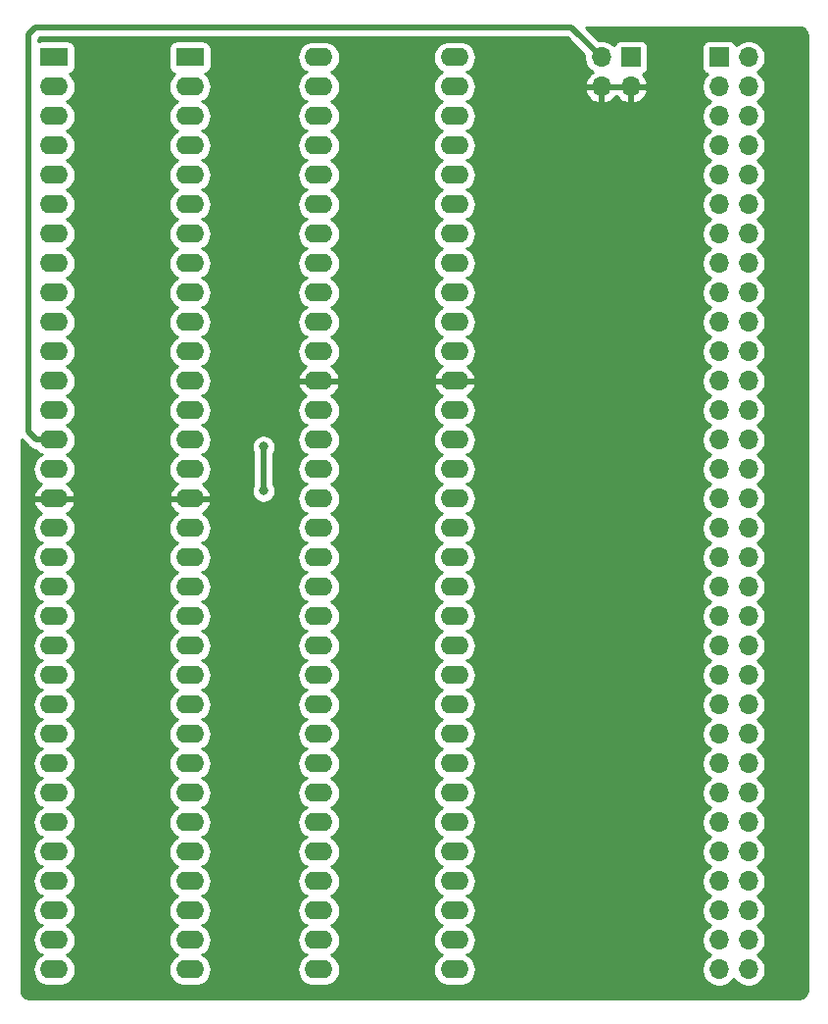
<source format=gbr>
%TF.GenerationSoftware,KiCad,Pcbnew,(5.1.10-1-10_14)*%
%TF.CreationDate,2022-07-08T21:32:07+01:00*%
%TF.ProjectId,68k_debug,36386b5f-6465-4627-9567-2e6b69636164,rev?*%
%TF.SameCoordinates,Original*%
%TF.FileFunction,Copper,L2,Bot*%
%TF.FilePolarity,Positive*%
%FSLAX46Y46*%
G04 Gerber Fmt 4.6, Leading zero omitted, Abs format (unit mm)*
G04 Created by KiCad (PCBNEW (5.1.10-1-10_14)) date 2022-07-08 21:32:07*
%MOMM*%
%LPD*%
G01*
G04 APERTURE LIST*
%TA.AperFunction,ComponentPad*%
%ADD10O,1.700000X1.700000*%
%TD*%
%TA.AperFunction,ComponentPad*%
%ADD11R,1.700000X1.700000*%
%TD*%
%TA.AperFunction,ComponentPad*%
%ADD12O,2.400000X1.600000*%
%TD*%
%TA.AperFunction,ComponentPad*%
%ADD13R,2.400000X1.600000*%
%TD*%
%TA.AperFunction,ViaPad*%
%ADD14C,0.800000*%
%TD*%
%TA.AperFunction,Conductor*%
%ADD15C,0.500000*%
%TD*%
%TA.AperFunction,Conductor*%
%ADD16C,0.254000*%
%TD*%
%TA.AperFunction,Conductor*%
%ADD17C,0.100000*%
%TD*%
G04 APERTURE END LIST*
D10*
%TO.P,J1,64*%
%TO.N,/A5*%
X139700000Y-137840000D03*
%TO.P,J1,63*%
%TO.N,/A4*%
X137160000Y-137840000D03*
%TO.P,J1,62*%
%TO.N,/A6*%
X139700000Y-135300000D03*
%TO.P,J1,61*%
%TO.N,/A3*%
X137160000Y-135300000D03*
%TO.P,J1,60*%
%TO.N,/A7*%
X139700000Y-132760000D03*
%TO.P,J1,59*%
%TO.N,/A2*%
X137160000Y-132760000D03*
%TO.P,J1,58*%
%TO.N,/A8*%
X139700000Y-130220000D03*
%TO.P,J1,57*%
%TO.N,/A1*%
X137160000Y-130220000D03*
%TO.P,J1,56*%
%TO.N,/A9*%
X139700000Y-127680000D03*
%TO.P,J1,55*%
%TO.N,/FC0*%
X137160000Y-127680000D03*
%TO.P,J1,54*%
%TO.N,/A10*%
X139700000Y-125140000D03*
%TO.P,J1,53*%
%TO.N,/FC1*%
X137160000Y-125140000D03*
%TO.P,J1,52*%
%TO.N,/A11*%
X139700000Y-122600000D03*
%TO.P,J1,51*%
%TO.N,/FC2*%
X137160000Y-122600000D03*
%TO.P,J1,50*%
%TO.N,/A12*%
X139700000Y-120060000D03*
%TO.P,J1,49*%
%TO.N,/IPL0*%
X137160000Y-120060000D03*
%TO.P,J1,48*%
%TO.N,/A13*%
X139700000Y-117520000D03*
%TO.P,J1,47*%
%TO.N,/IPL1*%
X137160000Y-117520000D03*
%TO.P,J1,46*%
%TO.N,/A14*%
X139700000Y-114980000D03*
%TO.P,J1,45*%
%TO.N,/IPL2*%
X137160000Y-114980000D03*
%TO.P,J1,44*%
%TO.N,/A15*%
X139700000Y-112440000D03*
%TO.P,J1,43*%
%TO.N,/BERR*%
X137160000Y-112440000D03*
%TO.P,J1,42*%
%TO.N,/A16*%
X139700000Y-109900000D03*
%TO.P,J1,41*%
%TO.N,/VPA*%
X137160000Y-109900000D03*
%TO.P,J1,40*%
%TO.N,/A17*%
X139700000Y-107360000D03*
%TO.P,J1,39*%
%TO.N,/E*%
X137160000Y-107360000D03*
%TO.P,J1,38*%
%TO.N,/A18*%
X139700000Y-104820000D03*
%TO.P,J1,37*%
%TO.N,/VMA*%
X137160000Y-104820000D03*
%TO.P,J1,36*%
%TO.N,/A19*%
X139700000Y-102280000D03*
%TO.P,J1,35*%
%TO.N,/RESET*%
X137160000Y-102280000D03*
%TO.P,J1,34*%
%TO.N,/A20*%
X139700000Y-99740000D03*
%TO.P,J1,33*%
%TO.N,/HALT*%
X137160000Y-99740000D03*
%TO.P,J1,32*%
%TO.N,Net-(J1-Pad32)*%
X139700000Y-97200000D03*
%TO.P,J1,31*%
%TO.N,Net-(J1-Pad31)*%
X137160000Y-97200000D03*
%TO.P,J1,30*%
%TO.N,/A21*%
X139700000Y-94660000D03*
%TO.P,J1,29*%
%TO.N,/CLK*%
X137160000Y-94660000D03*
%TO.P,J1,28*%
%TO.N,/A22*%
X139700000Y-92120000D03*
%TO.P,J1,27*%
%TO.N,Net-(J1-Pad27)*%
X137160000Y-92120000D03*
%TO.P,J1,26*%
%TO.N,/A23*%
X139700000Y-89580000D03*
%TO.P,J1,25*%
%TO.N,/BR*%
X137160000Y-89580000D03*
%TO.P,J1,24*%
%TO.N,Net-(J1-Pad24)*%
X139700000Y-87040000D03*
%TO.P,J1,23*%
%TO.N,/BGACK*%
X137160000Y-87040000D03*
%TO.P,J1,22*%
%TO.N,/D15*%
X139700000Y-84500000D03*
%TO.P,J1,21*%
%TO.N,/BG*%
X137160000Y-84500000D03*
%TO.P,J1,20*%
%TO.N,/D14*%
X139700000Y-81960000D03*
%TO.P,J1,19*%
%TO.N,/DTACK*%
X137160000Y-81960000D03*
%TO.P,J1,18*%
%TO.N,/D13*%
X139700000Y-79420000D03*
%TO.P,J1,17*%
%TO.N,/RW*%
X137160000Y-79420000D03*
%TO.P,J1,16*%
%TO.N,/D12*%
X139700000Y-76880000D03*
%TO.P,J1,15*%
%TO.N,/LDS*%
X137160000Y-76880000D03*
%TO.P,J1,14*%
%TO.N,/D11*%
X139700000Y-74340000D03*
%TO.P,J1,13*%
%TO.N,/UDS*%
X137160000Y-74340000D03*
%TO.P,J1,12*%
%TO.N,/D10*%
X139700000Y-71800000D03*
%TO.P,J1,11*%
%TO.N,/AS*%
X137160000Y-71800000D03*
%TO.P,J1,10*%
%TO.N,/D9*%
X139700000Y-69260000D03*
%TO.P,J1,9*%
%TO.N,/D0*%
X137160000Y-69260000D03*
%TO.P,J1,8*%
%TO.N,/D8*%
X139700000Y-66720000D03*
%TO.P,J1,7*%
%TO.N,/D1*%
X137160000Y-66720000D03*
%TO.P,J1,6*%
%TO.N,/D7*%
X139700000Y-64180000D03*
%TO.P,J1,5*%
%TO.N,/D2*%
X137160000Y-64180000D03*
%TO.P,J1,4*%
%TO.N,/D6*%
X139700000Y-61640000D03*
%TO.P,J1,3*%
%TO.N,/D3*%
X137160000Y-61640000D03*
%TO.P,J1,2*%
%TO.N,/D5*%
X139700000Y-59100000D03*
D11*
%TO.P,J1,1*%
%TO.N,/D4*%
X137160000Y-59100000D03*
%TD*%
D10*
%TO.P,J2,4*%
%TO.N,GND*%
X127000000Y-61640000D03*
%TO.P,J2,3*%
X129540000Y-61640000D03*
%TO.P,J2,2*%
%TO.N,+5V*%
X127000000Y-59100000D03*
D11*
%TO.P,J2,1*%
X129540000Y-59100000D03*
%TD*%
D12*
%TO.P,U2,64*%
%TO.N,/D5*%
X102560000Y-59100000D03*
%TO.P,U2,32*%
%TO.N,/A4*%
X79700000Y-137840000D03*
%TO.P,U2,63*%
%TO.N,/D6*%
X102560000Y-61640000D03*
%TO.P,U2,31*%
%TO.N,/A3*%
X79700000Y-135300000D03*
%TO.P,U2,62*%
%TO.N,/D7*%
X102560000Y-64180000D03*
%TO.P,U2,30*%
%TO.N,/A2*%
X79700000Y-132760000D03*
%TO.P,U2,61*%
%TO.N,/D8*%
X102560000Y-66720000D03*
%TO.P,U2,29*%
%TO.N,/A1*%
X79700000Y-130220000D03*
%TO.P,U2,60*%
%TO.N,/D9*%
X102560000Y-69260000D03*
%TO.P,U2,28*%
%TO.N,/FC0*%
X79700000Y-127680000D03*
%TO.P,U2,59*%
%TO.N,/D10*%
X102560000Y-71800000D03*
%TO.P,U2,27*%
%TO.N,/FC1*%
X79700000Y-125140000D03*
%TO.P,U2,58*%
%TO.N,/D11*%
X102560000Y-74340000D03*
%TO.P,U2,26*%
%TO.N,/FC2*%
X79700000Y-122600000D03*
%TO.P,U2,57*%
%TO.N,/D12*%
X102560000Y-76880000D03*
%TO.P,U2,25*%
%TO.N,/IPL0*%
X79700000Y-120060000D03*
%TO.P,U2,56*%
%TO.N,/D13*%
X102560000Y-79420000D03*
%TO.P,U2,24*%
%TO.N,/IPL1*%
X79700000Y-117520000D03*
%TO.P,U2,55*%
%TO.N,/D14*%
X102560000Y-81960000D03*
%TO.P,U2,23*%
%TO.N,/IPL2*%
X79700000Y-114980000D03*
%TO.P,U2,54*%
%TO.N,/D15*%
X102560000Y-84500000D03*
%TO.P,U2,22*%
%TO.N,/BERR*%
X79700000Y-112440000D03*
%TO.P,U2,53*%
%TO.N,GND*%
X102560000Y-87040000D03*
%TO.P,U2,21*%
%TO.N,/VPA*%
X79700000Y-109900000D03*
%TO.P,U2,52*%
%TO.N,/A23*%
X102560000Y-89580000D03*
%TO.P,U2,20*%
%TO.N,/E*%
X79700000Y-107360000D03*
%TO.P,U2,51*%
%TO.N,/A22*%
X102560000Y-92120000D03*
%TO.P,U2,19*%
%TO.N,/VMA*%
X79700000Y-104820000D03*
%TO.P,U2,50*%
%TO.N,/A21*%
X102560000Y-94660000D03*
%TO.P,U2,18*%
%TO.N,/RESET*%
X79700000Y-102280000D03*
%TO.P,U2,49*%
%TO.N,+5V*%
X102560000Y-97200000D03*
%TO.P,U2,17*%
%TO.N,/HALT*%
X79700000Y-99740000D03*
%TO.P,U2,48*%
%TO.N,/A20*%
X102560000Y-99740000D03*
%TO.P,U2,16*%
%TO.N,GND*%
X79700000Y-97200000D03*
%TO.P,U2,47*%
%TO.N,/A19*%
X102560000Y-102280000D03*
%TO.P,U2,15*%
%TO.N,/CLK*%
X79700000Y-94660000D03*
%TO.P,U2,46*%
%TO.N,/A18*%
X102560000Y-104820000D03*
%TO.P,U2,14*%
%TO.N,+5V*%
X79700000Y-92120000D03*
%TO.P,U2,45*%
%TO.N,/A17*%
X102560000Y-107360000D03*
%TO.P,U2,13*%
%TO.N,/BR*%
X79700000Y-89580000D03*
%TO.P,U2,44*%
%TO.N,/A16*%
X102560000Y-109900000D03*
%TO.P,U2,12*%
%TO.N,/BGACK*%
X79700000Y-87040000D03*
%TO.P,U2,43*%
%TO.N,/A15*%
X102560000Y-112440000D03*
%TO.P,U2,11*%
%TO.N,/BG*%
X79700000Y-84500000D03*
%TO.P,U2,42*%
%TO.N,/A14*%
X102560000Y-114980000D03*
%TO.P,U2,10*%
%TO.N,/DTACK*%
X79700000Y-81960000D03*
%TO.P,U2,41*%
%TO.N,/A13*%
X102560000Y-117520000D03*
%TO.P,U2,9*%
%TO.N,/RW*%
X79700000Y-79420000D03*
%TO.P,U2,40*%
%TO.N,/A12*%
X102560000Y-120060000D03*
%TO.P,U2,8*%
%TO.N,/LDS*%
X79700000Y-76880000D03*
%TO.P,U2,39*%
%TO.N,/A11*%
X102560000Y-122600000D03*
%TO.P,U2,7*%
%TO.N,/UDS*%
X79700000Y-74340000D03*
%TO.P,U2,38*%
%TO.N,/A10*%
X102560000Y-125140000D03*
%TO.P,U2,6*%
%TO.N,/AS*%
X79700000Y-71800000D03*
%TO.P,U2,37*%
%TO.N,/A9*%
X102560000Y-127680000D03*
%TO.P,U2,5*%
%TO.N,/D0*%
X79700000Y-69260000D03*
%TO.P,U2,36*%
%TO.N,/A8*%
X102560000Y-130220000D03*
%TO.P,U2,4*%
%TO.N,/D1*%
X79700000Y-66720000D03*
%TO.P,U2,35*%
%TO.N,/A7*%
X102560000Y-132760000D03*
%TO.P,U2,3*%
%TO.N,/D2*%
X79700000Y-64180000D03*
%TO.P,U2,34*%
%TO.N,/A6*%
X102560000Y-135300000D03*
%TO.P,U2,2*%
%TO.N,/D3*%
X79700000Y-61640000D03*
%TO.P,U2,33*%
%TO.N,/A5*%
X102560000Y-137840000D03*
D13*
%TO.P,U2,1*%
%TO.N,/D4*%
X79700000Y-59100000D03*
%TD*%
D12*
%TO.P,U1,64*%
%TO.N,/D5*%
X114300000Y-59100000D03*
%TO.P,U1,32*%
%TO.N,/A4*%
X91440000Y-137840000D03*
%TO.P,U1,63*%
%TO.N,/D6*%
X114300000Y-61640000D03*
%TO.P,U1,31*%
%TO.N,/A3*%
X91440000Y-135300000D03*
%TO.P,U1,62*%
%TO.N,/D7*%
X114300000Y-64180000D03*
%TO.P,U1,30*%
%TO.N,/A2*%
X91440000Y-132760000D03*
%TO.P,U1,61*%
%TO.N,/D8*%
X114300000Y-66720000D03*
%TO.P,U1,29*%
%TO.N,/A1*%
X91440000Y-130220000D03*
%TO.P,U1,60*%
%TO.N,/D9*%
X114300000Y-69260000D03*
%TO.P,U1,28*%
%TO.N,/FC0*%
X91440000Y-127680000D03*
%TO.P,U1,59*%
%TO.N,/D10*%
X114300000Y-71800000D03*
%TO.P,U1,27*%
%TO.N,/FC1*%
X91440000Y-125140000D03*
%TO.P,U1,58*%
%TO.N,/D11*%
X114300000Y-74340000D03*
%TO.P,U1,26*%
%TO.N,/FC2*%
X91440000Y-122600000D03*
%TO.P,U1,57*%
%TO.N,/D12*%
X114300000Y-76880000D03*
%TO.P,U1,25*%
%TO.N,/IPL0*%
X91440000Y-120060000D03*
%TO.P,U1,56*%
%TO.N,/D13*%
X114300000Y-79420000D03*
%TO.P,U1,24*%
%TO.N,/IPL1*%
X91440000Y-117520000D03*
%TO.P,U1,55*%
%TO.N,/D14*%
X114300000Y-81960000D03*
%TO.P,U1,23*%
%TO.N,/IPL2*%
X91440000Y-114980000D03*
%TO.P,U1,54*%
%TO.N,/D15*%
X114300000Y-84500000D03*
%TO.P,U1,22*%
%TO.N,/BERR*%
X91440000Y-112440000D03*
%TO.P,U1,53*%
%TO.N,GND*%
X114300000Y-87040000D03*
%TO.P,U1,21*%
%TO.N,/VPA*%
X91440000Y-109900000D03*
%TO.P,U1,52*%
%TO.N,/A23*%
X114300000Y-89580000D03*
%TO.P,U1,20*%
%TO.N,/E*%
X91440000Y-107360000D03*
%TO.P,U1,51*%
%TO.N,/A22*%
X114300000Y-92120000D03*
%TO.P,U1,19*%
%TO.N,/VMA*%
X91440000Y-104820000D03*
%TO.P,U1,50*%
%TO.N,/A21*%
X114300000Y-94660000D03*
%TO.P,U1,18*%
%TO.N,/RESET*%
X91440000Y-102280000D03*
%TO.P,U1,49*%
%TO.N,+5V*%
X114300000Y-97200000D03*
%TO.P,U1,17*%
%TO.N,/HALT*%
X91440000Y-99740000D03*
%TO.P,U1,48*%
%TO.N,/A20*%
X114300000Y-99740000D03*
%TO.P,U1,16*%
%TO.N,GND*%
X91440000Y-97200000D03*
%TO.P,U1,47*%
%TO.N,/A19*%
X114300000Y-102280000D03*
%TO.P,U1,15*%
%TO.N,/CLK*%
X91440000Y-94660000D03*
%TO.P,U1,46*%
%TO.N,/A18*%
X114300000Y-104820000D03*
%TO.P,U1,14*%
%TO.N,+5V*%
X91440000Y-92120000D03*
%TO.P,U1,45*%
%TO.N,/A17*%
X114300000Y-107360000D03*
%TO.P,U1,13*%
%TO.N,/BR*%
X91440000Y-89580000D03*
%TO.P,U1,44*%
%TO.N,/A16*%
X114300000Y-109900000D03*
%TO.P,U1,12*%
%TO.N,/BGACK*%
X91440000Y-87040000D03*
%TO.P,U1,43*%
%TO.N,/A15*%
X114300000Y-112440000D03*
%TO.P,U1,11*%
%TO.N,/BG*%
X91440000Y-84500000D03*
%TO.P,U1,42*%
%TO.N,/A14*%
X114300000Y-114980000D03*
%TO.P,U1,10*%
%TO.N,/DTACK*%
X91440000Y-81960000D03*
%TO.P,U1,41*%
%TO.N,/A13*%
X114300000Y-117520000D03*
%TO.P,U1,9*%
%TO.N,/RW*%
X91440000Y-79420000D03*
%TO.P,U1,40*%
%TO.N,/A12*%
X114300000Y-120060000D03*
%TO.P,U1,8*%
%TO.N,/LDS*%
X91440000Y-76880000D03*
%TO.P,U1,39*%
%TO.N,/A11*%
X114300000Y-122600000D03*
%TO.P,U1,7*%
%TO.N,/UDS*%
X91440000Y-74340000D03*
%TO.P,U1,38*%
%TO.N,/A10*%
X114300000Y-125140000D03*
%TO.P,U1,6*%
%TO.N,/AS*%
X91440000Y-71800000D03*
%TO.P,U1,37*%
%TO.N,/A9*%
X114300000Y-127680000D03*
%TO.P,U1,5*%
%TO.N,/D0*%
X91440000Y-69260000D03*
%TO.P,U1,36*%
%TO.N,/A8*%
X114300000Y-130220000D03*
%TO.P,U1,4*%
%TO.N,/D1*%
X91440000Y-66720000D03*
%TO.P,U1,35*%
%TO.N,/A7*%
X114300000Y-132760000D03*
%TO.P,U1,3*%
%TO.N,/D2*%
X91440000Y-64180000D03*
%TO.P,U1,34*%
%TO.N,/A6*%
X114300000Y-135300000D03*
%TO.P,U1,2*%
%TO.N,/D3*%
X91440000Y-61640000D03*
%TO.P,U1,33*%
%TO.N,/A5*%
X114300000Y-137840000D03*
D13*
%TO.P,U1,1*%
%TO.N,/D4*%
X91440000Y-59100000D03*
%TD*%
D14*
%TO.N,+5V*%
X97790000Y-92710000D03*
X97790000Y-96520000D03*
%TD*%
D15*
%TO.N,+5V*%
X97790000Y-96520000D02*
X97790000Y-92710000D01*
X124415000Y-56515000D02*
X127000000Y-59100000D01*
X78105000Y-56515000D02*
X124415000Y-56515000D01*
X77470000Y-57150000D02*
X78105000Y-56515000D01*
X79700000Y-92120000D02*
X78150000Y-92120000D01*
X77470000Y-91440000D02*
X77470000Y-57150000D01*
X78150000Y-92120000D02*
X77470000Y-91440000D01*
%TD*%
D16*
%TO.N,GND*%
X144262869Y-56554722D02*
X144376246Y-56588953D01*
X144480819Y-56644555D01*
X144572596Y-56719407D01*
X144648091Y-56810664D01*
X144704419Y-56914844D01*
X144739440Y-57027976D01*
X144755000Y-57176022D01*
X144755001Y-139667711D01*
X144740278Y-139817869D01*
X144706047Y-139931246D01*
X144650446Y-140035817D01*
X144575594Y-140127595D01*
X144484335Y-140203091D01*
X144380160Y-140259419D01*
X144267024Y-140294440D01*
X144118979Y-140310000D01*
X77502279Y-140310000D01*
X77352131Y-140295278D01*
X77238754Y-140261047D01*
X77134183Y-140205446D01*
X77042405Y-140130594D01*
X76966909Y-140039335D01*
X76910581Y-139935160D01*
X76875560Y-139822024D01*
X76860000Y-139673979D01*
X76860000Y-99740000D01*
X77858057Y-99740000D01*
X77885764Y-100021309D01*
X77967818Y-100291808D01*
X78101068Y-100541101D01*
X78280392Y-100759608D01*
X78498899Y-100938932D01*
X78631858Y-101010000D01*
X78498899Y-101081068D01*
X78280392Y-101260392D01*
X78101068Y-101478899D01*
X77967818Y-101728192D01*
X77885764Y-101998691D01*
X77858057Y-102280000D01*
X77885764Y-102561309D01*
X77967818Y-102831808D01*
X78101068Y-103081101D01*
X78280392Y-103299608D01*
X78498899Y-103478932D01*
X78631858Y-103550000D01*
X78498899Y-103621068D01*
X78280392Y-103800392D01*
X78101068Y-104018899D01*
X77967818Y-104268192D01*
X77885764Y-104538691D01*
X77858057Y-104820000D01*
X77885764Y-105101309D01*
X77967818Y-105371808D01*
X78101068Y-105621101D01*
X78280392Y-105839608D01*
X78498899Y-106018932D01*
X78631858Y-106090000D01*
X78498899Y-106161068D01*
X78280392Y-106340392D01*
X78101068Y-106558899D01*
X77967818Y-106808192D01*
X77885764Y-107078691D01*
X77858057Y-107360000D01*
X77885764Y-107641309D01*
X77967818Y-107911808D01*
X78101068Y-108161101D01*
X78280392Y-108379608D01*
X78498899Y-108558932D01*
X78631858Y-108630000D01*
X78498899Y-108701068D01*
X78280392Y-108880392D01*
X78101068Y-109098899D01*
X77967818Y-109348192D01*
X77885764Y-109618691D01*
X77858057Y-109900000D01*
X77885764Y-110181309D01*
X77967818Y-110451808D01*
X78101068Y-110701101D01*
X78280392Y-110919608D01*
X78498899Y-111098932D01*
X78631858Y-111170000D01*
X78498899Y-111241068D01*
X78280392Y-111420392D01*
X78101068Y-111638899D01*
X77967818Y-111888192D01*
X77885764Y-112158691D01*
X77858057Y-112440000D01*
X77885764Y-112721309D01*
X77967818Y-112991808D01*
X78101068Y-113241101D01*
X78280392Y-113459608D01*
X78498899Y-113638932D01*
X78631858Y-113710000D01*
X78498899Y-113781068D01*
X78280392Y-113960392D01*
X78101068Y-114178899D01*
X77967818Y-114428192D01*
X77885764Y-114698691D01*
X77858057Y-114980000D01*
X77885764Y-115261309D01*
X77967818Y-115531808D01*
X78101068Y-115781101D01*
X78280392Y-115999608D01*
X78498899Y-116178932D01*
X78631858Y-116250000D01*
X78498899Y-116321068D01*
X78280392Y-116500392D01*
X78101068Y-116718899D01*
X77967818Y-116968192D01*
X77885764Y-117238691D01*
X77858057Y-117520000D01*
X77885764Y-117801309D01*
X77967818Y-118071808D01*
X78101068Y-118321101D01*
X78280392Y-118539608D01*
X78498899Y-118718932D01*
X78631858Y-118790000D01*
X78498899Y-118861068D01*
X78280392Y-119040392D01*
X78101068Y-119258899D01*
X77967818Y-119508192D01*
X77885764Y-119778691D01*
X77858057Y-120060000D01*
X77885764Y-120341309D01*
X77967818Y-120611808D01*
X78101068Y-120861101D01*
X78280392Y-121079608D01*
X78498899Y-121258932D01*
X78631858Y-121330000D01*
X78498899Y-121401068D01*
X78280392Y-121580392D01*
X78101068Y-121798899D01*
X77967818Y-122048192D01*
X77885764Y-122318691D01*
X77858057Y-122600000D01*
X77885764Y-122881309D01*
X77967818Y-123151808D01*
X78101068Y-123401101D01*
X78280392Y-123619608D01*
X78498899Y-123798932D01*
X78631858Y-123870000D01*
X78498899Y-123941068D01*
X78280392Y-124120392D01*
X78101068Y-124338899D01*
X77967818Y-124588192D01*
X77885764Y-124858691D01*
X77858057Y-125140000D01*
X77885764Y-125421309D01*
X77967818Y-125691808D01*
X78101068Y-125941101D01*
X78280392Y-126159608D01*
X78498899Y-126338932D01*
X78631858Y-126410000D01*
X78498899Y-126481068D01*
X78280392Y-126660392D01*
X78101068Y-126878899D01*
X77967818Y-127128192D01*
X77885764Y-127398691D01*
X77858057Y-127680000D01*
X77885764Y-127961309D01*
X77967818Y-128231808D01*
X78101068Y-128481101D01*
X78280392Y-128699608D01*
X78498899Y-128878932D01*
X78631858Y-128950000D01*
X78498899Y-129021068D01*
X78280392Y-129200392D01*
X78101068Y-129418899D01*
X77967818Y-129668192D01*
X77885764Y-129938691D01*
X77858057Y-130220000D01*
X77885764Y-130501309D01*
X77967818Y-130771808D01*
X78101068Y-131021101D01*
X78280392Y-131239608D01*
X78498899Y-131418932D01*
X78631858Y-131490000D01*
X78498899Y-131561068D01*
X78280392Y-131740392D01*
X78101068Y-131958899D01*
X77967818Y-132208192D01*
X77885764Y-132478691D01*
X77858057Y-132760000D01*
X77885764Y-133041309D01*
X77967818Y-133311808D01*
X78101068Y-133561101D01*
X78280392Y-133779608D01*
X78498899Y-133958932D01*
X78631858Y-134030000D01*
X78498899Y-134101068D01*
X78280392Y-134280392D01*
X78101068Y-134498899D01*
X77967818Y-134748192D01*
X77885764Y-135018691D01*
X77858057Y-135300000D01*
X77885764Y-135581309D01*
X77967818Y-135851808D01*
X78101068Y-136101101D01*
X78280392Y-136319608D01*
X78498899Y-136498932D01*
X78631858Y-136570000D01*
X78498899Y-136641068D01*
X78280392Y-136820392D01*
X78101068Y-137038899D01*
X77967818Y-137288192D01*
X77885764Y-137558691D01*
X77858057Y-137840000D01*
X77885764Y-138121309D01*
X77967818Y-138391808D01*
X78101068Y-138641101D01*
X78280392Y-138859608D01*
X78498899Y-139038932D01*
X78748192Y-139172182D01*
X79018691Y-139254236D01*
X79229508Y-139275000D01*
X80170492Y-139275000D01*
X80381309Y-139254236D01*
X80651808Y-139172182D01*
X80901101Y-139038932D01*
X81119608Y-138859608D01*
X81298932Y-138641101D01*
X81432182Y-138391808D01*
X81514236Y-138121309D01*
X81541943Y-137840000D01*
X81514236Y-137558691D01*
X81432182Y-137288192D01*
X81298932Y-137038899D01*
X81119608Y-136820392D01*
X80901101Y-136641068D01*
X80768142Y-136570000D01*
X80901101Y-136498932D01*
X81119608Y-136319608D01*
X81298932Y-136101101D01*
X81432182Y-135851808D01*
X81514236Y-135581309D01*
X81541943Y-135300000D01*
X81514236Y-135018691D01*
X81432182Y-134748192D01*
X81298932Y-134498899D01*
X81119608Y-134280392D01*
X80901101Y-134101068D01*
X80768142Y-134030000D01*
X80901101Y-133958932D01*
X81119608Y-133779608D01*
X81298932Y-133561101D01*
X81432182Y-133311808D01*
X81514236Y-133041309D01*
X81541943Y-132760000D01*
X81514236Y-132478691D01*
X81432182Y-132208192D01*
X81298932Y-131958899D01*
X81119608Y-131740392D01*
X80901101Y-131561068D01*
X80768142Y-131490000D01*
X80901101Y-131418932D01*
X81119608Y-131239608D01*
X81298932Y-131021101D01*
X81432182Y-130771808D01*
X81514236Y-130501309D01*
X81541943Y-130220000D01*
X81514236Y-129938691D01*
X81432182Y-129668192D01*
X81298932Y-129418899D01*
X81119608Y-129200392D01*
X80901101Y-129021068D01*
X80768142Y-128950000D01*
X80901101Y-128878932D01*
X81119608Y-128699608D01*
X81298932Y-128481101D01*
X81432182Y-128231808D01*
X81514236Y-127961309D01*
X81541943Y-127680000D01*
X81514236Y-127398691D01*
X81432182Y-127128192D01*
X81298932Y-126878899D01*
X81119608Y-126660392D01*
X80901101Y-126481068D01*
X80768142Y-126410000D01*
X80901101Y-126338932D01*
X81119608Y-126159608D01*
X81298932Y-125941101D01*
X81432182Y-125691808D01*
X81514236Y-125421309D01*
X81541943Y-125140000D01*
X81514236Y-124858691D01*
X81432182Y-124588192D01*
X81298932Y-124338899D01*
X81119608Y-124120392D01*
X80901101Y-123941068D01*
X80768142Y-123870000D01*
X80901101Y-123798932D01*
X81119608Y-123619608D01*
X81298932Y-123401101D01*
X81432182Y-123151808D01*
X81514236Y-122881309D01*
X81541943Y-122600000D01*
X81514236Y-122318691D01*
X81432182Y-122048192D01*
X81298932Y-121798899D01*
X81119608Y-121580392D01*
X80901101Y-121401068D01*
X80768142Y-121330000D01*
X80901101Y-121258932D01*
X81119608Y-121079608D01*
X81298932Y-120861101D01*
X81432182Y-120611808D01*
X81514236Y-120341309D01*
X81541943Y-120060000D01*
X81514236Y-119778691D01*
X81432182Y-119508192D01*
X81298932Y-119258899D01*
X81119608Y-119040392D01*
X80901101Y-118861068D01*
X80768142Y-118790000D01*
X80901101Y-118718932D01*
X81119608Y-118539608D01*
X81298932Y-118321101D01*
X81432182Y-118071808D01*
X81514236Y-117801309D01*
X81541943Y-117520000D01*
X81514236Y-117238691D01*
X81432182Y-116968192D01*
X81298932Y-116718899D01*
X81119608Y-116500392D01*
X80901101Y-116321068D01*
X80768142Y-116250000D01*
X80901101Y-116178932D01*
X81119608Y-115999608D01*
X81298932Y-115781101D01*
X81432182Y-115531808D01*
X81514236Y-115261309D01*
X81541943Y-114980000D01*
X81514236Y-114698691D01*
X81432182Y-114428192D01*
X81298932Y-114178899D01*
X81119608Y-113960392D01*
X80901101Y-113781068D01*
X80768142Y-113710000D01*
X80901101Y-113638932D01*
X81119608Y-113459608D01*
X81298932Y-113241101D01*
X81432182Y-112991808D01*
X81514236Y-112721309D01*
X81541943Y-112440000D01*
X81514236Y-112158691D01*
X81432182Y-111888192D01*
X81298932Y-111638899D01*
X81119608Y-111420392D01*
X80901101Y-111241068D01*
X80768142Y-111170000D01*
X80901101Y-111098932D01*
X81119608Y-110919608D01*
X81298932Y-110701101D01*
X81432182Y-110451808D01*
X81514236Y-110181309D01*
X81541943Y-109900000D01*
X81514236Y-109618691D01*
X81432182Y-109348192D01*
X81298932Y-109098899D01*
X81119608Y-108880392D01*
X80901101Y-108701068D01*
X80768142Y-108630000D01*
X80901101Y-108558932D01*
X81119608Y-108379608D01*
X81298932Y-108161101D01*
X81432182Y-107911808D01*
X81514236Y-107641309D01*
X81541943Y-107360000D01*
X81514236Y-107078691D01*
X81432182Y-106808192D01*
X81298932Y-106558899D01*
X81119608Y-106340392D01*
X80901101Y-106161068D01*
X80768142Y-106090000D01*
X80901101Y-106018932D01*
X81119608Y-105839608D01*
X81298932Y-105621101D01*
X81432182Y-105371808D01*
X81514236Y-105101309D01*
X81541943Y-104820000D01*
X81514236Y-104538691D01*
X81432182Y-104268192D01*
X81298932Y-104018899D01*
X81119608Y-103800392D01*
X80901101Y-103621068D01*
X80768142Y-103550000D01*
X80901101Y-103478932D01*
X81119608Y-103299608D01*
X81298932Y-103081101D01*
X81432182Y-102831808D01*
X81514236Y-102561309D01*
X81541943Y-102280000D01*
X81514236Y-101998691D01*
X81432182Y-101728192D01*
X81298932Y-101478899D01*
X81119608Y-101260392D01*
X80901101Y-101081068D01*
X80768142Y-101010000D01*
X80901101Y-100938932D01*
X81119608Y-100759608D01*
X81298932Y-100541101D01*
X81432182Y-100291808D01*
X81514236Y-100021309D01*
X81541943Y-99740000D01*
X89598057Y-99740000D01*
X89625764Y-100021309D01*
X89707818Y-100291808D01*
X89841068Y-100541101D01*
X90020392Y-100759608D01*
X90238899Y-100938932D01*
X90371858Y-101010000D01*
X90238899Y-101081068D01*
X90020392Y-101260392D01*
X89841068Y-101478899D01*
X89707818Y-101728192D01*
X89625764Y-101998691D01*
X89598057Y-102280000D01*
X89625764Y-102561309D01*
X89707818Y-102831808D01*
X89841068Y-103081101D01*
X90020392Y-103299608D01*
X90238899Y-103478932D01*
X90371858Y-103550000D01*
X90238899Y-103621068D01*
X90020392Y-103800392D01*
X89841068Y-104018899D01*
X89707818Y-104268192D01*
X89625764Y-104538691D01*
X89598057Y-104820000D01*
X89625764Y-105101309D01*
X89707818Y-105371808D01*
X89841068Y-105621101D01*
X90020392Y-105839608D01*
X90238899Y-106018932D01*
X90371858Y-106090000D01*
X90238899Y-106161068D01*
X90020392Y-106340392D01*
X89841068Y-106558899D01*
X89707818Y-106808192D01*
X89625764Y-107078691D01*
X89598057Y-107360000D01*
X89625764Y-107641309D01*
X89707818Y-107911808D01*
X89841068Y-108161101D01*
X90020392Y-108379608D01*
X90238899Y-108558932D01*
X90371858Y-108630000D01*
X90238899Y-108701068D01*
X90020392Y-108880392D01*
X89841068Y-109098899D01*
X89707818Y-109348192D01*
X89625764Y-109618691D01*
X89598057Y-109900000D01*
X89625764Y-110181309D01*
X89707818Y-110451808D01*
X89841068Y-110701101D01*
X90020392Y-110919608D01*
X90238899Y-111098932D01*
X90371858Y-111170000D01*
X90238899Y-111241068D01*
X90020392Y-111420392D01*
X89841068Y-111638899D01*
X89707818Y-111888192D01*
X89625764Y-112158691D01*
X89598057Y-112440000D01*
X89625764Y-112721309D01*
X89707818Y-112991808D01*
X89841068Y-113241101D01*
X90020392Y-113459608D01*
X90238899Y-113638932D01*
X90371858Y-113710000D01*
X90238899Y-113781068D01*
X90020392Y-113960392D01*
X89841068Y-114178899D01*
X89707818Y-114428192D01*
X89625764Y-114698691D01*
X89598057Y-114980000D01*
X89625764Y-115261309D01*
X89707818Y-115531808D01*
X89841068Y-115781101D01*
X90020392Y-115999608D01*
X90238899Y-116178932D01*
X90371858Y-116250000D01*
X90238899Y-116321068D01*
X90020392Y-116500392D01*
X89841068Y-116718899D01*
X89707818Y-116968192D01*
X89625764Y-117238691D01*
X89598057Y-117520000D01*
X89625764Y-117801309D01*
X89707818Y-118071808D01*
X89841068Y-118321101D01*
X90020392Y-118539608D01*
X90238899Y-118718932D01*
X90371858Y-118790000D01*
X90238899Y-118861068D01*
X90020392Y-119040392D01*
X89841068Y-119258899D01*
X89707818Y-119508192D01*
X89625764Y-119778691D01*
X89598057Y-120060000D01*
X89625764Y-120341309D01*
X89707818Y-120611808D01*
X89841068Y-120861101D01*
X90020392Y-121079608D01*
X90238899Y-121258932D01*
X90371858Y-121330000D01*
X90238899Y-121401068D01*
X90020392Y-121580392D01*
X89841068Y-121798899D01*
X89707818Y-122048192D01*
X89625764Y-122318691D01*
X89598057Y-122600000D01*
X89625764Y-122881309D01*
X89707818Y-123151808D01*
X89841068Y-123401101D01*
X90020392Y-123619608D01*
X90238899Y-123798932D01*
X90371858Y-123870000D01*
X90238899Y-123941068D01*
X90020392Y-124120392D01*
X89841068Y-124338899D01*
X89707818Y-124588192D01*
X89625764Y-124858691D01*
X89598057Y-125140000D01*
X89625764Y-125421309D01*
X89707818Y-125691808D01*
X89841068Y-125941101D01*
X90020392Y-126159608D01*
X90238899Y-126338932D01*
X90371858Y-126410000D01*
X90238899Y-126481068D01*
X90020392Y-126660392D01*
X89841068Y-126878899D01*
X89707818Y-127128192D01*
X89625764Y-127398691D01*
X89598057Y-127680000D01*
X89625764Y-127961309D01*
X89707818Y-128231808D01*
X89841068Y-128481101D01*
X90020392Y-128699608D01*
X90238899Y-128878932D01*
X90371858Y-128950000D01*
X90238899Y-129021068D01*
X90020392Y-129200392D01*
X89841068Y-129418899D01*
X89707818Y-129668192D01*
X89625764Y-129938691D01*
X89598057Y-130220000D01*
X89625764Y-130501309D01*
X89707818Y-130771808D01*
X89841068Y-131021101D01*
X90020392Y-131239608D01*
X90238899Y-131418932D01*
X90371858Y-131490000D01*
X90238899Y-131561068D01*
X90020392Y-131740392D01*
X89841068Y-131958899D01*
X89707818Y-132208192D01*
X89625764Y-132478691D01*
X89598057Y-132760000D01*
X89625764Y-133041309D01*
X89707818Y-133311808D01*
X89841068Y-133561101D01*
X90020392Y-133779608D01*
X90238899Y-133958932D01*
X90371858Y-134030000D01*
X90238899Y-134101068D01*
X90020392Y-134280392D01*
X89841068Y-134498899D01*
X89707818Y-134748192D01*
X89625764Y-135018691D01*
X89598057Y-135300000D01*
X89625764Y-135581309D01*
X89707818Y-135851808D01*
X89841068Y-136101101D01*
X90020392Y-136319608D01*
X90238899Y-136498932D01*
X90371858Y-136570000D01*
X90238899Y-136641068D01*
X90020392Y-136820392D01*
X89841068Y-137038899D01*
X89707818Y-137288192D01*
X89625764Y-137558691D01*
X89598057Y-137840000D01*
X89625764Y-138121309D01*
X89707818Y-138391808D01*
X89841068Y-138641101D01*
X90020392Y-138859608D01*
X90238899Y-139038932D01*
X90488192Y-139172182D01*
X90758691Y-139254236D01*
X90969508Y-139275000D01*
X91910492Y-139275000D01*
X92121309Y-139254236D01*
X92391808Y-139172182D01*
X92641101Y-139038932D01*
X92859608Y-138859608D01*
X93038932Y-138641101D01*
X93172182Y-138391808D01*
X93254236Y-138121309D01*
X93281943Y-137840000D01*
X93254236Y-137558691D01*
X93172182Y-137288192D01*
X93038932Y-137038899D01*
X92859608Y-136820392D01*
X92641101Y-136641068D01*
X92508142Y-136570000D01*
X92641101Y-136498932D01*
X92859608Y-136319608D01*
X93038932Y-136101101D01*
X93172182Y-135851808D01*
X93254236Y-135581309D01*
X93281943Y-135300000D01*
X93254236Y-135018691D01*
X93172182Y-134748192D01*
X93038932Y-134498899D01*
X92859608Y-134280392D01*
X92641101Y-134101068D01*
X92508142Y-134030000D01*
X92641101Y-133958932D01*
X92859608Y-133779608D01*
X93038932Y-133561101D01*
X93172182Y-133311808D01*
X93254236Y-133041309D01*
X93281943Y-132760000D01*
X93254236Y-132478691D01*
X93172182Y-132208192D01*
X93038932Y-131958899D01*
X92859608Y-131740392D01*
X92641101Y-131561068D01*
X92508142Y-131490000D01*
X92641101Y-131418932D01*
X92859608Y-131239608D01*
X93038932Y-131021101D01*
X93172182Y-130771808D01*
X93254236Y-130501309D01*
X93281943Y-130220000D01*
X93254236Y-129938691D01*
X93172182Y-129668192D01*
X93038932Y-129418899D01*
X92859608Y-129200392D01*
X92641101Y-129021068D01*
X92508142Y-128950000D01*
X92641101Y-128878932D01*
X92859608Y-128699608D01*
X93038932Y-128481101D01*
X93172182Y-128231808D01*
X93254236Y-127961309D01*
X93281943Y-127680000D01*
X93254236Y-127398691D01*
X93172182Y-127128192D01*
X93038932Y-126878899D01*
X92859608Y-126660392D01*
X92641101Y-126481068D01*
X92508142Y-126410000D01*
X92641101Y-126338932D01*
X92859608Y-126159608D01*
X93038932Y-125941101D01*
X93172182Y-125691808D01*
X93254236Y-125421309D01*
X93281943Y-125140000D01*
X93254236Y-124858691D01*
X93172182Y-124588192D01*
X93038932Y-124338899D01*
X92859608Y-124120392D01*
X92641101Y-123941068D01*
X92508142Y-123870000D01*
X92641101Y-123798932D01*
X92859608Y-123619608D01*
X93038932Y-123401101D01*
X93172182Y-123151808D01*
X93254236Y-122881309D01*
X93281943Y-122600000D01*
X93254236Y-122318691D01*
X93172182Y-122048192D01*
X93038932Y-121798899D01*
X92859608Y-121580392D01*
X92641101Y-121401068D01*
X92508142Y-121330000D01*
X92641101Y-121258932D01*
X92859608Y-121079608D01*
X93038932Y-120861101D01*
X93172182Y-120611808D01*
X93254236Y-120341309D01*
X93281943Y-120060000D01*
X93254236Y-119778691D01*
X93172182Y-119508192D01*
X93038932Y-119258899D01*
X92859608Y-119040392D01*
X92641101Y-118861068D01*
X92508142Y-118790000D01*
X92641101Y-118718932D01*
X92859608Y-118539608D01*
X93038932Y-118321101D01*
X93172182Y-118071808D01*
X93254236Y-117801309D01*
X93281943Y-117520000D01*
X93254236Y-117238691D01*
X93172182Y-116968192D01*
X93038932Y-116718899D01*
X92859608Y-116500392D01*
X92641101Y-116321068D01*
X92508142Y-116250000D01*
X92641101Y-116178932D01*
X92859608Y-115999608D01*
X93038932Y-115781101D01*
X93172182Y-115531808D01*
X93254236Y-115261309D01*
X93281943Y-114980000D01*
X93254236Y-114698691D01*
X93172182Y-114428192D01*
X93038932Y-114178899D01*
X92859608Y-113960392D01*
X92641101Y-113781068D01*
X92508142Y-113710000D01*
X92641101Y-113638932D01*
X92859608Y-113459608D01*
X93038932Y-113241101D01*
X93172182Y-112991808D01*
X93254236Y-112721309D01*
X93281943Y-112440000D01*
X93254236Y-112158691D01*
X93172182Y-111888192D01*
X93038932Y-111638899D01*
X92859608Y-111420392D01*
X92641101Y-111241068D01*
X92508142Y-111170000D01*
X92641101Y-111098932D01*
X92859608Y-110919608D01*
X93038932Y-110701101D01*
X93172182Y-110451808D01*
X93254236Y-110181309D01*
X93281943Y-109900000D01*
X93254236Y-109618691D01*
X93172182Y-109348192D01*
X93038932Y-109098899D01*
X92859608Y-108880392D01*
X92641101Y-108701068D01*
X92508142Y-108630000D01*
X92641101Y-108558932D01*
X92859608Y-108379608D01*
X93038932Y-108161101D01*
X93172182Y-107911808D01*
X93254236Y-107641309D01*
X93281943Y-107360000D01*
X93254236Y-107078691D01*
X93172182Y-106808192D01*
X93038932Y-106558899D01*
X92859608Y-106340392D01*
X92641101Y-106161068D01*
X92508142Y-106090000D01*
X92641101Y-106018932D01*
X92859608Y-105839608D01*
X93038932Y-105621101D01*
X93172182Y-105371808D01*
X93254236Y-105101309D01*
X93281943Y-104820000D01*
X93254236Y-104538691D01*
X93172182Y-104268192D01*
X93038932Y-104018899D01*
X92859608Y-103800392D01*
X92641101Y-103621068D01*
X92508142Y-103550000D01*
X92641101Y-103478932D01*
X92859608Y-103299608D01*
X93038932Y-103081101D01*
X93172182Y-102831808D01*
X93254236Y-102561309D01*
X93281943Y-102280000D01*
X93254236Y-101998691D01*
X93172182Y-101728192D01*
X93038932Y-101478899D01*
X92859608Y-101260392D01*
X92641101Y-101081068D01*
X92508142Y-101010000D01*
X92641101Y-100938932D01*
X92859608Y-100759608D01*
X93038932Y-100541101D01*
X93172182Y-100291808D01*
X93254236Y-100021309D01*
X93281943Y-99740000D01*
X93254236Y-99458691D01*
X93172182Y-99188192D01*
X93038932Y-98938899D01*
X92859608Y-98720392D01*
X92641101Y-98541068D01*
X92513259Y-98472735D01*
X92742839Y-98322601D01*
X92944500Y-98124895D01*
X93103715Y-97891646D01*
X93214367Y-97631818D01*
X93231904Y-97549039D01*
X93109915Y-97327000D01*
X91567000Y-97327000D01*
X91567000Y-97347000D01*
X91313000Y-97347000D01*
X91313000Y-97327000D01*
X89770085Y-97327000D01*
X89648096Y-97549039D01*
X89665633Y-97631818D01*
X89776285Y-97891646D01*
X89935500Y-98124895D01*
X90137161Y-98322601D01*
X90366741Y-98472735D01*
X90238899Y-98541068D01*
X90020392Y-98720392D01*
X89841068Y-98938899D01*
X89707818Y-99188192D01*
X89625764Y-99458691D01*
X89598057Y-99740000D01*
X81541943Y-99740000D01*
X81514236Y-99458691D01*
X81432182Y-99188192D01*
X81298932Y-98938899D01*
X81119608Y-98720392D01*
X80901101Y-98541068D01*
X80773259Y-98472735D01*
X81002839Y-98322601D01*
X81204500Y-98124895D01*
X81363715Y-97891646D01*
X81474367Y-97631818D01*
X81491904Y-97549039D01*
X81369915Y-97327000D01*
X79827000Y-97327000D01*
X79827000Y-97347000D01*
X79573000Y-97347000D01*
X79573000Y-97327000D01*
X78030085Y-97327000D01*
X77908096Y-97549039D01*
X77925633Y-97631818D01*
X78036285Y-97891646D01*
X78195500Y-98124895D01*
X78397161Y-98322601D01*
X78626741Y-98472735D01*
X78498899Y-98541068D01*
X78280392Y-98720392D01*
X78101068Y-98938899D01*
X77967818Y-99188192D01*
X77885764Y-99458691D01*
X77858057Y-99740000D01*
X76860000Y-99740000D01*
X76860000Y-92084260D01*
X76874956Y-92096534D01*
X77493470Y-92715049D01*
X77521183Y-92748817D01*
X77554951Y-92776530D01*
X77554953Y-92776532D01*
X77612075Y-92823411D01*
X77655941Y-92859411D01*
X77809687Y-92941589D01*
X77976510Y-92992195D01*
X78106523Y-93005000D01*
X78106533Y-93005000D01*
X78149999Y-93009281D01*
X78171683Y-93007145D01*
X78280392Y-93139608D01*
X78498899Y-93318932D01*
X78631858Y-93390000D01*
X78498899Y-93461068D01*
X78280392Y-93640392D01*
X78101068Y-93858899D01*
X77967818Y-94108192D01*
X77885764Y-94378691D01*
X77858057Y-94660000D01*
X77885764Y-94941309D01*
X77967818Y-95211808D01*
X78101068Y-95461101D01*
X78280392Y-95679608D01*
X78498899Y-95858932D01*
X78626741Y-95927265D01*
X78397161Y-96077399D01*
X78195500Y-96275105D01*
X78036285Y-96508354D01*
X77925633Y-96768182D01*
X77908096Y-96850961D01*
X78030085Y-97073000D01*
X79573000Y-97073000D01*
X79573000Y-97053000D01*
X79827000Y-97053000D01*
X79827000Y-97073000D01*
X81369915Y-97073000D01*
X81491904Y-96850961D01*
X81474367Y-96768182D01*
X81363715Y-96508354D01*
X81204500Y-96275105D01*
X81002839Y-96077399D01*
X80773259Y-95927265D01*
X80901101Y-95858932D01*
X81119608Y-95679608D01*
X81298932Y-95461101D01*
X81432182Y-95211808D01*
X81514236Y-94941309D01*
X81541943Y-94660000D01*
X81514236Y-94378691D01*
X81432182Y-94108192D01*
X81298932Y-93858899D01*
X81119608Y-93640392D01*
X80901101Y-93461068D01*
X80768142Y-93390000D01*
X80901101Y-93318932D01*
X81119608Y-93139608D01*
X81298932Y-92921101D01*
X81432182Y-92671808D01*
X81514236Y-92401309D01*
X81541943Y-92120000D01*
X81514236Y-91838691D01*
X81432182Y-91568192D01*
X81298932Y-91318899D01*
X81119608Y-91100392D01*
X80901101Y-90921068D01*
X80768142Y-90850000D01*
X80901101Y-90778932D01*
X81119608Y-90599608D01*
X81298932Y-90381101D01*
X81432182Y-90131808D01*
X81514236Y-89861309D01*
X81541943Y-89580000D01*
X81514236Y-89298691D01*
X81432182Y-89028192D01*
X81298932Y-88778899D01*
X81119608Y-88560392D01*
X80901101Y-88381068D01*
X80768142Y-88310000D01*
X80901101Y-88238932D01*
X81119608Y-88059608D01*
X81298932Y-87841101D01*
X81432182Y-87591808D01*
X81514236Y-87321309D01*
X81541943Y-87040000D01*
X81514236Y-86758691D01*
X81432182Y-86488192D01*
X81298932Y-86238899D01*
X81119608Y-86020392D01*
X80901101Y-85841068D01*
X80768142Y-85770000D01*
X80901101Y-85698932D01*
X81119608Y-85519608D01*
X81298932Y-85301101D01*
X81432182Y-85051808D01*
X81514236Y-84781309D01*
X81541943Y-84500000D01*
X81514236Y-84218691D01*
X81432182Y-83948192D01*
X81298932Y-83698899D01*
X81119608Y-83480392D01*
X80901101Y-83301068D01*
X80768142Y-83230000D01*
X80901101Y-83158932D01*
X81119608Y-82979608D01*
X81298932Y-82761101D01*
X81432182Y-82511808D01*
X81514236Y-82241309D01*
X81541943Y-81960000D01*
X81514236Y-81678691D01*
X81432182Y-81408192D01*
X81298932Y-81158899D01*
X81119608Y-80940392D01*
X80901101Y-80761068D01*
X80768142Y-80690000D01*
X80901101Y-80618932D01*
X81119608Y-80439608D01*
X81298932Y-80221101D01*
X81432182Y-79971808D01*
X81514236Y-79701309D01*
X81541943Y-79420000D01*
X81514236Y-79138691D01*
X81432182Y-78868192D01*
X81298932Y-78618899D01*
X81119608Y-78400392D01*
X80901101Y-78221068D01*
X80768142Y-78150000D01*
X80901101Y-78078932D01*
X81119608Y-77899608D01*
X81298932Y-77681101D01*
X81432182Y-77431808D01*
X81514236Y-77161309D01*
X81541943Y-76880000D01*
X81514236Y-76598691D01*
X81432182Y-76328192D01*
X81298932Y-76078899D01*
X81119608Y-75860392D01*
X80901101Y-75681068D01*
X80768142Y-75610000D01*
X80901101Y-75538932D01*
X81119608Y-75359608D01*
X81298932Y-75141101D01*
X81432182Y-74891808D01*
X81514236Y-74621309D01*
X81541943Y-74340000D01*
X81514236Y-74058691D01*
X81432182Y-73788192D01*
X81298932Y-73538899D01*
X81119608Y-73320392D01*
X80901101Y-73141068D01*
X80768142Y-73070000D01*
X80901101Y-72998932D01*
X81119608Y-72819608D01*
X81298932Y-72601101D01*
X81432182Y-72351808D01*
X81514236Y-72081309D01*
X81541943Y-71800000D01*
X81514236Y-71518691D01*
X81432182Y-71248192D01*
X81298932Y-70998899D01*
X81119608Y-70780392D01*
X80901101Y-70601068D01*
X80768142Y-70530000D01*
X80901101Y-70458932D01*
X81119608Y-70279608D01*
X81298932Y-70061101D01*
X81432182Y-69811808D01*
X81514236Y-69541309D01*
X81541943Y-69260000D01*
X81514236Y-68978691D01*
X81432182Y-68708192D01*
X81298932Y-68458899D01*
X81119608Y-68240392D01*
X80901101Y-68061068D01*
X80768142Y-67990000D01*
X80901101Y-67918932D01*
X81119608Y-67739608D01*
X81298932Y-67521101D01*
X81432182Y-67271808D01*
X81514236Y-67001309D01*
X81541943Y-66720000D01*
X81514236Y-66438691D01*
X81432182Y-66168192D01*
X81298932Y-65918899D01*
X81119608Y-65700392D01*
X80901101Y-65521068D01*
X80768142Y-65450000D01*
X80901101Y-65378932D01*
X81119608Y-65199608D01*
X81298932Y-64981101D01*
X81432182Y-64731808D01*
X81514236Y-64461309D01*
X81541943Y-64180000D01*
X81514236Y-63898691D01*
X81432182Y-63628192D01*
X81298932Y-63378899D01*
X81119608Y-63160392D01*
X80901101Y-62981068D01*
X80768142Y-62910000D01*
X80901101Y-62838932D01*
X81119608Y-62659608D01*
X81298932Y-62441101D01*
X81432182Y-62191808D01*
X81514236Y-61921309D01*
X81541943Y-61640000D01*
X89598057Y-61640000D01*
X89625764Y-61921309D01*
X89707818Y-62191808D01*
X89841068Y-62441101D01*
X90020392Y-62659608D01*
X90238899Y-62838932D01*
X90371858Y-62910000D01*
X90238899Y-62981068D01*
X90020392Y-63160392D01*
X89841068Y-63378899D01*
X89707818Y-63628192D01*
X89625764Y-63898691D01*
X89598057Y-64180000D01*
X89625764Y-64461309D01*
X89707818Y-64731808D01*
X89841068Y-64981101D01*
X90020392Y-65199608D01*
X90238899Y-65378932D01*
X90371858Y-65450000D01*
X90238899Y-65521068D01*
X90020392Y-65700392D01*
X89841068Y-65918899D01*
X89707818Y-66168192D01*
X89625764Y-66438691D01*
X89598057Y-66720000D01*
X89625764Y-67001309D01*
X89707818Y-67271808D01*
X89841068Y-67521101D01*
X90020392Y-67739608D01*
X90238899Y-67918932D01*
X90371858Y-67990000D01*
X90238899Y-68061068D01*
X90020392Y-68240392D01*
X89841068Y-68458899D01*
X89707818Y-68708192D01*
X89625764Y-68978691D01*
X89598057Y-69260000D01*
X89625764Y-69541309D01*
X89707818Y-69811808D01*
X89841068Y-70061101D01*
X90020392Y-70279608D01*
X90238899Y-70458932D01*
X90371858Y-70530000D01*
X90238899Y-70601068D01*
X90020392Y-70780392D01*
X89841068Y-70998899D01*
X89707818Y-71248192D01*
X89625764Y-71518691D01*
X89598057Y-71800000D01*
X89625764Y-72081309D01*
X89707818Y-72351808D01*
X89841068Y-72601101D01*
X90020392Y-72819608D01*
X90238899Y-72998932D01*
X90371858Y-73070000D01*
X90238899Y-73141068D01*
X90020392Y-73320392D01*
X89841068Y-73538899D01*
X89707818Y-73788192D01*
X89625764Y-74058691D01*
X89598057Y-74340000D01*
X89625764Y-74621309D01*
X89707818Y-74891808D01*
X89841068Y-75141101D01*
X90020392Y-75359608D01*
X90238899Y-75538932D01*
X90371858Y-75610000D01*
X90238899Y-75681068D01*
X90020392Y-75860392D01*
X89841068Y-76078899D01*
X89707818Y-76328192D01*
X89625764Y-76598691D01*
X89598057Y-76880000D01*
X89625764Y-77161309D01*
X89707818Y-77431808D01*
X89841068Y-77681101D01*
X90020392Y-77899608D01*
X90238899Y-78078932D01*
X90371858Y-78150000D01*
X90238899Y-78221068D01*
X90020392Y-78400392D01*
X89841068Y-78618899D01*
X89707818Y-78868192D01*
X89625764Y-79138691D01*
X89598057Y-79420000D01*
X89625764Y-79701309D01*
X89707818Y-79971808D01*
X89841068Y-80221101D01*
X90020392Y-80439608D01*
X90238899Y-80618932D01*
X90371858Y-80690000D01*
X90238899Y-80761068D01*
X90020392Y-80940392D01*
X89841068Y-81158899D01*
X89707818Y-81408192D01*
X89625764Y-81678691D01*
X89598057Y-81960000D01*
X89625764Y-82241309D01*
X89707818Y-82511808D01*
X89841068Y-82761101D01*
X90020392Y-82979608D01*
X90238899Y-83158932D01*
X90371858Y-83230000D01*
X90238899Y-83301068D01*
X90020392Y-83480392D01*
X89841068Y-83698899D01*
X89707818Y-83948192D01*
X89625764Y-84218691D01*
X89598057Y-84500000D01*
X89625764Y-84781309D01*
X89707818Y-85051808D01*
X89841068Y-85301101D01*
X90020392Y-85519608D01*
X90238899Y-85698932D01*
X90371858Y-85770000D01*
X90238899Y-85841068D01*
X90020392Y-86020392D01*
X89841068Y-86238899D01*
X89707818Y-86488192D01*
X89625764Y-86758691D01*
X89598057Y-87040000D01*
X89625764Y-87321309D01*
X89707818Y-87591808D01*
X89841068Y-87841101D01*
X90020392Y-88059608D01*
X90238899Y-88238932D01*
X90371858Y-88310000D01*
X90238899Y-88381068D01*
X90020392Y-88560392D01*
X89841068Y-88778899D01*
X89707818Y-89028192D01*
X89625764Y-89298691D01*
X89598057Y-89580000D01*
X89625764Y-89861309D01*
X89707818Y-90131808D01*
X89841068Y-90381101D01*
X90020392Y-90599608D01*
X90238899Y-90778932D01*
X90371858Y-90850000D01*
X90238899Y-90921068D01*
X90020392Y-91100392D01*
X89841068Y-91318899D01*
X89707818Y-91568192D01*
X89625764Y-91838691D01*
X89598057Y-92120000D01*
X89625764Y-92401309D01*
X89707818Y-92671808D01*
X89841068Y-92921101D01*
X90020392Y-93139608D01*
X90238899Y-93318932D01*
X90371858Y-93390000D01*
X90238899Y-93461068D01*
X90020392Y-93640392D01*
X89841068Y-93858899D01*
X89707818Y-94108192D01*
X89625764Y-94378691D01*
X89598057Y-94660000D01*
X89625764Y-94941309D01*
X89707818Y-95211808D01*
X89841068Y-95461101D01*
X90020392Y-95679608D01*
X90238899Y-95858932D01*
X90366741Y-95927265D01*
X90137161Y-96077399D01*
X89935500Y-96275105D01*
X89776285Y-96508354D01*
X89665633Y-96768182D01*
X89648096Y-96850961D01*
X89770085Y-97073000D01*
X91313000Y-97073000D01*
X91313000Y-97053000D01*
X91567000Y-97053000D01*
X91567000Y-97073000D01*
X93109915Y-97073000D01*
X93231904Y-96850961D01*
X93214367Y-96768182D01*
X93103715Y-96508354D01*
X92944500Y-96275105D01*
X92742839Y-96077399D01*
X92513259Y-95927265D01*
X92641101Y-95858932D01*
X92859608Y-95679608D01*
X93038932Y-95461101D01*
X93172182Y-95211808D01*
X93254236Y-94941309D01*
X93281943Y-94660000D01*
X93254236Y-94378691D01*
X93172182Y-94108192D01*
X93038932Y-93858899D01*
X92859608Y-93640392D01*
X92641101Y-93461068D01*
X92508142Y-93390000D01*
X92641101Y-93318932D01*
X92859608Y-93139608D01*
X93038932Y-92921101D01*
X93172182Y-92671808D01*
X93191519Y-92608061D01*
X96755000Y-92608061D01*
X96755000Y-92811939D01*
X96794774Y-93011898D01*
X96872795Y-93200256D01*
X96905001Y-93248456D01*
X96905000Y-95981545D01*
X96872795Y-96029744D01*
X96794774Y-96218102D01*
X96755000Y-96418061D01*
X96755000Y-96621939D01*
X96794774Y-96821898D01*
X96872795Y-97010256D01*
X96986063Y-97179774D01*
X97130226Y-97323937D01*
X97299744Y-97437205D01*
X97488102Y-97515226D01*
X97688061Y-97555000D01*
X97891939Y-97555000D01*
X98091898Y-97515226D01*
X98280256Y-97437205D01*
X98449774Y-97323937D01*
X98593937Y-97179774D01*
X98707205Y-97010256D01*
X98785226Y-96821898D01*
X98825000Y-96621939D01*
X98825000Y-96418061D01*
X98785226Y-96218102D01*
X98707205Y-96029744D01*
X98675000Y-95981546D01*
X98675000Y-93248454D01*
X98707205Y-93200256D01*
X98785226Y-93011898D01*
X98825000Y-92811939D01*
X98825000Y-92608061D01*
X98785226Y-92408102D01*
X98707205Y-92219744D01*
X98593937Y-92050226D01*
X98449774Y-91906063D01*
X98280256Y-91792795D01*
X98091898Y-91714774D01*
X97891939Y-91675000D01*
X97688061Y-91675000D01*
X97488102Y-91714774D01*
X97299744Y-91792795D01*
X97130226Y-91906063D01*
X96986063Y-92050226D01*
X96872795Y-92219744D01*
X96794774Y-92408102D01*
X96755000Y-92608061D01*
X93191519Y-92608061D01*
X93254236Y-92401309D01*
X93281943Y-92120000D01*
X93254236Y-91838691D01*
X93172182Y-91568192D01*
X93038932Y-91318899D01*
X92859608Y-91100392D01*
X92641101Y-90921068D01*
X92508142Y-90850000D01*
X92641101Y-90778932D01*
X92859608Y-90599608D01*
X93038932Y-90381101D01*
X93172182Y-90131808D01*
X93254236Y-89861309D01*
X93281943Y-89580000D01*
X100718057Y-89580000D01*
X100745764Y-89861309D01*
X100827818Y-90131808D01*
X100961068Y-90381101D01*
X101140392Y-90599608D01*
X101358899Y-90778932D01*
X101491858Y-90850000D01*
X101358899Y-90921068D01*
X101140392Y-91100392D01*
X100961068Y-91318899D01*
X100827818Y-91568192D01*
X100745764Y-91838691D01*
X100718057Y-92120000D01*
X100745764Y-92401309D01*
X100827818Y-92671808D01*
X100961068Y-92921101D01*
X101140392Y-93139608D01*
X101358899Y-93318932D01*
X101491858Y-93390000D01*
X101358899Y-93461068D01*
X101140392Y-93640392D01*
X100961068Y-93858899D01*
X100827818Y-94108192D01*
X100745764Y-94378691D01*
X100718057Y-94660000D01*
X100745764Y-94941309D01*
X100827818Y-95211808D01*
X100961068Y-95461101D01*
X101140392Y-95679608D01*
X101358899Y-95858932D01*
X101491858Y-95930000D01*
X101358899Y-96001068D01*
X101140392Y-96180392D01*
X100961068Y-96398899D01*
X100827818Y-96648192D01*
X100745764Y-96918691D01*
X100718057Y-97200000D01*
X100745764Y-97481309D01*
X100827818Y-97751808D01*
X100961068Y-98001101D01*
X101140392Y-98219608D01*
X101358899Y-98398932D01*
X101491858Y-98470000D01*
X101358899Y-98541068D01*
X101140392Y-98720392D01*
X100961068Y-98938899D01*
X100827818Y-99188192D01*
X100745764Y-99458691D01*
X100718057Y-99740000D01*
X100745764Y-100021309D01*
X100827818Y-100291808D01*
X100961068Y-100541101D01*
X101140392Y-100759608D01*
X101358899Y-100938932D01*
X101491858Y-101010000D01*
X101358899Y-101081068D01*
X101140392Y-101260392D01*
X100961068Y-101478899D01*
X100827818Y-101728192D01*
X100745764Y-101998691D01*
X100718057Y-102280000D01*
X100745764Y-102561309D01*
X100827818Y-102831808D01*
X100961068Y-103081101D01*
X101140392Y-103299608D01*
X101358899Y-103478932D01*
X101491858Y-103550000D01*
X101358899Y-103621068D01*
X101140392Y-103800392D01*
X100961068Y-104018899D01*
X100827818Y-104268192D01*
X100745764Y-104538691D01*
X100718057Y-104820000D01*
X100745764Y-105101309D01*
X100827818Y-105371808D01*
X100961068Y-105621101D01*
X101140392Y-105839608D01*
X101358899Y-106018932D01*
X101491858Y-106090000D01*
X101358899Y-106161068D01*
X101140392Y-106340392D01*
X100961068Y-106558899D01*
X100827818Y-106808192D01*
X100745764Y-107078691D01*
X100718057Y-107360000D01*
X100745764Y-107641309D01*
X100827818Y-107911808D01*
X100961068Y-108161101D01*
X101140392Y-108379608D01*
X101358899Y-108558932D01*
X101491858Y-108630000D01*
X101358899Y-108701068D01*
X101140392Y-108880392D01*
X100961068Y-109098899D01*
X100827818Y-109348192D01*
X100745764Y-109618691D01*
X100718057Y-109900000D01*
X100745764Y-110181309D01*
X100827818Y-110451808D01*
X100961068Y-110701101D01*
X101140392Y-110919608D01*
X101358899Y-111098932D01*
X101491858Y-111170000D01*
X101358899Y-111241068D01*
X101140392Y-111420392D01*
X100961068Y-111638899D01*
X100827818Y-111888192D01*
X100745764Y-112158691D01*
X100718057Y-112440000D01*
X100745764Y-112721309D01*
X100827818Y-112991808D01*
X100961068Y-113241101D01*
X101140392Y-113459608D01*
X101358899Y-113638932D01*
X101491858Y-113710000D01*
X101358899Y-113781068D01*
X101140392Y-113960392D01*
X100961068Y-114178899D01*
X100827818Y-114428192D01*
X100745764Y-114698691D01*
X100718057Y-114980000D01*
X100745764Y-115261309D01*
X100827818Y-115531808D01*
X100961068Y-115781101D01*
X101140392Y-115999608D01*
X101358899Y-116178932D01*
X101491858Y-116250000D01*
X101358899Y-116321068D01*
X101140392Y-116500392D01*
X100961068Y-116718899D01*
X100827818Y-116968192D01*
X100745764Y-117238691D01*
X100718057Y-117520000D01*
X100745764Y-117801309D01*
X100827818Y-118071808D01*
X100961068Y-118321101D01*
X101140392Y-118539608D01*
X101358899Y-118718932D01*
X101491858Y-118790000D01*
X101358899Y-118861068D01*
X101140392Y-119040392D01*
X100961068Y-119258899D01*
X100827818Y-119508192D01*
X100745764Y-119778691D01*
X100718057Y-120060000D01*
X100745764Y-120341309D01*
X100827818Y-120611808D01*
X100961068Y-120861101D01*
X101140392Y-121079608D01*
X101358899Y-121258932D01*
X101491858Y-121330000D01*
X101358899Y-121401068D01*
X101140392Y-121580392D01*
X100961068Y-121798899D01*
X100827818Y-122048192D01*
X100745764Y-122318691D01*
X100718057Y-122600000D01*
X100745764Y-122881309D01*
X100827818Y-123151808D01*
X100961068Y-123401101D01*
X101140392Y-123619608D01*
X101358899Y-123798932D01*
X101491858Y-123870000D01*
X101358899Y-123941068D01*
X101140392Y-124120392D01*
X100961068Y-124338899D01*
X100827818Y-124588192D01*
X100745764Y-124858691D01*
X100718057Y-125140000D01*
X100745764Y-125421309D01*
X100827818Y-125691808D01*
X100961068Y-125941101D01*
X101140392Y-126159608D01*
X101358899Y-126338932D01*
X101491858Y-126410000D01*
X101358899Y-126481068D01*
X101140392Y-126660392D01*
X100961068Y-126878899D01*
X100827818Y-127128192D01*
X100745764Y-127398691D01*
X100718057Y-127680000D01*
X100745764Y-127961309D01*
X100827818Y-128231808D01*
X100961068Y-128481101D01*
X101140392Y-128699608D01*
X101358899Y-128878932D01*
X101491858Y-128950000D01*
X101358899Y-129021068D01*
X101140392Y-129200392D01*
X100961068Y-129418899D01*
X100827818Y-129668192D01*
X100745764Y-129938691D01*
X100718057Y-130220000D01*
X100745764Y-130501309D01*
X100827818Y-130771808D01*
X100961068Y-131021101D01*
X101140392Y-131239608D01*
X101358899Y-131418932D01*
X101491858Y-131490000D01*
X101358899Y-131561068D01*
X101140392Y-131740392D01*
X100961068Y-131958899D01*
X100827818Y-132208192D01*
X100745764Y-132478691D01*
X100718057Y-132760000D01*
X100745764Y-133041309D01*
X100827818Y-133311808D01*
X100961068Y-133561101D01*
X101140392Y-133779608D01*
X101358899Y-133958932D01*
X101491858Y-134030000D01*
X101358899Y-134101068D01*
X101140392Y-134280392D01*
X100961068Y-134498899D01*
X100827818Y-134748192D01*
X100745764Y-135018691D01*
X100718057Y-135300000D01*
X100745764Y-135581309D01*
X100827818Y-135851808D01*
X100961068Y-136101101D01*
X101140392Y-136319608D01*
X101358899Y-136498932D01*
X101491858Y-136570000D01*
X101358899Y-136641068D01*
X101140392Y-136820392D01*
X100961068Y-137038899D01*
X100827818Y-137288192D01*
X100745764Y-137558691D01*
X100718057Y-137840000D01*
X100745764Y-138121309D01*
X100827818Y-138391808D01*
X100961068Y-138641101D01*
X101140392Y-138859608D01*
X101358899Y-139038932D01*
X101608192Y-139172182D01*
X101878691Y-139254236D01*
X102089508Y-139275000D01*
X103030492Y-139275000D01*
X103241309Y-139254236D01*
X103511808Y-139172182D01*
X103761101Y-139038932D01*
X103979608Y-138859608D01*
X104158932Y-138641101D01*
X104292182Y-138391808D01*
X104374236Y-138121309D01*
X104401943Y-137840000D01*
X104374236Y-137558691D01*
X104292182Y-137288192D01*
X104158932Y-137038899D01*
X103979608Y-136820392D01*
X103761101Y-136641068D01*
X103628142Y-136570000D01*
X103761101Y-136498932D01*
X103979608Y-136319608D01*
X104158932Y-136101101D01*
X104292182Y-135851808D01*
X104374236Y-135581309D01*
X104401943Y-135300000D01*
X104374236Y-135018691D01*
X104292182Y-134748192D01*
X104158932Y-134498899D01*
X103979608Y-134280392D01*
X103761101Y-134101068D01*
X103628142Y-134030000D01*
X103761101Y-133958932D01*
X103979608Y-133779608D01*
X104158932Y-133561101D01*
X104292182Y-133311808D01*
X104374236Y-133041309D01*
X104401943Y-132760000D01*
X104374236Y-132478691D01*
X104292182Y-132208192D01*
X104158932Y-131958899D01*
X103979608Y-131740392D01*
X103761101Y-131561068D01*
X103628142Y-131490000D01*
X103761101Y-131418932D01*
X103979608Y-131239608D01*
X104158932Y-131021101D01*
X104292182Y-130771808D01*
X104374236Y-130501309D01*
X104401943Y-130220000D01*
X104374236Y-129938691D01*
X104292182Y-129668192D01*
X104158932Y-129418899D01*
X103979608Y-129200392D01*
X103761101Y-129021068D01*
X103628142Y-128950000D01*
X103761101Y-128878932D01*
X103979608Y-128699608D01*
X104158932Y-128481101D01*
X104292182Y-128231808D01*
X104374236Y-127961309D01*
X104401943Y-127680000D01*
X104374236Y-127398691D01*
X104292182Y-127128192D01*
X104158932Y-126878899D01*
X103979608Y-126660392D01*
X103761101Y-126481068D01*
X103628142Y-126410000D01*
X103761101Y-126338932D01*
X103979608Y-126159608D01*
X104158932Y-125941101D01*
X104292182Y-125691808D01*
X104374236Y-125421309D01*
X104401943Y-125140000D01*
X104374236Y-124858691D01*
X104292182Y-124588192D01*
X104158932Y-124338899D01*
X103979608Y-124120392D01*
X103761101Y-123941068D01*
X103628142Y-123870000D01*
X103761101Y-123798932D01*
X103979608Y-123619608D01*
X104158932Y-123401101D01*
X104292182Y-123151808D01*
X104374236Y-122881309D01*
X104401943Y-122600000D01*
X104374236Y-122318691D01*
X104292182Y-122048192D01*
X104158932Y-121798899D01*
X103979608Y-121580392D01*
X103761101Y-121401068D01*
X103628142Y-121330000D01*
X103761101Y-121258932D01*
X103979608Y-121079608D01*
X104158932Y-120861101D01*
X104292182Y-120611808D01*
X104374236Y-120341309D01*
X104401943Y-120060000D01*
X104374236Y-119778691D01*
X104292182Y-119508192D01*
X104158932Y-119258899D01*
X103979608Y-119040392D01*
X103761101Y-118861068D01*
X103628142Y-118790000D01*
X103761101Y-118718932D01*
X103979608Y-118539608D01*
X104158932Y-118321101D01*
X104292182Y-118071808D01*
X104374236Y-117801309D01*
X104401943Y-117520000D01*
X104374236Y-117238691D01*
X104292182Y-116968192D01*
X104158932Y-116718899D01*
X103979608Y-116500392D01*
X103761101Y-116321068D01*
X103628142Y-116250000D01*
X103761101Y-116178932D01*
X103979608Y-115999608D01*
X104158932Y-115781101D01*
X104292182Y-115531808D01*
X104374236Y-115261309D01*
X104401943Y-114980000D01*
X104374236Y-114698691D01*
X104292182Y-114428192D01*
X104158932Y-114178899D01*
X103979608Y-113960392D01*
X103761101Y-113781068D01*
X103628142Y-113710000D01*
X103761101Y-113638932D01*
X103979608Y-113459608D01*
X104158932Y-113241101D01*
X104292182Y-112991808D01*
X104374236Y-112721309D01*
X104401943Y-112440000D01*
X104374236Y-112158691D01*
X104292182Y-111888192D01*
X104158932Y-111638899D01*
X103979608Y-111420392D01*
X103761101Y-111241068D01*
X103628142Y-111170000D01*
X103761101Y-111098932D01*
X103979608Y-110919608D01*
X104158932Y-110701101D01*
X104292182Y-110451808D01*
X104374236Y-110181309D01*
X104401943Y-109900000D01*
X104374236Y-109618691D01*
X104292182Y-109348192D01*
X104158932Y-109098899D01*
X103979608Y-108880392D01*
X103761101Y-108701068D01*
X103628142Y-108630000D01*
X103761101Y-108558932D01*
X103979608Y-108379608D01*
X104158932Y-108161101D01*
X104292182Y-107911808D01*
X104374236Y-107641309D01*
X104401943Y-107360000D01*
X104374236Y-107078691D01*
X104292182Y-106808192D01*
X104158932Y-106558899D01*
X103979608Y-106340392D01*
X103761101Y-106161068D01*
X103628142Y-106090000D01*
X103761101Y-106018932D01*
X103979608Y-105839608D01*
X104158932Y-105621101D01*
X104292182Y-105371808D01*
X104374236Y-105101309D01*
X104401943Y-104820000D01*
X104374236Y-104538691D01*
X104292182Y-104268192D01*
X104158932Y-104018899D01*
X103979608Y-103800392D01*
X103761101Y-103621068D01*
X103628142Y-103550000D01*
X103761101Y-103478932D01*
X103979608Y-103299608D01*
X104158932Y-103081101D01*
X104292182Y-102831808D01*
X104374236Y-102561309D01*
X104401943Y-102280000D01*
X104374236Y-101998691D01*
X104292182Y-101728192D01*
X104158932Y-101478899D01*
X103979608Y-101260392D01*
X103761101Y-101081068D01*
X103628142Y-101010000D01*
X103761101Y-100938932D01*
X103979608Y-100759608D01*
X104158932Y-100541101D01*
X104292182Y-100291808D01*
X104374236Y-100021309D01*
X104401943Y-99740000D01*
X104374236Y-99458691D01*
X104292182Y-99188192D01*
X104158932Y-98938899D01*
X103979608Y-98720392D01*
X103761101Y-98541068D01*
X103628142Y-98470000D01*
X103761101Y-98398932D01*
X103979608Y-98219608D01*
X104158932Y-98001101D01*
X104292182Y-97751808D01*
X104374236Y-97481309D01*
X104401943Y-97200000D01*
X104374236Y-96918691D01*
X104292182Y-96648192D01*
X104158932Y-96398899D01*
X103979608Y-96180392D01*
X103761101Y-96001068D01*
X103628142Y-95930000D01*
X103761101Y-95858932D01*
X103979608Y-95679608D01*
X104158932Y-95461101D01*
X104292182Y-95211808D01*
X104374236Y-94941309D01*
X104401943Y-94660000D01*
X104374236Y-94378691D01*
X104292182Y-94108192D01*
X104158932Y-93858899D01*
X103979608Y-93640392D01*
X103761101Y-93461068D01*
X103628142Y-93390000D01*
X103761101Y-93318932D01*
X103979608Y-93139608D01*
X104158932Y-92921101D01*
X104292182Y-92671808D01*
X104374236Y-92401309D01*
X104401943Y-92120000D01*
X104374236Y-91838691D01*
X104292182Y-91568192D01*
X104158932Y-91318899D01*
X103979608Y-91100392D01*
X103761101Y-90921068D01*
X103628142Y-90850000D01*
X103761101Y-90778932D01*
X103979608Y-90599608D01*
X104158932Y-90381101D01*
X104292182Y-90131808D01*
X104374236Y-89861309D01*
X104401943Y-89580000D01*
X112458057Y-89580000D01*
X112485764Y-89861309D01*
X112567818Y-90131808D01*
X112701068Y-90381101D01*
X112880392Y-90599608D01*
X113098899Y-90778932D01*
X113231858Y-90850000D01*
X113098899Y-90921068D01*
X112880392Y-91100392D01*
X112701068Y-91318899D01*
X112567818Y-91568192D01*
X112485764Y-91838691D01*
X112458057Y-92120000D01*
X112485764Y-92401309D01*
X112567818Y-92671808D01*
X112701068Y-92921101D01*
X112880392Y-93139608D01*
X113098899Y-93318932D01*
X113231858Y-93390000D01*
X113098899Y-93461068D01*
X112880392Y-93640392D01*
X112701068Y-93858899D01*
X112567818Y-94108192D01*
X112485764Y-94378691D01*
X112458057Y-94660000D01*
X112485764Y-94941309D01*
X112567818Y-95211808D01*
X112701068Y-95461101D01*
X112880392Y-95679608D01*
X113098899Y-95858932D01*
X113231858Y-95930000D01*
X113098899Y-96001068D01*
X112880392Y-96180392D01*
X112701068Y-96398899D01*
X112567818Y-96648192D01*
X112485764Y-96918691D01*
X112458057Y-97200000D01*
X112485764Y-97481309D01*
X112567818Y-97751808D01*
X112701068Y-98001101D01*
X112880392Y-98219608D01*
X113098899Y-98398932D01*
X113231858Y-98470000D01*
X113098899Y-98541068D01*
X112880392Y-98720392D01*
X112701068Y-98938899D01*
X112567818Y-99188192D01*
X112485764Y-99458691D01*
X112458057Y-99740000D01*
X112485764Y-100021309D01*
X112567818Y-100291808D01*
X112701068Y-100541101D01*
X112880392Y-100759608D01*
X113098899Y-100938932D01*
X113231858Y-101010000D01*
X113098899Y-101081068D01*
X112880392Y-101260392D01*
X112701068Y-101478899D01*
X112567818Y-101728192D01*
X112485764Y-101998691D01*
X112458057Y-102280000D01*
X112485764Y-102561309D01*
X112567818Y-102831808D01*
X112701068Y-103081101D01*
X112880392Y-103299608D01*
X113098899Y-103478932D01*
X113231858Y-103550000D01*
X113098899Y-103621068D01*
X112880392Y-103800392D01*
X112701068Y-104018899D01*
X112567818Y-104268192D01*
X112485764Y-104538691D01*
X112458057Y-104820000D01*
X112485764Y-105101309D01*
X112567818Y-105371808D01*
X112701068Y-105621101D01*
X112880392Y-105839608D01*
X113098899Y-106018932D01*
X113231858Y-106090000D01*
X113098899Y-106161068D01*
X112880392Y-106340392D01*
X112701068Y-106558899D01*
X112567818Y-106808192D01*
X112485764Y-107078691D01*
X112458057Y-107360000D01*
X112485764Y-107641309D01*
X112567818Y-107911808D01*
X112701068Y-108161101D01*
X112880392Y-108379608D01*
X113098899Y-108558932D01*
X113231858Y-108630000D01*
X113098899Y-108701068D01*
X112880392Y-108880392D01*
X112701068Y-109098899D01*
X112567818Y-109348192D01*
X112485764Y-109618691D01*
X112458057Y-109900000D01*
X112485764Y-110181309D01*
X112567818Y-110451808D01*
X112701068Y-110701101D01*
X112880392Y-110919608D01*
X113098899Y-111098932D01*
X113231858Y-111170000D01*
X113098899Y-111241068D01*
X112880392Y-111420392D01*
X112701068Y-111638899D01*
X112567818Y-111888192D01*
X112485764Y-112158691D01*
X112458057Y-112440000D01*
X112485764Y-112721309D01*
X112567818Y-112991808D01*
X112701068Y-113241101D01*
X112880392Y-113459608D01*
X113098899Y-113638932D01*
X113231858Y-113710000D01*
X113098899Y-113781068D01*
X112880392Y-113960392D01*
X112701068Y-114178899D01*
X112567818Y-114428192D01*
X112485764Y-114698691D01*
X112458057Y-114980000D01*
X112485764Y-115261309D01*
X112567818Y-115531808D01*
X112701068Y-115781101D01*
X112880392Y-115999608D01*
X113098899Y-116178932D01*
X113231858Y-116250000D01*
X113098899Y-116321068D01*
X112880392Y-116500392D01*
X112701068Y-116718899D01*
X112567818Y-116968192D01*
X112485764Y-117238691D01*
X112458057Y-117520000D01*
X112485764Y-117801309D01*
X112567818Y-118071808D01*
X112701068Y-118321101D01*
X112880392Y-118539608D01*
X113098899Y-118718932D01*
X113231858Y-118790000D01*
X113098899Y-118861068D01*
X112880392Y-119040392D01*
X112701068Y-119258899D01*
X112567818Y-119508192D01*
X112485764Y-119778691D01*
X112458057Y-120060000D01*
X112485764Y-120341309D01*
X112567818Y-120611808D01*
X112701068Y-120861101D01*
X112880392Y-121079608D01*
X113098899Y-121258932D01*
X113231858Y-121330000D01*
X113098899Y-121401068D01*
X112880392Y-121580392D01*
X112701068Y-121798899D01*
X112567818Y-122048192D01*
X112485764Y-122318691D01*
X112458057Y-122600000D01*
X112485764Y-122881309D01*
X112567818Y-123151808D01*
X112701068Y-123401101D01*
X112880392Y-123619608D01*
X113098899Y-123798932D01*
X113231858Y-123870000D01*
X113098899Y-123941068D01*
X112880392Y-124120392D01*
X112701068Y-124338899D01*
X112567818Y-124588192D01*
X112485764Y-124858691D01*
X112458057Y-125140000D01*
X112485764Y-125421309D01*
X112567818Y-125691808D01*
X112701068Y-125941101D01*
X112880392Y-126159608D01*
X113098899Y-126338932D01*
X113231858Y-126410000D01*
X113098899Y-126481068D01*
X112880392Y-126660392D01*
X112701068Y-126878899D01*
X112567818Y-127128192D01*
X112485764Y-127398691D01*
X112458057Y-127680000D01*
X112485764Y-127961309D01*
X112567818Y-128231808D01*
X112701068Y-128481101D01*
X112880392Y-128699608D01*
X113098899Y-128878932D01*
X113231858Y-128950000D01*
X113098899Y-129021068D01*
X112880392Y-129200392D01*
X112701068Y-129418899D01*
X112567818Y-129668192D01*
X112485764Y-129938691D01*
X112458057Y-130220000D01*
X112485764Y-130501309D01*
X112567818Y-130771808D01*
X112701068Y-131021101D01*
X112880392Y-131239608D01*
X113098899Y-131418932D01*
X113231858Y-131490000D01*
X113098899Y-131561068D01*
X112880392Y-131740392D01*
X112701068Y-131958899D01*
X112567818Y-132208192D01*
X112485764Y-132478691D01*
X112458057Y-132760000D01*
X112485764Y-133041309D01*
X112567818Y-133311808D01*
X112701068Y-133561101D01*
X112880392Y-133779608D01*
X113098899Y-133958932D01*
X113231858Y-134030000D01*
X113098899Y-134101068D01*
X112880392Y-134280392D01*
X112701068Y-134498899D01*
X112567818Y-134748192D01*
X112485764Y-135018691D01*
X112458057Y-135300000D01*
X112485764Y-135581309D01*
X112567818Y-135851808D01*
X112701068Y-136101101D01*
X112880392Y-136319608D01*
X113098899Y-136498932D01*
X113231858Y-136570000D01*
X113098899Y-136641068D01*
X112880392Y-136820392D01*
X112701068Y-137038899D01*
X112567818Y-137288192D01*
X112485764Y-137558691D01*
X112458057Y-137840000D01*
X112485764Y-138121309D01*
X112567818Y-138391808D01*
X112701068Y-138641101D01*
X112880392Y-138859608D01*
X113098899Y-139038932D01*
X113348192Y-139172182D01*
X113618691Y-139254236D01*
X113829508Y-139275000D01*
X114770492Y-139275000D01*
X114981309Y-139254236D01*
X115251808Y-139172182D01*
X115501101Y-139038932D01*
X115719608Y-138859608D01*
X115898932Y-138641101D01*
X116032182Y-138391808D01*
X116114236Y-138121309D01*
X116141943Y-137840000D01*
X116114236Y-137558691D01*
X116032182Y-137288192D01*
X115898932Y-137038899D01*
X115719608Y-136820392D01*
X115501101Y-136641068D01*
X115368142Y-136570000D01*
X115501101Y-136498932D01*
X115719608Y-136319608D01*
X115898932Y-136101101D01*
X116032182Y-135851808D01*
X116114236Y-135581309D01*
X116141943Y-135300000D01*
X116114236Y-135018691D01*
X116032182Y-134748192D01*
X115898932Y-134498899D01*
X115719608Y-134280392D01*
X115501101Y-134101068D01*
X115368142Y-134030000D01*
X115501101Y-133958932D01*
X115719608Y-133779608D01*
X115898932Y-133561101D01*
X116032182Y-133311808D01*
X116114236Y-133041309D01*
X116141943Y-132760000D01*
X116114236Y-132478691D01*
X116032182Y-132208192D01*
X115898932Y-131958899D01*
X115719608Y-131740392D01*
X115501101Y-131561068D01*
X115368142Y-131490000D01*
X115501101Y-131418932D01*
X115719608Y-131239608D01*
X115898932Y-131021101D01*
X116032182Y-130771808D01*
X116114236Y-130501309D01*
X116141943Y-130220000D01*
X116114236Y-129938691D01*
X116032182Y-129668192D01*
X115898932Y-129418899D01*
X115719608Y-129200392D01*
X115501101Y-129021068D01*
X115368142Y-128950000D01*
X115501101Y-128878932D01*
X115719608Y-128699608D01*
X115898932Y-128481101D01*
X116032182Y-128231808D01*
X116114236Y-127961309D01*
X116141943Y-127680000D01*
X116114236Y-127398691D01*
X116032182Y-127128192D01*
X115898932Y-126878899D01*
X115719608Y-126660392D01*
X115501101Y-126481068D01*
X115368142Y-126410000D01*
X115501101Y-126338932D01*
X115719608Y-126159608D01*
X115898932Y-125941101D01*
X116032182Y-125691808D01*
X116114236Y-125421309D01*
X116141943Y-125140000D01*
X116114236Y-124858691D01*
X116032182Y-124588192D01*
X115898932Y-124338899D01*
X115719608Y-124120392D01*
X115501101Y-123941068D01*
X115368142Y-123870000D01*
X115501101Y-123798932D01*
X115719608Y-123619608D01*
X115898932Y-123401101D01*
X116032182Y-123151808D01*
X116114236Y-122881309D01*
X116141943Y-122600000D01*
X116114236Y-122318691D01*
X116032182Y-122048192D01*
X115898932Y-121798899D01*
X115719608Y-121580392D01*
X115501101Y-121401068D01*
X115368142Y-121330000D01*
X115501101Y-121258932D01*
X115719608Y-121079608D01*
X115898932Y-120861101D01*
X116032182Y-120611808D01*
X116114236Y-120341309D01*
X116141943Y-120060000D01*
X116114236Y-119778691D01*
X116032182Y-119508192D01*
X115898932Y-119258899D01*
X115719608Y-119040392D01*
X115501101Y-118861068D01*
X115368142Y-118790000D01*
X115501101Y-118718932D01*
X115719608Y-118539608D01*
X115898932Y-118321101D01*
X116032182Y-118071808D01*
X116114236Y-117801309D01*
X116141943Y-117520000D01*
X116114236Y-117238691D01*
X116032182Y-116968192D01*
X115898932Y-116718899D01*
X115719608Y-116500392D01*
X115501101Y-116321068D01*
X115368142Y-116250000D01*
X115501101Y-116178932D01*
X115719608Y-115999608D01*
X115898932Y-115781101D01*
X116032182Y-115531808D01*
X116114236Y-115261309D01*
X116141943Y-114980000D01*
X116114236Y-114698691D01*
X116032182Y-114428192D01*
X115898932Y-114178899D01*
X115719608Y-113960392D01*
X115501101Y-113781068D01*
X115368142Y-113710000D01*
X115501101Y-113638932D01*
X115719608Y-113459608D01*
X115898932Y-113241101D01*
X116032182Y-112991808D01*
X116114236Y-112721309D01*
X116141943Y-112440000D01*
X116114236Y-112158691D01*
X116032182Y-111888192D01*
X115898932Y-111638899D01*
X115719608Y-111420392D01*
X115501101Y-111241068D01*
X115368142Y-111170000D01*
X115501101Y-111098932D01*
X115719608Y-110919608D01*
X115898932Y-110701101D01*
X116032182Y-110451808D01*
X116114236Y-110181309D01*
X116141943Y-109900000D01*
X116114236Y-109618691D01*
X116032182Y-109348192D01*
X115898932Y-109098899D01*
X115719608Y-108880392D01*
X115501101Y-108701068D01*
X115368142Y-108630000D01*
X115501101Y-108558932D01*
X115719608Y-108379608D01*
X115898932Y-108161101D01*
X116032182Y-107911808D01*
X116114236Y-107641309D01*
X116141943Y-107360000D01*
X116114236Y-107078691D01*
X116032182Y-106808192D01*
X115898932Y-106558899D01*
X115719608Y-106340392D01*
X115501101Y-106161068D01*
X115368142Y-106090000D01*
X115501101Y-106018932D01*
X115719608Y-105839608D01*
X115898932Y-105621101D01*
X116032182Y-105371808D01*
X116114236Y-105101309D01*
X116141943Y-104820000D01*
X116114236Y-104538691D01*
X116032182Y-104268192D01*
X115898932Y-104018899D01*
X115719608Y-103800392D01*
X115501101Y-103621068D01*
X115368142Y-103550000D01*
X115501101Y-103478932D01*
X115719608Y-103299608D01*
X115898932Y-103081101D01*
X116032182Y-102831808D01*
X116114236Y-102561309D01*
X116141943Y-102280000D01*
X116114236Y-101998691D01*
X116032182Y-101728192D01*
X115898932Y-101478899D01*
X115719608Y-101260392D01*
X115501101Y-101081068D01*
X115368142Y-101010000D01*
X115501101Y-100938932D01*
X115719608Y-100759608D01*
X115898932Y-100541101D01*
X116032182Y-100291808D01*
X116114236Y-100021309D01*
X116141943Y-99740000D01*
X116114236Y-99458691D01*
X116032182Y-99188192D01*
X115898932Y-98938899D01*
X115719608Y-98720392D01*
X115501101Y-98541068D01*
X115368142Y-98470000D01*
X115501101Y-98398932D01*
X115719608Y-98219608D01*
X115898932Y-98001101D01*
X116032182Y-97751808D01*
X116114236Y-97481309D01*
X116141943Y-97200000D01*
X116114236Y-96918691D01*
X116032182Y-96648192D01*
X115898932Y-96398899D01*
X115719608Y-96180392D01*
X115501101Y-96001068D01*
X115368142Y-95930000D01*
X115501101Y-95858932D01*
X115719608Y-95679608D01*
X115898932Y-95461101D01*
X116032182Y-95211808D01*
X116114236Y-94941309D01*
X116141943Y-94660000D01*
X116114236Y-94378691D01*
X116032182Y-94108192D01*
X115898932Y-93858899D01*
X115719608Y-93640392D01*
X115501101Y-93461068D01*
X115368142Y-93390000D01*
X115501101Y-93318932D01*
X115719608Y-93139608D01*
X115898932Y-92921101D01*
X116032182Y-92671808D01*
X116114236Y-92401309D01*
X116141943Y-92120000D01*
X116114236Y-91838691D01*
X116032182Y-91568192D01*
X115898932Y-91318899D01*
X115719608Y-91100392D01*
X115501101Y-90921068D01*
X115368142Y-90850000D01*
X115501101Y-90778932D01*
X115719608Y-90599608D01*
X115898932Y-90381101D01*
X116032182Y-90131808D01*
X116114236Y-89861309D01*
X116141943Y-89580000D01*
X116114236Y-89298691D01*
X116032182Y-89028192D01*
X115898932Y-88778899D01*
X115719608Y-88560392D01*
X115501101Y-88381068D01*
X115373259Y-88312735D01*
X115602839Y-88162601D01*
X115804500Y-87964895D01*
X115963715Y-87731646D01*
X116074367Y-87471818D01*
X116091904Y-87389039D01*
X115969915Y-87167000D01*
X114427000Y-87167000D01*
X114427000Y-87187000D01*
X114173000Y-87187000D01*
X114173000Y-87167000D01*
X112630085Y-87167000D01*
X112508096Y-87389039D01*
X112525633Y-87471818D01*
X112636285Y-87731646D01*
X112795500Y-87964895D01*
X112997161Y-88162601D01*
X113226741Y-88312735D01*
X113098899Y-88381068D01*
X112880392Y-88560392D01*
X112701068Y-88778899D01*
X112567818Y-89028192D01*
X112485764Y-89298691D01*
X112458057Y-89580000D01*
X104401943Y-89580000D01*
X104374236Y-89298691D01*
X104292182Y-89028192D01*
X104158932Y-88778899D01*
X103979608Y-88560392D01*
X103761101Y-88381068D01*
X103633259Y-88312735D01*
X103862839Y-88162601D01*
X104064500Y-87964895D01*
X104223715Y-87731646D01*
X104334367Y-87471818D01*
X104351904Y-87389039D01*
X104229915Y-87167000D01*
X102687000Y-87167000D01*
X102687000Y-87187000D01*
X102433000Y-87187000D01*
X102433000Y-87167000D01*
X100890085Y-87167000D01*
X100768096Y-87389039D01*
X100785633Y-87471818D01*
X100896285Y-87731646D01*
X101055500Y-87964895D01*
X101257161Y-88162601D01*
X101486741Y-88312735D01*
X101358899Y-88381068D01*
X101140392Y-88560392D01*
X100961068Y-88778899D01*
X100827818Y-89028192D01*
X100745764Y-89298691D01*
X100718057Y-89580000D01*
X93281943Y-89580000D01*
X93254236Y-89298691D01*
X93172182Y-89028192D01*
X93038932Y-88778899D01*
X92859608Y-88560392D01*
X92641101Y-88381068D01*
X92508142Y-88310000D01*
X92641101Y-88238932D01*
X92859608Y-88059608D01*
X93038932Y-87841101D01*
X93172182Y-87591808D01*
X93254236Y-87321309D01*
X93281943Y-87040000D01*
X93254236Y-86758691D01*
X93172182Y-86488192D01*
X93038932Y-86238899D01*
X92859608Y-86020392D01*
X92641101Y-85841068D01*
X92508142Y-85770000D01*
X92641101Y-85698932D01*
X92859608Y-85519608D01*
X93038932Y-85301101D01*
X93172182Y-85051808D01*
X93254236Y-84781309D01*
X93281943Y-84500000D01*
X93254236Y-84218691D01*
X93172182Y-83948192D01*
X93038932Y-83698899D01*
X92859608Y-83480392D01*
X92641101Y-83301068D01*
X92508142Y-83230000D01*
X92641101Y-83158932D01*
X92859608Y-82979608D01*
X93038932Y-82761101D01*
X93172182Y-82511808D01*
X93254236Y-82241309D01*
X93281943Y-81960000D01*
X93254236Y-81678691D01*
X93172182Y-81408192D01*
X93038932Y-81158899D01*
X92859608Y-80940392D01*
X92641101Y-80761068D01*
X92508142Y-80690000D01*
X92641101Y-80618932D01*
X92859608Y-80439608D01*
X93038932Y-80221101D01*
X93172182Y-79971808D01*
X93254236Y-79701309D01*
X93281943Y-79420000D01*
X93254236Y-79138691D01*
X93172182Y-78868192D01*
X93038932Y-78618899D01*
X92859608Y-78400392D01*
X92641101Y-78221068D01*
X92508142Y-78150000D01*
X92641101Y-78078932D01*
X92859608Y-77899608D01*
X93038932Y-77681101D01*
X93172182Y-77431808D01*
X93254236Y-77161309D01*
X93281943Y-76880000D01*
X93254236Y-76598691D01*
X93172182Y-76328192D01*
X93038932Y-76078899D01*
X92859608Y-75860392D01*
X92641101Y-75681068D01*
X92508142Y-75610000D01*
X92641101Y-75538932D01*
X92859608Y-75359608D01*
X93038932Y-75141101D01*
X93172182Y-74891808D01*
X93254236Y-74621309D01*
X93281943Y-74340000D01*
X93254236Y-74058691D01*
X93172182Y-73788192D01*
X93038932Y-73538899D01*
X92859608Y-73320392D01*
X92641101Y-73141068D01*
X92508142Y-73070000D01*
X92641101Y-72998932D01*
X92859608Y-72819608D01*
X93038932Y-72601101D01*
X93172182Y-72351808D01*
X93254236Y-72081309D01*
X93281943Y-71800000D01*
X93254236Y-71518691D01*
X93172182Y-71248192D01*
X93038932Y-70998899D01*
X92859608Y-70780392D01*
X92641101Y-70601068D01*
X92508142Y-70530000D01*
X92641101Y-70458932D01*
X92859608Y-70279608D01*
X93038932Y-70061101D01*
X93172182Y-69811808D01*
X93254236Y-69541309D01*
X93281943Y-69260000D01*
X93254236Y-68978691D01*
X93172182Y-68708192D01*
X93038932Y-68458899D01*
X92859608Y-68240392D01*
X92641101Y-68061068D01*
X92508142Y-67990000D01*
X92641101Y-67918932D01*
X92859608Y-67739608D01*
X93038932Y-67521101D01*
X93172182Y-67271808D01*
X93254236Y-67001309D01*
X93281943Y-66720000D01*
X93254236Y-66438691D01*
X93172182Y-66168192D01*
X93038932Y-65918899D01*
X92859608Y-65700392D01*
X92641101Y-65521068D01*
X92508142Y-65450000D01*
X92641101Y-65378932D01*
X92859608Y-65199608D01*
X93038932Y-64981101D01*
X93172182Y-64731808D01*
X93254236Y-64461309D01*
X93281943Y-64180000D01*
X93254236Y-63898691D01*
X93172182Y-63628192D01*
X93038932Y-63378899D01*
X92859608Y-63160392D01*
X92641101Y-62981068D01*
X92508142Y-62910000D01*
X92641101Y-62838932D01*
X92859608Y-62659608D01*
X93038932Y-62441101D01*
X93172182Y-62191808D01*
X93254236Y-61921309D01*
X93281943Y-61640000D01*
X93254236Y-61358691D01*
X93172182Y-61088192D01*
X93038932Y-60838899D01*
X92859608Y-60620392D01*
X92746518Y-60527581D01*
X92764482Y-60525812D01*
X92884180Y-60489502D01*
X92994494Y-60430537D01*
X93091185Y-60351185D01*
X93170537Y-60254494D01*
X93229502Y-60144180D01*
X93265812Y-60024482D01*
X93278072Y-59900000D01*
X93278072Y-59100000D01*
X100718057Y-59100000D01*
X100745764Y-59381309D01*
X100827818Y-59651808D01*
X100961068Y-59901101D01*
X101140392Y-60119608D01*
X101358899Y-60298932D01*
X101491858Y-60370000D01*
X101358899Y-60441068D01*
X101140392Y-60620392D01*
X100961068Y-60838899D01*
X100827818Y-61088192D01*
X100745764Y-61358691D01*
X100718057Y-61640000D01*
X100745764Y-61921309D01*
X100827818Y-62191808D01*
X100961068Y-62441101D01*
X101140392Y-62659608D01*
X101358899Y-62838932D01*
X101491858Y-62910000D01*
X101358899Y-62981068D01*
X101140392Y-63160392D01*
X100961068Y-63378899D01*
X100827818Y-63628192D01*
X100745764Y-63898691D01*
X100718057Y-64180000D01*
X100745764Y-64461309D01*
X100827818Y-64731808D01*
X100961068Y-64981101D01*
X101140392Y-65199608D01*
X101358899Y-65378932D01*
X101491858Y-65450000D01*
X101358899Y-65521068D01*
X101140392Y-65700392D01*
X100961068Y-65918899D01*
X100827818Y-66168192D01*
X100745764Y-66438691D01*
X100718057Y-66720000D01*
X100745764Y-67001309D01*
X100827818Y-67271808D01*
X100961068Y-67521101D01*
X101140392Y-67739608D01*
X101358899Y-67918932D01*
X101491858Y-67990000D01*
X101358899Y-68061068D01*
X101140392Y-68240392D01*
X100961068Y-68458899D01*
X100827818Y-68708192D01*
X100745764Y-68978691D01*
X100718057Y-69260000D01*
X100745764Y-69541309D01*
X100827818Y-69811808D01*
X100961068Y-70061101D01*
X101140392Y-70279608D01*
X101358899Y-70458932D01*
X101491858Y-70530000D01*
X101358899Y-70601068D01*
X101140392Y-70780392D01*
X100961068Y-70998899D01*
X100827818Y-71248192D01*
X100745764Y-71518691D01*
X100718057Y-71800000D01*
X100745764Y-72081309D01*
X100827818Y-72351808D01*
X100961068Y-72601101D01*
X101140392Y-72819608D01*
X101358899Y-72998932D01*
X101491858Y-73070000D01*
X101358899Y-73141068D01*
X101140392Y-73320392D01*
X100961068Y-73538899D01*
X100827818Y-73788192D01*
X100745764Y-74058691D01*
X100718057Y-74340000D01*
X100745764Y-74621309D01*
X100827818Y-74891808D01*
X100961068Y-75141101D01*
X101140392Y-75359608D01*
X101358899Y-75538932D01*
X101491858Y-75610000D01*
X101358899Y-75681068D01*
X101140392Y-75860392D01*
X100961068Y-76078899D01*
X100827818Y-76328192D01*
X100745764Y-76598691D01*
X100718057Y-76880000D01*
X100745764Y-77161309D01*
X100827818Y-77431808D01*
X100961068Y-77681101D01*
X101140392Y-77899608D01*
X101358899Y-78078932D01*
X101491858Y-78150000D01*
X101358899Y-78221068D01*
X101140392Y-78400392D01*
X100961068Y-78618899D01*
X100827818Y-78868192D01*
X100745764Y-79138691D01*
X100718057Y-79420000D01*
X100745764Y-79701309D01*
X100827818Y-79971808D01*
X100961068Y-80221101D01*
X101140392Y-80439608D01*
X101358899Y-80618932D01*
X101491858Y-80690000D01*
X101358899Y-80761068D01*
X101140392Y-80940392D01*
X100961068Y-81158899D01*
X100827818Y-81408192D01*
X100745764Y-81678691D01*
X100718057Y-81960000D01*
X100745764Y-82241309D01*
X100827818Y-82511808D01*
X100961068Y-82761101D01*
X101140392Y-82979608D01*
X101358899Y-83158932D01*
X101491858Y-83230000D01*
X101358899Y-83301068D01*
X101140392Y-83480392D01*
X100961068Y-83698899D01*
X100827818Y-83948192D01*
X100745764Y-84218691D01*
X100718057Y-84500000D01*
X100745764Y-84781309D01*
X100827818Y-85051808D01*
X100961068Y-85301101D01*
X101140392Y-85519608D01*
X101358899Y-85698932D01*
X101486741Y-85767265D01*
X101257161Y-85917399D01*
X101055500Y-86115105D01*
X100896285Y-86348354D01*
X100785633Y-86608182D01*
X100768096Y-86690961D01*
X100890085Y-86913000D01*
X102433000Y-86913000D01*
X102433000Y-86893000D01*
X102687000Y-86893000D01*
X102687000Y-86913000D01*
X104229915Y-86913000D01*
X104351904Y-86690961D01*
X104334367Y-86608182D01*
X104223715Y-86348354D01*
X104064500Y-86115105D01*
X103862839Y-85917399D01*
X103633259Y-85767265D01*
X103761101Y-85698932D01*
X103979608Y-85519608D01*
X104158932Y-85301101D01*
X104292182Y-85051808D01*
X104374236Y-84781309D01*
X104401943Y-84500000D01*
X104374236Y-84218691D01*
X104292182Y-83948192D01*
X104158932Y-83698899D01*
X103979608Y-83480392D01*
X103761101Y-83301068D01*
X103628142Y-83230000D01*
X103761101Y-83158932D01*
X103979608Y-82979608D01*
X104158932Y-82761101D01*
X104292182Y-82511808D01*
X104374236Y-82241309D01*
X104401943Y-81960000D01*
X104374236Y-81678691D01*
X104292182Y-81408192D01*
X104158932Y-81158899D01*
X103979608Y-80940392D01*
X103761101Y-80761068D01*
X103628142Y-80690000D01*
X103761101Y-80618932D01*
X103979608Y-80439608D01*
X104158932Y-80221101D01*
X104292182Y-79971808D01*
X104374236Y-79701309D01*
X104401943Y-79420000D01*
X104374236Y-79138691D01*
X104292182Y-78868192D01*
X104158932Y-78618899D01*
X103979608Y-78400392D01*
X103761101Y-78221068D01*
X103628142Y-78150000D01*
X103761101Y-78078932D01*
X103979608Y-77899608D01*
X104158932Y-77681101D01*
X104292182Y-77431808D01*
X104374236Y-77161309D01*
X104401943Y-76880000D01*
X104374236Y-76598691D01*
X104292182Y-76328192D01*
X104158932Y-76078899D01*
X103979608Y-75860392D01*
X103761101Y-75681068D01*
X103628142Y-75610000D01*
X103761101Y-75538932D01*
X103979608Y-75359608D01*
X104158932Y-75141101D01*
X104292182Y-74891808D01*
X104374236Y-74621309D01*
X104401943Y-74340000D01*
X104374236Y-74058691D01*
X104292182Y-73788192D01*
X104158932Y-73538899D01*
X103979608Y-73320392D01*
X103761101Y-73141068D01*
X103628142Y-73070000D01*
X103761101Y-72998932D01*
X103979608Y-72819608D01*
X104158932Y-72601101D01*
X104292182Y-72351808D01*
X104374236Y-72081309D01*
X104401943Y-71800000D01*
X104374236Y-71518691D01*
X104292182Y-71248192D01*
X104158932Y-70998899D01*
X103979608Y-70780392D01*
X103761101Y-70601068D01*
X103628142Y-70530000D01*
X103761101Y-70458932D01*
X103979608Y-70279608D01*
X104158932Y-70061101D01*
X104292182Y-69811808D01*
X104374236Y-69541309D01*
X104401943Y-69260000D01*
X104374236Y-68978691D01*
X104292182Y-68708192D01*
X104158932Y-68458899D01*
X103979608Y-68240392D01*
X103761101Y-68061068D01*
X103628142Y-67990000D01*
X103761101Y-67918932D01*
X103979608Y-67739608D01*
X104158932Y-67521101D01*
X104292182Y-67271808D01*
X104374236Y-67001309D01*
X104401943Y-66720000D01*
X104374236Y-66438691D01*
X104292182Y-66168192D01*
X104158932Y-65918899D01*
X103979608Y-65700392D01*
X103761101Y-65521068D01*
X103628142Y-65450000D01*
X103761101Y-65378932D01*
X103979608Y-65199608D01*
X104158932Y-64981101D01*
X104292182Y-64731808D01*
X104374236Y-64461309D01*
X104401943Y-64180000D01*
X104374236Y-63898691D01*
X104292182Y-63628192D01*
X104158932Y-63378899D01*
X103979608Y-63160392D01*
X103761101Y-62981068D01*
X103628142Y-62910000D01*
X103761101Y-62838932D01*
X103979608Y-62659608D01*
X104158932Y-62441101D01*
X104292182Y-62191808D01*
X104374236Y-61921309D01*
X104401943Y-61640000D01*
X104374236Y-61358691D01*
X104292182Y-61088192D01*
X104158932Y-60838899D01*
X103979608Y-60620392D01*
X103761101Y-60441068D01*
X103628142Y-60370000D01*
X103761101Y-60298932D01*
X103979608Y-60119608D01*
X104158932Y-59901101D01*
X104292182Y-59651808D01*
X104374236Y-59381309D01*
X104401943Y-59100000D01*
X112458057Y-59100000D01*
X112485764Y-59381309D01*
X112567818Y-59651808D01*
X112701068Y-59901101D01*
X112880392Y-60119608D01*
X113098899Y-60298932D01*
X113231858Y-60370000D01*
X113098899Y-60441068D01*
X112880392Y-60620392D01*
X112701068Y-60838899D01*
X112567818Y-61088192D01*
X112485764Y-61358691D01*
X112458057Y-61640000D01*
X112485764Y-61921309D01*
X112567818Y-62191808D01*
X112701068Y-62441101D01*
X112880392Y-62659608D01*
X113098899Y-62838932D01*
X113231858Y-62910000D01*
X113098899Y-62981068D01*
X112880392Y-63160392D01*
X112701068Y-63378899D01*
X112567818Y-63628192D01*
X112485764Y-63898691D01*
X112458057Y-64180000D01*
X112485764Y-64461309D01*
X112567818Y-64731808D01*
X112701068Y-64981101D01*
X112880392Y-65199608D01*
X113098899Y-65378932D01*
X113231858Y-65450000D01*
X113098899Y-65521068D01*
X112880392Y-65700392D01*
X112701068Y-65918899D01*
X112567818Y-66168192D01*
X112485764Y-66438691D01*
X112458057Y-66720000D01*
X112485764Y-67001309D01*
X112567818Y-67271808D01*
X112701068Y-67521101D01*
X112880392Y-67739608D01*
X113098899Y-67918932D01*
X113231858Y-67990000D01*
X113098899Y-68061068D01*
X112880392Y-68240392D01*
X112701068Y-68458899D01*
X112567818Y-68708192D01*
X112485764Y-68978691D01*
X112458057Y-69260000D01*
X112485764Y-69541309D01*
X112567818Y-69811808D01*
X112701068Y-70061101D01*
X112880392Y-70279608D01*
X113098899Y-70458932D01*
X113231858Y-70530000D01*
X113098899Y-70601068D01*
X112880392Y-70780392D01*
X112701068Y-70998899D01*
X112567818Y-71248192D01*
X112485764Y-71518691D01*
X112458057Y-71800000D01*
X112485764Y-72081309D01*
X112567818Y-72351808D01*
X112701068Y-72601101D01*
X112880392Y-72819608D01*
X113098899Y-72998932D01*
X113231858Y-73070000D01*
X113098899Y-73141068D01*
X112880392Y-73320392D01*
X112701068Y-73538899D01*
X112567818Y-73788192D01*
X112485764Y-74058691D01*
X112458057Y-74340000D01*
X112485764Y-74621309D01*
X112567818Y-74891808D01*
X112701068Y-75141101D01*
X112880392Y-75359608D01*
X113098899Y-75538932D01*
X113231858Y-75610000D01*
X113098899Y-75681068D01*
X112880392Y-75860392D01*
X112701068Y-76078899D01*
X112567818Y-76328192D01*
X112485764Y-76598691D01*
X112458057Y-76880000D01*
X112485764Y-77161309D01*
X112567818Y-77431808D01*
X112701068Y-77681101D01*
X112880392Y-77899608D01*
X113098899Y-78078932D01*
X113231858Y-78150000D01*
X113098899Y-78221068D01*
X112880392Y-78400392D01*
X112701068Y-78618899D01*
X112567818Y-78868192D01*
X112485764Y-79138691D01*
X112458057Y-79420000D01*
X112485764Y-79701309D01*
X112567818Y-79971808D01*
X112701068Y-80221101D01*
X112880392Y-80439608D01*
X113098899Y-80618932D01*
X113231858Y-80690000D01*
X113098899Y-80761068D01*
X112880392Y-80940392D01*
X112701068Y-81158899D01*
X112567818Y-81408192D01*
X112485764Y-81678691D01*
X112458057Y-81960000D01*
X112485764Y-82241309D01*
X112567818Y-82511808D01*
X112701068Y-82761101D01*
X112880392Y-82979608D01*
X113098899Y-83158932D01*
X113231858Y-83230000D01*
X113098899Y-83301068D01*
X112880392Y-83480392D01*
X112701068Y-83698899D01*
X112567818Y-83948192D01*
X112485764Y-84218691D01*
X112458057Y-84500000D01*
X112485764Y-84781309D01*
X112567818Y-85051808D01*
X112701068Y-85301101D01*
X112880392Y-85519608D01*
X113098899Y-85698932D01*
X113226741Y-85767265D01*
X112997161Y-85917399D01*
X112795500Y-86115105D01*
X112636285Y-86348354D01*
X112525633Y-86608182D01*
X112508096Y-86690961D01*
X112630085Y-86913000D01*
X114173000Y-86913000D01*
X114173000Y-86893000D01*
X114427000Y-86893000D01*
X114427000Y-86913000D01*
X115969915Y-86913000D01*
X116091904Y-86690961D01*
X116074367Y-86608182D01*
X115963715Y-86348354D01*
X115804500Y-86115105D01*
X115602839Y-85917399D01*
X115373259Y-85767265D01*
X115501101Y-85698932D01*
X115719608Y-85519608D01*
X115898932Y-85301101D01*
X116032182Y-85051808D01*
X116114236Y-84781309D01*
X116141943Y-84500000D01*
X116114236Y-84218691D01*
X116032182Y-83948192D01*
X115898932Y-83698899D01*
X115719608Y-83480392D01*
X115501101Y-83301068D01*
X115368142Y-83230000D01*
X115501101Y-83158932D01*
X115719608Y-82979608D01*
X115898932Y-82761101D01*
X116032182Y-82511808D01*
X116114236Y-82241309D01*
X116141943Y-81960000D01*
X116114236Y-81678691D01*
X116032182Y-81408192D01*
X115898932Y-81158899D01*
X115719608Y-80940392D01*
X115501101Y-80761068D01*
X115368142Y-80690000D01*
X115501101Y-80618932D01*
X115719608Y-80439608D01*
X115898932Y-80221101D01*
X116032182Y-79971808D01*
X116114236Y-79701309D01*
X116141943Y-79420000D01*
X116114236Y-79138691D01*
X116032182Y-78868192D01*
X115898932Y-78618899D01*
X115719608Y-78400392D01*
X115501101Y-78221068D01*
X115368142Y-78150000D01*
X115501101Y-78078932D01*
X115719608Y-77899608D01*
X115898932Y-77681101D01*
X116032182Y-77431808D01*
X116114236Y-77161309D01*
X116141943Y-76880000D01*
X116114236Y-76598691D01*
X116032182Y-76328192D01*
X115898932Y-76078899D01*
X115719608Y-75860392D01*
X115501101Y-75681068D01*
X115368142Y-75610000D01*
X115501101Y-75538932D01*
X115719608Y-75359608D01*
X115898932Y-75141101D01*
X116032182Y-74891808D01*
X116114236Y-74621309D01*
X116141943Y-74340000D01*
X116114236Y-74058691D01*
X116032182Y-73788192D01*
X115898932Y-73538899D01*
X115719608Y-73320392D01*
X115501101Y-73141068D01*
X115368142Y-73070000D01*
X115501101Y-72998932D01*
X115719608Y-72819608D01*
X115898932Y-72601101D01*
X116032182Y-72351808D01*
X116114236Y-72081309D01*
X116141943Y-71800000D01*
X116114236Y-71518691D01*
X116032182Y-71248192D01*
X115898932Y-70998899D01*
X115719608Y-70780392D01*
X115501101Y-70601068D01*
X115368142Y-70530000D01*
X115501101Y-70458932D01*
X115719608Y-70279608D01*
X115898932Y-70061101D01*
X116032182Y-69811808D01*
X116114236Y-69541309D01*
X116141943Y-69260000D01*
X116114236Y-68978691D01*
X116032182Y-68708192D01*
X115898932Y-68458899D01*
X115719608Y-68240392D01*
X115501101Y-68061068D01*
X115368142Y-67990000D01*
X115501101Y-67918932D01*
X115719608Y-67739608D01*
X115898932Y-67521101D01*
X116032182Y-67271808D01*
X116114236Y-67001309D01*
X116141943Y-66720000D01*
X116114236Y-66438691D01*
X116032182Y-66168192D01*
X115898932Y-65918899D01*
X115719608Y-65700392D01*
X115501101Y-65521068D01*
X115368142Y-65450000D01*
X115501101Y-65378932D01*
X115719608Y-65199608D01*
X115898932Y-64981101D01*
X116032182Y-64731808D01*
X116114236Y-64461309D01*
X116141943Y-64180000D01*
X116114236Y-63898691D01*
X116032182Y-63628192D01*
X115898932Y-63378899D01*
X115719608Y-63160392D01*
X115501101Y-62981068D01*
X115368142Y-62910000D01*
X115501101Y-62838932D01*
X115719608Y-62659608D01*
X115898932Y-62441101D01*
X116032182Y-62191808D01*
X116091309Y-61996890D01*
X125558524Y-61996890D01*
X125603175Y-62144099D01*
X125728359Y-62406920D01*
X125902412Y-62640269D01*
X126118645Y-62835178D01*
X126368748Y-62984157D01*
X126643109Y-63081481D01*
X126873000Y-62960814D01*
X126873000Y-61767000D01*
X127127000Y-61767000D01*
X127127000Y-62960814D01*
X127356891Y-63081481D01*
X127631252Y-62984157D01*
X127881355Y-62835178D01*
X128097588Y-62640269D01*
X128270000Y-62409120D01*
X128442412Y-62640269D01*
X128658645Y-62835178D01*
X128908748Y-62984157D01*
X129183109Y-63081481D01*
X129413000Y-62960814D01*
X129413000Y-61767000D01*
X129667000Y-61767000D01*
X129667000Y-62960814D01*
X129896891Y-63081481D01*
X130171252Y-62984157D01*
X130421355Y-62835178D01*
X130637588Y-62640269D01*
X130811641Y-62406920D01*
X130936825Y-62144099D01*
X130981476Y-61996890D01*
X130860155Y-61767000D01*
X129667000Y-61767000D01*
X129413000Y-61767000D01*
X127127000Y-61767000D01*
X126873000Y-61767000D01*
X125679845Y-61767000D01*
X125558524Y-61996890D01*
X116091309Y-61996890D01*
X116114236Y-61921309D01*
X116141943Y-61640000D01*
X116114236Y-61358691D01*
X116032182Y-61088192D01*
X115898932Y-60838899D01*
X115719608Y-60620392D01*
X115501101Y-60441068D01*
X115368142Y-60370000D01*
X115501101Y-60298932D01*
X115719608Y-60119608D01*
X115898932Y-59901101D01*
X116032182Y-59651808D01*
X116114236Y-59381309D01*
X116141943Y-59100000D01*
X116114236Y-58818691D01*
X116032182Y-58548192D01*
X115898932Y-58298899D01*
X115719608Y-58080392D01*
X115501101Y-57901068D01*
X115251808Y-57767818D01*
X114981309Y-57685764D01*
X114770492Y-57665000D01*
X113829508Y-57665000D01*
X113618691Y-57685764D01*
X113348192Y-57767818D01*
X113098899Y-57901068D01*
X112880392Y-58080392D01*
X112701068Y-58298899D01*
X112567818Y-58548192D01*
X112485764Y-58818691D01*
X112458057Y-59100000D01*
X104401943Y-59100000D01*
X104374236Y-58818691D01*
X104292182Y-58548192D01*
X104158932Y-58298899D01*
X103979608Y-58080392D01*
X103761101Y-57901068D01*
X103511808Y-57767818D01*
X103241309Y-57685764D01*
X103030492Y-57665000D01*
X102089508Y-57665000D01*
X101878691Y-57685764D01*
X101608192Y-57767818D01*
X101358899Y-57901068D01*
X101140392Y-58080392D01*
X100961068Y-58298899D01*
X100827818Y-58548192D01*
X100745764Y-58818691D01*
X100718057Y-59100000D01*
X93278072Y-59100000D01*
X93278072Y-58300000D01*
X93265812Y-58175518D01*
X93229502Y-58055820D01*
X93170537Y-57945506D01*
X93091185Y-57848815D01*
X92994494Y-57769463D01*
X92884180Y-57710498D01*
X92764482Y-57674188D01*
X92640000Y-57661928D01*
X90240000Y-57661928D01*
X90115518Y-57674188D01*
X89995820Y-57710498D01*
X89885506Y-57769463D01*
X89788815Y-57848815D01*
X89709463Y-57945506D01*
X89650498Y-58055820D01*
X89614188Y-58175518D01*
X89601928Y-58300000D01*
X89601928Y-59900000D01*
X89614188Y-60024482D01*
X89650498Y-60144180D01*
X89709463Y-60254494D01*
X89788815Y-60351185D01*
X89885506Y-60430537D01*
X89995820Y-60489502D01*
X90115518Y-60525812D01*
X90133482Y-60527581D01*
X90020392Y-60620392D01*
X89841068Y-60838899D01*
X89707818Y-61088192D01*
X89625764Y-61358691D01*
X89598057Y-61640000D01*
X81541943Y-61640000D01*
X81514236Y-61358691D01*
X81432182Y-61088192D01*
X81298932Y-60838899D01*
X81119608Y-60620392D01*
X81006518Y-60527581D01*
X81024482Y-60525812D01*
X81144180Y-60489502D01*
X81254494Y-60430537D01*
X81351185Y-60351185D01*
X81430537Y-60254494D01*
X81489502Y-60144180D01*
X81525812Y-60024482D01*
X81538072Y-59900000D01*
X81538072Y-58300000D01*
X81525812Y-58175518D01*
X81489502Y-58055820D01*
X81430537Y-57945506D01*
X81351185Y-57848815D01*
X81254494Y-57769463D01*
X81144180Y-57710498D01*
X81024482Y-57674188D01*
X80900000Y-57661928D01*
X78500000Y-57661928D01*
X78375518Y-57674188D01*
X78355000Y-57680412D01*
X78355000Y-57516578D01*
X78471579Y-57400000D01*
X124048422Y-57400000D01*
X125529461Y-58881040D01*
X125515000Y-58953740D01*
X125515000Y-59246260D01*
X125572068Y-59533158D01*
X125684010Y-59803411D01*
X125846525Y-60046632D01*
X126053368Y-60253475D01*
X126235534Y-60375195D01*
X126118645Y-60444822D01*
X125902412Y-60639731D01*
X125728359Y-60873080D01*
X125603175Y-61135901D01*
X125558524Y-61283110D01*
X125679845Y-61513000D01*
X126873000Y-61513000D01*
X126873000Y-61493000D01*
X127127000Y-61493000D01*
X127127000Y-61513000D01*
X129413000Y-61513000D01*
X129413000Y-61493000D01*
X129667000Y-61493000D01*
X129667000Y-61513000D01*
X130860155Y-61513000D01*
X130981476Y-61283110D01*
X130936825Y-61135901D01*
X130811641Y-60873080D01*
X130637588Y-60639731D01*
X130553534Y-60563966D01*
X130634180Y-60539502D01*
X130744494Y-60480537D01*
X130841185Y-60401185D01*
X130920537Y-60304494D01*
X130979502Y-60194180D01*
X131015812Y-60074482D01*
X131028072Y-59950000D01*
X131028072Y-58250000D01*
X135671928Y-58250000D01*
X135671928Y-59950000D01*
X135684188Y-60074482D01*
X135720498Y-60194180D01*
X135779463Y-60304494D01*
X135858815Y-60401185D01*
X135955506Y-60480537D01*
X136065820Y-60539502D01*
X136138380Y-60561513D01*
X136006525Y-60693368D01*
X135844010Y-60936589D01*
X135732068Y-61206842D01*
X135675000Y-61493740D01*
X135675000Y-61786260D01*
X135732068Y-62073158D01*
X135844010Y-62343411D01*
X136006525Y-62586632D01*
X136213368Y-62793475D01*
X136387760Y-62910000D01*
X136213368Y-63026525D01*
X136006525Y-63233368D01*
X135844010Y-63476589D01*
X135732068Y-63746842D01*
X135675000Y-64033740D01*
X135675000Y-64326260D01*
X135732068Y-64613158D01*
X135844010Y-64883411D01*
X136006525Y-65126632D01*
X136213368Y-65333475D01*
X136387760Y-65450000D01*
X136213368Y-65566525D01*
X136006525Y-65773368D01*
X135844010Y-66016589D01*
X135732068Y-66286842D01*
X135675000Y-66573740D01*
X135675000Y-66866260D01*
X135732068Y-67153158D01*
X135844010Y-67423411D01*
X136006525Y-67666632D01*
X136213368Y-67873475D01*
X136387760Y-67990000D01*
X136213368Y-68106525D01*
X136006525Y-68313368D01*
X135844010Y-68556589D01*
X135732068Y-68826842D01*
X135675000Y-69113740D01*
X135675000Y-69406260D01*
X135732068Y-69693158D01*
X135844010Y-69963411D01*
X136006525Y-70206632D01*
X136213368Y-70413475D01*
X136387760Y-70530000D01*
X136213368Y-70646525D01*
X136006525Y-70853368D01*
X135844010Y-71096589D01*
X135732068Y-71366842D01*
X135675000Y-71653740D01*
X135675000Y-71946260D01*
X135732068Y-72233158D01*
X135844010Y-72503411D01*
X136006525Y-72746632D01*
X136213368Y-72953475D01*
X136387760Y-73070000D01*
X136213368Y-73186525D01*
X136006525Y-73393368D01*
X135844010Y-73636589D01*
X135732068Y-73906842D01*
X135675000Y-74193740D01*
X135675000Y-74486260D01*
X135732068Y-74773158D01*
X135844010Y-75043411D01*
X136006525Y-75286632D01*
X136213368Y-75493475D01*
X136387760Y-75610000D01*
X136213368Y-75726525D01*
X136006525Y-75933368D01*
X135844010Y-76176589D01*
X135732068Y-76446842D01*
X135675000Y-76733740D01*
X135675000Y-77026260D01*
X135732068Y-77313158D01*
X135844010Y-77583411D01*
X136006525Y-77826632D01*
X136213368Y-78033475D01*
X136387760Y-78150000D01*
X136213368Y-78266525D01*
X136006525Y-78473368D01*
X135844010Y-78716589D01*
X135732068Y-78986842D01*
X135675000Y-79273740D01*
X135675000Y-79566260D01*
X135732068Y-79853158D01*
X135844010Y-80123411D01*
X136006525Y-80366632D01*
X136213368Y-80573475D01*
X136387760Y-80690000D01*
X136213368Y-80806525D01*
X136006525Y-81013368D01*
X135844010Y-81256589D01*
X135732068Y-81526842D01*
X135675000Y-81813740D01*
X135675000Y-82106260D01*
X135732068Y-82393158D01*
X135844010Y-82663411D01*
X136006525Y-82906632D01*
X136213368Y-83113475D01*
X136387760Y-83230000D01*
X136213368Y-83346525D01*
X136006525Y-83553368D01*
X135844010Y-83796589D01*
X135732068Y-84066842D01*
X135675000Y-84353740D01*
X135675000Y-84646260D01*
X135732068Y-84933158D01*
X135844010Y-85203411D01*
X136006525Y-85446632D01*
X136213368Y-85653475D01*
X136387760Y-85770000D01*
X136213368Y-85886525D01*
X136006525Y-86093368D01*
X135844010Y-86336589D01*
X135732068Y-86606842D01*
X135675000Y-86893740D01*
X135675000Y-87186260D01*
X135732068Y-87473158D01*
X135844010Y-87743411D01*
X136006525Y-87986632D01*
X136213368Y-88193475D01*
X136387760Y-88310000D01*
X136213368Y-88426525D01*
X136006525Y-88633368D01*
X135844010Y-88876589D01*
X135732068Y-89146842D01*
X135675000Y-89433740D01*
X135675000Y-89726260D01*
X135732068Y-90013158D01*
X135844010Y-90283411D01*
X136006525Y-90526632D01*
X136213368Y-90733475D01*
X136387760Y-90850000D01*
X136213368Y-90966525D01*
X136006525Y-91173368D01*
X135844010Y-91416589D01*
X135732068Y-91686842D01*
X135675000Y-91973740D01*
X135675000Y-92266260D01*
X135732068Y-92553158D01*
X135844010Y-92823411D01*
X136006525Y-93066632D01*
X136213368Y-93273475D01*
X136387760Y-93390000D01*
X136213368Y-93506525D01*
X136006525Y-93713368D01*
X135844010Y-93956589D01*
X135732068Y-94226842D01*
X135675000Y-94513740D01*
X135675000Y-94806260D01*
X135732068Y-95093158D01*
X135844010Y-95363411D01*
X136006525Y-95606632D01*
X136213368Y-95813475D01*
X136387760Y-95930000D01*
X136213368Y-96046525D01*
X136006525Y-96253368D01*
X135844010Y-96496589D01*
X135732068Y-96766842D01*
X135675000Y-97053740D01*
X135675000Y-97346260D01*
X135732068Y-97633158D01*
X135844010Y-97903411D01*
X136006525Y-98146632D01*
X136213368Y-98353475D01*
X136387760Y-98470000D01*
X136213368Y-98586525D01*
X136006525Y-98793368D01*
X135844010Y-99036589D01*
X135732068Y-99306842D01*
X135675000Y-99593740D01*
X135675000Y-99886260D01*
X135732068Y-100173158D01*
X135844010Y-100443411D01*
X136006525Y-100686632D01*
X136213368Y-100893475D01*
X136387760Y-101010000D01*
X136213368Y-101126525D01*
X136006525Y-101333368D01*
X135844010Y-101576589D01*
X135732068Y-101846842D01*
X135675000Y-102133740D01*
X135675000Y-102426260D01*
X135732068Y-102713158D01*
X135844010Y-102983411D01*
X136006525Y-103226632D01*
X136213368Y-103433475D01*
X136387760Y-103550000D01*
X136213368Y-103666525D01*
X136006525Y-103873368D01*
X135844010Y-104116589D01*
X135732068Y-104386842D01*
X135675000Y-104673740D01*
X135675000Y-104966260D01*
X135732068Y-105253158D01*
X135844010Y-105523411D01*
X136006525Y-105766632D01*
X136213368Y-105973475D01*
X136387760Y-106090000D01*
X136213368Y-106206525D01*
X136006525Y-106413368D01*
X135844010Y-106656589D01*
X135732068Y-106926842D01*
X135675000Y-107213740D01*
X135675000Y-107506260D01*
X135732068Y-107793158D01*
X135844010Y-108063411D01*
X136006525Y-108306632D01*
X136213368Y-108513475D01*
X136387760Y-108630000D01*
X136213368Y-108746525D01*
X136006525Y-108953368D01*
X135844010Y-109196589D01*
X135732068Y-109466842D01*
X135675000Y-109753740D01*
X135675000Y-110046260D01*
X135732068Y-110333158D01*
X135844010Y-110603411D01*
X136006525Y-110846632D01*
X136213368Y-111053475D01*
X136387760Y-111170000D01*
X136213368Y-111286525D01*
X136006525Y-111493368D01*
X135844010Y-111736589D01*
X135732068Y-112006842D01*
X135675000Y-112293740D01*
X135675000Y-112586260D01*
X135732068Y-112873158D01*
X135844010Y-113143411D01*
X136006525Y-113386632D01*
X136213368Y-113593475D01*
X136387760Y-113710000D01*
X136213368Y-113826525D01*
X136006525Y-114033368D01*
X135844010Y-114276589D01*
X135732068Y-114546842D01*
X135675000Y-114833740D01*
X135675000Y-115126260D01*
X135732068Y-115413158D01*
X135844010Y-115683411D01*
X136006525Y-115926632D01*
X136213368Y-116133475D01*
X136387760Y-116250000D01*
X136213368Y-116366525D01*
X136006525Y-116573368D01*
X135844010Y-116816589D01*
X135732068Y-117086842D01*
X135675000Y-117373740D01*
X135675000Y-117666260D01*
X135732068Y-117953158D01*
X135844010Y-118223411D01*
X136006525Y-118466632D01*
X136213368Y-118673475D01*
X136387760Y-118790000D01*
X136213368Y-118906525D01*
X136006525Y-119113368D01*
X135844010Y-119356589D01*
X135732068Y-119626842D01*
X135675000Y-119913740D01*
X135675000Y-120206260D01*
X135732068Y-120493158D01*
X135844010Y-120763411D01*
X136006525Y-121006632D01*
X136213368Y-121213475D01*
X136387760Y-121330000D01*
X136213368Y-121446525D01*
X136006525Y-121653368D01*
X135844010Y-121896589D01*
X135732068Y-122166842D01*
X135675000Y-122453740D01*
X135675000Y-122746260D01*
X135732068Y-123033158D01*
X135844010Y-123303411D01*
X136006525Y-123546632D01*
X136213368Y-123753475D01*
X136387760Y-123870000D01*
X136213368Y-123986525D01*
X136006525Y-124193368D01*
X135844010Y-124436589D01*
X135732068Y-124706842D01*
X135675000Y-124993740D01*
X135675000Y-125286260D01*
X135732068Y-125573158D01*
X135844010Y-125843411D01*
X136006525Y-126086632D01*
X136213368Y-126293475D01*
X136387760Y-126410000D01*
X136213368Y-126526525D01*
X136006525Y-126733368D01*
X135844010Y-126976589D01*
X135732068Y-127246842D01*
X135675000Y-127533740D01*
X135675000Y-127826260D01*
X135732068Y-128113158D01*
X135844010Y-128383411D01*
X136006525Y-128626632D01*
X136213368Y-128833475D01*
X136387760Y-128950000D01*
X136213368Y-129066525D01*
X136006525Y-129273368D01*
X135844010Y-129516589D01*
X135732068Y-129786842D01*
X135675000Y-130073740D01*
X135675000Y-130366260D01*
X135732068Y-130653158D01*
X135844010Y-130923411D01*
X136006525Y-131166632D01*
X136213368Y-131373475D01*
X136387760Y-131490000D01*
X136213368Y-131606525D01*
X136006525Y-131813368D01*
X135844010Y-132056589D01*
X135732068Y-132326842D01*
X135675000Y-132613740D01*
X135675000Y-132906260D01*
X135732068Y-133193158D01*
X135844010Y-133463411D01*
X136006525Y-133706632D01*
X136213368Y-133913475D01*
X136387760Y-134030000D01*
X136213368Y-134146525D01*
X136006525Y-134353368D01*
X135844010Y-134596589D01*
X135732068Y-134866842D01*
X135675000Y-135153740D01*
X135675000Y-135446260D01*
X135732068Y-135733158D01*
X135844010Y-136003411D01*
X136006525Y-136246632D01*
X136213368Y-136453475D01*
X136387760Y-136570000D01*
X136213368Y-136686525D01*
X136006525Y-136893368D01*
X135844010Y-137136589D01*
X135732068Y-137406842D01*
X135675000Y-137693740D01*
X135675000Y-137986260D01*
X135732068Y-138273158D01*
X135844010Y-138543411D01*
X136006525Y-138786632D01*
X136213368Y-138993475D01*
X136456589Y-139155990D01*
X136726842Y-139267932D01*
X137013740Y-139325000D01*
X137306260Y-139325000D01*
X137593158Y-139267932D01*
X137863411Y-139155990D01*
X138106632Y-138993475D01*
X138313475Y-138786632D01*
X138430000Y-138612240D01*
X138546525Y-138786632D01*
X138753368Y-138993475D01*
X138996589Y-139155990D01*
X139266842Y-139267932D01*
X139553740Y-139325000D01*
X139846260Y-139325000D01*
X140133158Y-139267932D01*
X140403411Y-139155990D01*
X140646632Y-138993475D01*
X140853475Y-138786632D01*
X141015990Y-138543411D01*
X141127932Y-138273158D01*
X141185000Y-137986260D01*
X141185000Y-137693740D01*
X141127932Y-137406842D01*
X141015990Y-137136589D01*
X140853475Y-136893368D01*
X140646632Y-136686525D01*
X140472240Y-136570000D01*
X140646632Y-136453475D01*
X140853475Y-136246632D01*
X141015990Y-136003411D01*
X141127932Y-135733158D01*
X141185000Y-135446260D01*
X141185000Y-135153740D01*
X141127932Y-134866842D01*
X141015990Y-134596589D01*
X140853475Y-134353368D01*
X140646632Y-134146525D01*
X140472240Y-134030000D01*
X140646632Y-133913475D01*
X140853475Y-133706632D01*
X141015990Y-133463411D01*
X141127932Y-133193158D01*
X141185000Y-132906260D01*
X141185000Y-132613740D01*
X141127932Y-132326842D01*
X141015990Y-132056589D01*
X140853475Y-131813368D01*
X140646632Y-131606525D01*
X140472240Y-131490000D01*
X140646632Y-131373475D01*
X140853475Y-131166632D01*
X141015990Y-130923411D01*
X141127932Y-130653158D01*
X141185000Y-130366260D01*
X141185000Y-130073740D01*
X141127932Y-129786842D01*
X141015990Y-129516589D01*
X140853475Y-129273368D01*
X140646632Y-129066525D01*
X140472240Y-128950000D01*
X140646632Y-128833475D01*
X140853475Y-128626632D01*
X141015990Y-128383411D01*
X141127932Y-128113158D01*
X141185000Y-127826260D01*
X141185000Y-127533740D01*
X141127932Y-127246842D01*
X141015990Y-126976589D01*
X140853475Y-126733368D01*
X140646632Y-126526525D01*
X140472240Y-126410000D01*
X140646632Y-126293475D01*
X140853475Y-126086632D01*
X141015990Y-125843411D01*
X141127932Y-125573158D01*
X141185000Y-125286260D01*
X141185000Y-124993740D01*
X141127932Y-124706842D01*
X141015990Y-124436589D01*
X140853475Y-124193368D01*
X140646632Y-123986525D01*
X140472240Y-123870000D01*
X140646632Y-123753475D01*
X140853475Y-123546632D01*
X141015990Y-123303411D01*
X141127932Y-123033158D01*
X141185000Y-122746260D01*
X141185000Y-122453740D01*
X141127932Y-122166842D01*
X141015990Y-121896589D01*
X140853475Y-121653368D01*
X140646632Y-121446525D01*
X140472240Y-121330000D01*
X140646632Y-121213475D01*
X140853475Y-121006632D01*
X141015990Y-120763411D01*
X141127932Y-120493158D01*
X141185000Y-120206260D01*
X141185000Y-119913740D01*
X141127932Y-119626842D01*
X141015990Y-119356589D01*
X140853475Y-119113368D01*
X140646632Y-118906525D01*
X140472240Y-118790000D01*
X140646632Y-118673475D01*
X140853475Y-118466632D01*
X141015990Y-118223411D01*
X141127932Y-117953158D01*
X141185000Y-117666260D01*
X141185000Y-117373740D01*
X141127932Y-117086842D01*
X141015990Y-116816589D01*
X140853475Y-116573368D01*
X140646632Y-116366525D01*
X140472240Y-116250000D01*
X140646632Y-116133475D01*
X140853475Y-115926632D01*
X141015990Y-115683411D01*
X141127932Y-115413158D01*
X141185000Y-115126260D01*
X141185000Y-114833740D01*
X141127932Y-114546842D01*
X141015990Y-114276589D01*
X140853475Y-114033368D01*
X140646632Y-113826525D01*
X140472240Y-113710000D01*
X140646632Y-113593475D01*
X140853475Y-113386632D01*
X141015990Y-113143411D01*
X141127932Y-112873158D01*
X141185000Y-112586260D01*
X141185000Y-112293740D01*
X141127932Y-112006842D01*
X141015990Y-111736589D01*
X140853475Y-111493368D01*
X140646632Y-111286525D01*
X140472240Y-111170000D01*
X140646632Y-111053475D01*
X140853475Y-110846632D01*
X141015990Y-110603411D01*
X141127932Y-110333158D01*
X141185000Y-110046260D01*
X141185000Y-109753740D01*
X141127932Y-109466842D01*
X141015990Y-109196589D01*
X140853475Y-108953368D01*
X140646632Y-108746525D01*
X140472240Y-108630000D01*
X140646632Y-108513475D01*
X140853475Y-108306632D01*
X141015990Y-108063411D01*
X141127932Y-107793158D01*
X141185000Y-107506260D01*
X141185000Y-107213740D01*
X141127932Y-106926842D01*
X141015990Y-106656589D01*
X140853475Y-106413368D01*
X140646632Y-106206525D01*
X140472240Y-106090000D01*
X140646632Y-105973475D01*
X140853475Y-105766632D01*
X141015990Y-105523411D01*
X141127932Y-105253158D01*
X141185000Y-104966260D01*
X141185000Y-104673740D01*
X141127932Y-104386842D01*
X141015990Y-104116589D01*
X140853475Y-103873368D01*
X140646632Y-103666525D01*
X140472240Y-103550000D01*
X140646632Y-103433475D01*
X140853475Y-103226632D01*
X141015990Y-102983411D01*
X141127932Y-102713158D01*
X141185000Y-102426260D01*
X141185000Y-102133740D01*
X141127932Y-101846842D01*
X141015990Y-101576589D01*
X140853475Y-101333368D01*
X140646632Y-101126525D01*
X140472240Y-101010000D01*
X140646632Y-100893475D01*
X140853475Y-100686632D01*
X141015990Y-100443411D01*
X141127932Y-100173158D01*
X141185000Y-99886260D01*
X141185000Y-99593740D01*
X141127932Y-99306842D01*
X141015990Y-99036589D01*
X140853475Y-98793368D01*
X140646632Y-98586525D01*
X140472240Y-98470000D01*
X140646632Y-98353475D01*
X140853475Y-98146632D01*
X141015990Y-97903411D01*
X141127932Y-97633158D01*
X141185000Y-97346260D01*
X141185000Y-97053740D01*
X141127932Y-96766842D01*
X141015990Y-96496589D01*
X140853475Y-96253368D01*
X140646632Y-96046525D01*
X140472240Y-95930000D01*
X140646632Y-95813475D01*
X140853475Y-95606632D01*
X141015990Y-95363411D01*
X141127932Y-95093158D01*
X141185000Y-94806260D01*
X141185000Y-94513740D01*
X141127932Y-94226842D01*
X141015990Y-93956589D01*
X140853475Y-93713368D01*
X140646632Y-93506525D01*
X140472240Y-93390000D01*
X140646632Y-93273475D01*
X140853475Y-93066632D01*
X141015990Y-92823411D01*
X141127932Y-92553158D01*
X141185000Y-92266260D01*
X141185000Y-91973740D01*
X141127932Y-91686842D01*
X141015990Y-91416589D01*
X140853475Y-91173368D01*
X140646632Y-90966525D01*
X140472240Y-90850000D01*
X140646632Y-90733475D01*
X140853475Y-90526632D01*
X141015990Y-90283411D01*
X141127932Y-90013158D01*
X141185000Y-89726260D01*
X141185000Y-89433740D01*
X141127932Y-89146842D01*
X141015990Y-88876589D01*
X140853475Y-88633368D01*
X140646632Y-88426525D01*
X140472240Y-88310000D01*
X140646632Y-88193475D01*
X140853475Y-87986632D01*
X141015990Y-87743411D01*
X141127932Y-87473158D01*
X141185000Y-87186260D01*
X141185000Y-86893740D01*
X141127932Y-86606842D01*
X141015990Y-86336589D01*
X140853475Y-86093368D01*
X140646632Y-85886525D01*
X140472240Y-85770000D01*
X140646632Y-85653475D01*
X140853475Y-85446632D01*
X141015990Y-85203411D01*
X141127932Y-84933158D01*
X141185000Y-84646260D01*
X141185000Y-84353740D01*
X141127932Y-84066842D01*
X141015990Y-83796589D01*
X140853475Y-83553368D01*
X140646632Y-83346525D01*
X140472240Y-83230000D01*
X140646632Y-83113475D01*
X140853475Y-82906632D01*
X141015990Y-82663411D01*
X141127932Y-82393158D01*
X141185000Y-82106260D01*
X141185000Y-81813740D01*
X141127932Y-81526842D01*
X141015990Y-81256589D01*
X140853475Y-81013368D01*
X140646632Y-80806525D01*
X140472240Y-80690000D01*
X140646632Y-80573475D01*
X140853475Y-80366632D01*
X141015990Y-80123411D01*
X141127932Y-79853158D01*
X141185000Y-79566260D01*
X141185000Y-79273740D01*
X141127932Y-78986842D01*
X141015990Y-78716589D01*
X140853475Y-78473368D01*
X140646632Y-78266525D01*
X140472240Y-78150000D01*
X140646632Y-78033475D01*
X140853475Y-77826632D01*
X141015990Y-77583411D01*
X141127932Y-77313158D01*
X141185000Y-77026260D01*
X141185000Y-76733740D01*
X141127932Y-76446842D01*
X141015990Y-76176589D01*
X140853475Y-75933368D01*
X140646632Y-75726525D01*
X140472240Y-75610000D01*
X140646632Y-75493475D01*
X140853475Y-75286632D01*
X141015990Y-75043411D01*
X141127932Y-74773158D01*
X141185000Y-74486260D01*
X141185000Y-74193740D01*
X141127932Y-73906842D01*
X141015990Y-73636589D01*
X140853475Y-73393368D01*
X140646632Y-73186525D01*
X140472240Y-73070000D01*
X140646632Y-72953475D01*
X140853475Y-72746632D01*
X141015990Y-72503411D01*
X141127932Y-72233158D01*
X141185000Y-71946260D01*
X141185000Y-71653740D01*
X141127932Y-71366842D01*
X141015990Y-71096589D01*
X140853475Y-70853368D01*
X140646632Y-70646525D01*
X140472240Y-70530000D01*
X140646632Y-70413475D01*
X140853475Y-70206632D01*
X141015990Y-69963411D01*
X141127932Y-69693158D01*
X141185000Y-69406260D01*
X141185000Y-69113740D01*
X141127932Y-68826842D01*
X141015990Y-68556589D01*
X140853475Y-68313368D01*
X140646632Y-68106525D01*
X140472240Y-67990000D01*
X140646632Y-67873475D01*
X140853475Y-67666632D01*
X141015990Y-67423411D01*
X141127932Y-67153158D01*
X141185000Y-66866260D01*
X141185000Y-66573740D01*
X141127932Y-66286842D01*
X141015990Y-66016589D01*
X140853475Y-65773368D01*
X140646632Y-65566525D01*
X140472240Y-65450000D01*
X140646632Y-65333475D01*
X140853475Y-65126632D01*
X141015990Y-64883411D01*
X141127932Y-64613158D01*
X141185000Y-64326260D01*
X141185000Y-64033740D01*
X141127932Y-63746842D01*
X141015990Y-63476589D01*
X140853475Y-63233368D01*
X140646632Y-63026525D01*
X140472240Y-62910000D01*
X140646632Y-62793475D01*
X140853475Y-62586632D01*
X141015990Y-62343411D01*
X141127932Y-62073158D01*
X141185000Y-61786260D01*
X141185000Y-61493740D01*
X141127932Y-61206842D01*
X141015990Y-60936589D01*
X140853475Y-60693368D01*
X140646632Y-60486525D01*
X140472240Y-60370000D01*
X140646632Y-60253475D01*
X140853475Y-60046632D01*
X141015990Y-59803411D01*
X141127932Y-59533158D01*
X141185000Y-59246260D01*
X141185000Y-58953740D01*
X141127932Y-58666842D01*
X141015990Y-58396589D01*
X140853475Y-58153368D01*
X140646632Y-57946525D01*
X140403411Y-57784010D01*
X140133158Y-57672068D01*
X139846260Y-57615000D01*
X139553740Y-57615000D01*
X139266842Y-57672068D01*
X138996589Y-57784010D01*
X138753368Y-57946525D01*
X138621513Y-58078380D01*
X138599502Y-58005820D01*
X138540537Y-57895506D01*
X138461185Y-57798815D01*
X138364494Y-57719463D01*
X138254180Y-57660498D01*
X138134482Y-57624188D01*
X138010000Y-57611928D01*
X136310000Y-57611928D01*
X136185518Y-57624188D01*
X136065820Y-57660498D01*
X135955506Y-57719463D01*
X135858815Y-57798815D01*
X135779463Y-57895506D01*
X135720498Y-58005820D01*
X135684188Y-58125518D01*
X135671928Y-58250000D01*
X131028072Y-58250000D01*
X131015812Y-58125518D01*
X130979502Y-58005820D01*
X130920537Y-57895506D01*
X130841185Y-57798815D01*
X130744494Y-57719463D01*
X130634180Y-57660498D01*
X130514482Y-57624188D01*
X130390000Y-57611928D01*
X128690000Y-57611928D01*
X128565518Y-57624188D01*
X128445820Y-57660498D01*
X128335506Y-57719463D01*
X128238815Y-57798815D01*
X128159463Y-57895506D01*
X128100498Y-58005820D01*
X128078487Y-58078380D01*
X127946632Y-57946525D01*
X127703411Y-57784010D01*
X127433158Y-57672068D01*
X127146260Y-57615000D01*
X126853740Y-57615000D01*
X126781040Y-57629461D01*
X125691578Y-56540000D01*
X144112721Y-56540000D01*
X144262869Y-56554722D01*
%TA.AperFunction,Conductor*%
D17*
G36*
X144262869Y-56554722D02*
G01*
X144376246Y-56588953D01*
X144480819Y-56644555D01*
X144572596Y-56719407D01*
X144648091Y-56810664D01*
X144704419Y-56914844D01*
X144739440Y-57027976D01*
X144755000Y-57176022D01*
X144755001Y-139667711D01*
X144740278Y-139817869D01*
X144706047Y-139931246D01*
X144650446Y-140035817D01*
X144575594Y-140127595D01*
X144484335Y-140203091D01*
X144380160Y-140259419D01*
X144267024Y-140294440D01*
X144118979Y-140310000D01*
X77502279Y-140310000D01*
X77352131Y-140295278D01*
X77238754Y-140261047D01*
X77134183Y-140205446D01*
X77042405Y-140130594D01*
X76966909Y-140039335D01*
X76910581Y-139935160D01*
X76875560Y-139822024D01*
X76860000Y-139673979D01*
X76860000Y-99740000D01*
X77858057Y-99740000D01*
X77885764Y-100021309D01*
X77967818Y-100291808D01*
X78101068Y-100541101D01*
X78280392Y-100759608D01*
X78498899Y-100938932D01*
X78631858Y-101010000D01*
X78498899Y-101081068D01*
X78280392Y-101260392D01*
X78101068Y-101478899D01*
X77967818Y-101728192D01*
X77885764Y-101998691D01*
X77858057Y-102280000D01*
X77885764Y-102561309D01*
X77967818Y-102831808D01*
X78101068Y-103081101D01*
X78280392Y-103299608D01*
X78498899Y-103478932D01*
X78631858Y-103550000D01*
X78498899Y-103621068D01*
X78280392Y-103800392D01*
X78101068Y-104018899D01*
X77967818Y-104268192D01*
X77885764Y-104538691D01*
X77858057Y-104820000D01*
X77885764Y-105101309D01*
X77967818Y-105371808D01*
X78101068Y-105621101D01*
X78280392Y-105839608D01*
X78498899Y-106018932D01*
X78631858Y-106090000D01*
X78498899Y-106161068D01*
X78280392Y-106340392D01*
X78101068Y-106558899D01*
X77967818Y-106808192D01*
X77885764Y-107078691D01*
X77858057Y-107360000D01*
X77885764Y-107641309D01*
X77967818Y-107911808D01*
X78101068Y-108161101D01*
X78280392Y-108379608D01*
X78498899Y-108558932D01*
X78631858Y-108630000D01*
X78498899Y-108701068D01*
X78280392Y-108880392D01*
X78101068Y-109098899D01*
X77967818Y-109348192D01*
X77885764Y-109618691D01*
X77858057Y-109900000D01*
X77885764Y-110181309D01*
X77967818Y-110451808D01*
X78101068Y-110701101D01*
X78280392Y-110919608D01*
X78498899Y-111098932D01*
X78631858Y-111170000D01*
X78498899Y-111241068D01*
X78280392Y-111420392D01*
X78101068Y-111638899D01*
X77967818Y-111888192D01*
X77885764Y-112158691D01*
X77858057Y-112440000D01*
X77885764Y-112721309D01*
X77967818Y-112991808D01*
X78101068Y-113241101D01*
X78280392Y-113459608D01*
X78498899Y-113638932D01*
X78631858Y-113710000D01*
X78498899Y-113781068D01*
X78280392Y-113960392D01*
X78101068Y-114178899D01*
X77967818Y-114428192D01*
X77885764Y-114698691D01*
X77858057Y-114980000D01*
X77885764Y-115261309D01*
X77967818Y-115531808D01*
X78101068Y-115781101D01*
X78280392Y-115999608D01*
X78498899Y-116178932D01*
X78631858Y-116250000D01*
X78498899Y-116321068D01*
X78280392Y-116500392D01*
X78101068Y-116718899D01*
X77967818Y-116968192D01*
X77885764Y-117238691D01*
X77858057Y-117520000D01*
X77885764Y-117801309D01*
X77967818Y-118071808D01*
X78101068Y-118321101D01*
X78280392Y-118539608D01*
X78498899Y-118718932D01*
X78631858Y-118790000D01*
X78498899Y-118861068D01*
X78280392Y-119040392D01*
X78101068Y-119258899D01*
X77967818Y-119508192D01*
X77885764Y-119778691D01*
X77858057Y-120060000D01*
X77885764Y-120341309D01*
X77967818Y-120611808D01*
X78101068Y-120861101D01*
X78280392Y-121079608D01*
X78498899Y-121258932D01*
X78631858Y-121330000D01*
X78498899Y-121401068D01*
X78280392Y-121580392D01*
X78101068Y-121798899D01*
X77967818Y-122048192D01*
X77885764Y-122318691D01*
X77858057Y-122600000D01*
X77885764Y-122881309D01*
X77967818Y-123151808D01*
X78101068Y-123401101D01*
X78280392Y-123619608D01*
X78498899Y-123798932D01*
X78631858Y-123870000D01*
X78498899Y-123941068D01*
X78280392Y-124120392D01*
X78101068Y-124338899D01*
X77967818Y-124588192D01*
X77885764Y-124858691D01*
X77858057Y-125140000D01*
X77885764Y-125421309D01*
X77967818Y-125691808D01*
X78101068Y-125941101D01*
X78280392Y-126159608D01*
X78498899Y-126338932D01*
X78631858Y-126410000D01*
X78498899Y-126481068D01*
X78280392Y-126660392D01*
X78101068Y-126878899D01*
X77967818Y-127128192D01*
X77885764Y-127398691D01*
X77858057Y-127680000D01*
X77885764Y-127961309D01*
X77967818Y-128231808D01*
X78101068Y-128481101D01*
X78280392Y-128699608D01*
X78498899Y-128878932D01*
X78631858Y-128950000D01*
X78498899Y-129021068D01*
X78280392Y-129200392D01*
X78101068Y-129418899D01*
X77967818Y-129668192D01*
X77885764Y-129938691D01*
X77858057Y-130220000D01*
X77885764Y-130501309D01*
X77967818Y-130771808D01*
X78101068Y-131021101D01*
X78280392Y-131239608D01*
X78498899Y-131418932D01*
X78631858Y-131490000D01*
X78498899Y-131561068D01*
X78280392Y-131740392D01*
X78101068Y-131958899D01*
X77967818Y-132208192D01*
X77885764Y-132478691D01*
X77858057Y-132760000D01*
X77885764Y-133041309D01*
X77967818Y-133311808D01*
X78101068Y-133561101D01*
X78280392Y-133779608D01*
X78498899Y-133958932D01*
X78631858Y-134030000D01*
X78498899Y-134101068D01*
X78280392Y-134280392D01*
X78101068Y-134498899D01*
X77967818Y-134748192D01*
X77885764Y-135018691D01*
X77858057Y-135300000D01*
X77885764Y-135581309D01*
X77967818Y-135851808D01*
X78101068Y-136101101D01*
X78280392Y-136319608D01*
X78498899Y-136498932D01*
X78631858Y-136570000D01*
X78498899Y-136641068D01*
X78280392Y-136820392D01*
X78101068Y-137038899D01*
X77967818Y-137288192D01*
X77885764Y-137558691D01*
X77858057Y-137840000D01*
X77885764Y-138121309D01*
X77967818Y-138391808D01*
X78101068Y-138641101D01*
X78280392Y-138859608D01*
X78498899Y-139038932D01*
X78748192Y-139172182D01*
X79018691Y-139254236D01*
X79229508Y-139275000D01*
X80170492Y-139275000D01*
X80381309Y-139254236D01*
X80651808Y-139172182D01*
X80901101Y-139038932D01*
X81119608Y-138859608D01*
X81298932Y-138641101D01*
X81432182Y-138391808D01*
X81514236Y-138121309D01*
X81541943Y-137840000D01*
X81514236Y-137558691D01*
X81432182Y-137288192D01*
X81298932Y-137038899D01*
X81119608Y-136820392D01*
X80901101Y-136641068D01*
X80768142Y-136570000D01*
X80901101Y-136498932D01*
X81119608Y-136319608D01*
X81298932Y-136101101D01*
X81432182Y-135851808D01*
X81514236Y-135581309D01*
X81541943Y-135300000D01*
X81514236Y-135018691D01*
X81432182Y-134748192D01*
X81298932Y-134498899D01*
X81119608Y-134280392D01*
X80901101Y-134101068D01*
X80768142Y-134030000D01*
X80901101Y-133958932D01*
X81119608Y-133779608D01*
X81298932Y-133561101D01*
X81432182Y-133311808D01*
X81514236Y-133041309D01*
X81541943Y-132760000D01*
X81514236Y-132478691D01*
X81432182Y-132208192D01*
X81298932Y-131958899D01*
X81119608Y-131740392D01*
X80901101Y-131561068D01*
X80768142Y-131490000D01*
X80901101Y-131418932D01*
X81119608Y-131239608D01*
X81298932Y-131021101D01*
X81432182Y-130771808D01*
X81514236Y-130501309D01*
X81541943Y-130220000D01*
X81514236Y-129938691D01*
X81432182Y-129668192D01*
X81298932Y-129418899D01*
X81119608Y-129200392D01*
X80901101Y-129021068D01*
X80768142Y-128950000D01*
X80901101Y-128878932D01*
X81119608Y-128699608D01*
X81298932Y-128481101D01*
X81432182Y-128231808D01*
X81514236Y-127961309D01*
X81541943Y-127680000D01*
X81514236Y-127398691D01*
X81432182Y-127128192D01*
X81298932Y-126878899D01*
X81119608Y-126660392D01*
X80901101Y-126481068D01*
X80768142Y-126410000D01*
X80901101Y-126338932D01*
X81119608Y-126159608D01*
X81298932Y-125941101D01*
X81432182Y-125691808D01*
X81514236Y-125421309D01*
X81541943Y-125140000D01*
X81514236Y-124858691D01*
X81432182Y-124588192D01*
X81298932Y-124338899D01*
X81119608Y-124120392D01*
X80901101Y-123941068D01*
X80768142Y-123870000D01*
X80901101Y-123798932D01*
X81119608Y-123619608D01*
X81298932Y-123401101D01*
X81432182Y-123151808D01*
X81514236Y-122881309D01*
X81541943Y-122600000D01*
X81514236Y-122318691D01*
X81432182Y-122048192D01*
X81298932Y-121798899D01*
X81119608Y-121580392D01*
X80901101Y-121401068D01*
X80768142Y-121330000D01*
X80901101Y-121258932D01*
X81119608Y-121079608D01*
X81298932Y-120861101D01*
X81432182Y-120611808D01*
X81514236Y-120341309D01*
X81541943Y-120060000D01*
X81514236Y-119778691D01*
X81432182Y-119508192D01*
X81298932Y-119258899D01*
X81119608Y-119040392D01*
X80901101Y-118861068D01*
X80768142Y-118790000D01*
X80901101Y-118718932D01*
X81119608Y-118539608D01*
X81298932Y-118321101D01*
X81432182Y-118071808D01*
X81514236Y-117801309D01*
X81541943Y-117520000D01*
X81514236Y-117238691D01*
X81432182Y-116968192D01*
X81298932Y-116718899D01*
X81119608Y-116500392D01*
X80901101Y-116321068D01*
X80768142Y-116250000D01*
X80901101Y-116178932D01*
X81119608Y-115999608D01*
X81298932Y-115781101D01*
X81432182Y-115531808D01*
X81514236Y-115261309D01*
X81541943Y-114980000D01*
X81514236Y-114698691D01*
X81432182Y-114428192D01*
X81298932Y-114178899D01*
X81119608Y-113960392D01*
X80901101Y-113781068D01*
X80768142Y-113710000D01*
X80901101Y-113638932D01*
X81119608Y-113459608D01*
X81298932Y-113241101D01*
X81432182Y-112991808D01*
X81514236Y-112721309D01*
X81541943Y-112440000D01*
X81514236Y-112158691D01*
X81432182Y-111888192D01*
X81298932Y-111638899D01*
X81119608Y-111420392D01*
X80901101Y-111241068D01*
X80768142Y-111170000D01*
X80901101Y-111098932D01*
X81119608Y-110919608D01*
X81298932Y-110701101D01*
X81432182Y-110451808D01*
X81514236Y-110181309D01*
X81541943Y-109900000D01*
X81514236Y-109618691D01*
X81432182Y-109348192D01*
X81298932Y-109098899D01*
X81119608Y-108880392D01*
X80901101Y-108701068D01*
X80768142Y-108630000D01*
X80901101Y-108558932D01*
X81119608Y-108379608D01*
X81298932Y-108161101D01*
X81432182Y-107911808D01*
X81514236Y-107641309D01*
X81541943Y-107360000D01*
X81514236Y-107078691D01*
X81432182Y-106808192D01*
X81298932Y-106558899D01*
X81119608Y-106340392D01*
X80901101Y-106161068D01*
X80768142Y-106090000D01*
X80901101Y-106018932D01*
X81119608Y-105839608D01*
X81298932Y-105621101D01*
X81432182Y-105371808D01*
X81514236Y-105101309D01*
X81541943Y-104820000D01*
X81514236Y-104538691D01*
X81432182Y-104268192D01*
X81298932Y-104018899D01*
X81119608Y-103800392D01*
X80901101Y-103621068D01*
X80768142Y-103550000D01*
X80901101Y-103478932D01*
X81119608Y-103299608D01*
X81298932Y-103081101D01*
X81432182Y-102831808D01*
X81514236Y-102561309D01*
X81541943Y-102280000D01*
X81514236Y-101998691D01*
X81432182Y-101728192D01*
X81298932Y-101478899D01*
X81119608Y-101260392D01*
X80901101Y-101081068D01*
X80768142Y-101010000D01*
X80901101Y-100938932D01*
X81119608Y-100759608D01*
X81298932Y-100541101D01*
X81432182Y-100291808D01*
X81514236Y-100021309D01*
X81541943Y-99740000D01*
X89598057Y-99740000D01*
X89625764Y-100021309D01*
X89707818Y-100291808D01*
X89841068Y-100541101D01*
X90020392Y-100759608D01*
X90238899Y-100938932D01*
X90371858Y-101010000D01*
X90238899Y-101081068D01*
X90020392Y-101260392D01*
X89841068Y-101478899D01*
X89707818Y-101728192D01*
X89625764Y-101998691D01*
X89598057Y-102280000D01*
X89625764Y-102561309D01*
X89707818Y-102831808D01*
X89841068Y-103081101D01*
X90020392Y-103299608D01*
X90238899Y-103478932D01*
X90371858Y-103550000D01*
X90238899Y-103621068D01*
X90020392Y-103800392D01*
X89841068Y-104018899D01*
X89707818Y-104268192D01*
X89625764Y-104538691D01*
X89598057Y-104820000D01*
X89625764Y-105101309D01*
X89707818Y-105371808D01*
X89841068Y-105621101D01*
X90020392Y-105839608D01*
X90238899Y-106018932D01*
X90371858Y-106090000D01*
X90238899Y-106161068D01*
X90020392Y-106340392D01*
X89841068Y-106558899D01*
X89707818Y-106808192D01*
X89625764Y-107078691D01*
X89598057Y-107360000D01*
X89625764Y-107641309D01*
X89707818Y-107911808D01*
X89841068Y-108161101D01*
X90020392Y-108379608D01*
X90238899Y-108558932D01*
X90371858Y-108630000D01*
X90238899Y-108701068D01*
X90020392Y-108880392D01*
X89841068Y-109098899D01*
X89707818Y-109348192D01*
X89625764Y-109618691D01*
X89598057Y-109900000D01*
X89625764Y-110181309D01*
X89707818Y-110451808D01*
X89841068Y-110701101D01*
X90020392Y-110919608D01*
X90238899Y-111098932D01*
X90371858Y-111170000D01*
X90238899Y-111241068D01*
X90020392Y-111420392D01*
X89841068Y-111638899D01*
X89707818Y-111888192D01*
X89625764Y-112158691D01*
X89598057Y-112440000D01*
X89625764Y-112721309D01*
X89707818Y-112991808D01*
X89841068Y-113241101D01*
X90020392Y-113459608D01*
X90238899Y-113638932D01*
X90371858Y-113710000D01*
X90238899Y-113781068D01*
X90020392Y-113960392D01*
X89841068Y-114178899D01*
X89707818Y-114428192D01*
X89625764Y-114698691D01*
X89598057Y-114980000D01*
X89625764Y-115261309D01*
X89707818Y-115531808D01*
X89841068Y-115781101D01*
X90020392Y-115999608D01*
X90238899Y-116178932D01*
X90371858Y-116250000D01*
X90238899Y-116321068D01*
X90020392Y-116500392D01*
X89841068Y-116718899D01*
X89707818Y-116968192D01*
X89625764Y-117238691D01*
X89598057Y-117520000D01*
X89625764Y-117801309D01*
X89707818Y-118071808D01*
X89841068Y-118321101D01*
X90020392Y-118539608D01*
X90238899Y-118718932D01*
X90371858Y-118790000D01*
X90238899Y-118861068D01*
X90020392Y-119040392D01*
X89841068Y-119258899D01*
X89707818Y-119508192D01*
X89625764Y-119778691D01*
X89598057Y-120060000D01*
X89625764Y-120341309D01*
X89707818Y-120611808D01*
X89841068Y-120861101D01*
X90020392Y-121079608D01*
X90238899Y-121258932D01*
X90371858Y-121330000D01*
X90238899Y-121401068D01*
X90020392Y-121580392D01*
X89841068Y-121798899D01*
X89707818Y-122048192D01*
X89625764Y-122318691D01*
X89598057Y-122600000D01*
X89625764Y-122881309D01*
X89707818Y-123151808D01*
X89841068Y-123401101D01*
X90020392Y-123619608D01*
X90238899Y-123798932D01*
X90371858Y-123870000D01*
X90238899Y-123941068D01*
X90020392Y-124120392D01*
X89841068Y-124338899D01*
X89707818Y-124588192D01*
X89625764Y-124858691D01*
X89598057Y-125140000D01*
X89625764Y-125421309D01*
X89707818Y-125691808D01*
X89841068Y-125941101D01*
X90020392Y-126159608D01*
X90238899Y-126338932D01*
X90371858Y-126410000D01*
X90238899Y-126481068D01*
X90020392Y-126660392D01*
X89841068Y-126878899D01*
X89707818Y-127128192D01*
X89625764Y-127398691D01*
X89598057Y-127680000D01*
X89625764Y-127961309D01*
X89707818Y-128231808D01*
X89841068Y-128481101D01*
X90020392Y-128699608D01*
X90238899Y-128878932D01*
X90371858Y-128950000D01*
X90238899Y-129021068D01*
X90020392Y-129200392D01*
X89841068Y-129418899D01*
X89707818Y-129668192D01*
X89625764Y-129938691D01*
X89598057Y-130220000D01*
X89625764Y-130501309D01*
X89707818Y-130771808D01*
X89841068Y-131021101D01*
X90020392Y-131239608D01*
X90238899Y-131418932D01*
X90371858Y-131490000D01*
X90238899Y-131561068D01*
X90020392Y-131740392D01*
X89841068Y-131958899D01*
X89707818Y-132208192D01*
X89625764Y-132478691D01*
X89598057Y-132760000D01*
X89625764Y-133041309D01*
X89707818Y-133311808D01*
X89841068Y-133561101D01*
X90020392Y-133779608D01*
X90238899Y-133958932D01*
X90371858Y-134030000D01*
X90238899Y-134101068D01*
X90020392Y-134280392D01*
X89841068Y-134498899D01*
X89707818Y-134748192D01*
X89625764Y-135018691D01*
X89598057Y-135300000D01*
X89625764Y-135581309D01*
X89707818Y-135851808D01*
X89841068Y-136101101D01*
X90020392Y-136319608D01*
X90238899Y-136498932D01*
X90371858Y-136570000D01*
X90238899Y-136641068D01*
X90020392Y-136820392D01*
X89841068Y-137038899D01*
X89707818Y-137288192D01*
X89625764Y-137558691D01*
X89598057Y-137840000D01*
X89625764Y-138121309D01*
X89707818Y-138391808D01*
X89841068Y-138641101D01*
X90020392Y-138859608D01*
X90238899Y-139038932D01*
X90488192Y-139172182D01*
X90758691Y-139254236D01*
X90969508Y-139275000D01*
X91910492Y-139275000D01*
X92121309Y-139254236D01*
X92391808Y-139172182D01*
X92641101Y-139038932D01*
X92859608Y-138859608D01*
X93038932Y-138641101D01*
X93172182Y-138391808D01*
X93254236Y-138121309D01*
X93281943Y-137840000D01*
X93254236Y-137558691D01*
X93172182Y-137288192D01*
X93038932Y-137038899D01*
X92859608Y-136820392D01*
X92641101Y-136641068D01*
X92508142Y-136570000D01*
X92641101Y-136498932D01*
X92859608Y-136319608D01*
X93038932Y-136101101D01*
X93172182Y-135851808D01*
X93254236Y-135581309D01*
X93281943Y-135300000D01*
X93254236Y-135018691D01*
X93172182Y-134748192D01*
X93038932Y-134498899D01*
X92859608Y-134280392D01*
X92641101Y-134101068D01*
X92508142Y-134030000D01*
X92641101Y-133958932D01*
X92859608Y-133779608D01*
X93038932Y-133561101D01*
X93172182Y-133311808D01*
X93254236Y-133041309D01*
X93281943Y-132760000D01*
X93254236Y-132478691D01*
X93172182Y-132208192D01*
X93038932Y-131958899D01*
X92859608Y-131740392D01*
X92641101Y-131561068D01*
X92508142Y-131490000D01*
X92641101Y-131418932D01*
X92859608Y-131239608D01*
X93038932Y-131021101D01*
X93172182Y-130771808D01*
X93254236Y-130501309D01*
X93281943Y-130220000D01*
X93254236Y-129938691D01*
X93172182Y-129668192D01*
X93038932Y-129418899D01*
X92859608Y-129200392D01*
X92641101Y-129021068D01*
X92508142Y-128950000D01*
X92641101Y-128878932D01*
X92859608Y-128699608D01*
X93038932Y-128481101D01*
X93172182Y-128231808D01*
X93254236Y-127961309D01*
X93281943Y-127680000D01*
X93254236Y-127398691D01*
X93172182Y-127128192D01*
X93038932Y-126878899D01*
X92859608Y-126660392D01*
X92641101Y-126481068D01*
X92508142Y-126410000D01*
X92641101Y-126338932D01*
X92859608Y-126159608D01*
X93038932Y-125941101D01*
X93172182Y-125691808D01*
X93254236Y-125421309D01*
X93281943Y-125140000D01*
X93254236Y-124858691D01*
X93172182Y-124588192D01*
X93038932Y-124338899D01*
X92859608Y-124120392D01*
X92641101Y-123941068D01*
X92508142Y-123870000D01*
X92641101Y-123798932D01*
X92859608Y-123619608D01*
X93038932Y-123401101D01*
X93172182Y-123151808D01*
X93254236Y-122881309D01*
X93281943Y-122600000D01*
X93254236Y-122318691D01*
X93172182Y-122048192D01*
X93038932Y-121798899D01*
X92859608Y-121580392D01*
X92641101Y-121401068D01*
X92508142Y-121330000D01*
X92641101Y-121258932D01*
X92859608Y-121079608D01*
X93038932Y-120861101D01*
X93172182Y-120611808D01*
X93254236Y-120341309D01*
X93281943Y-120060000D01*
X93254236Y-119778691D01*
X93172182Y-119508192D01*
X93038932Y-119258899D01*
X92859608Y-119040392D01*
X92641101Y-118861068D01*
X92508142Y-118790000D01*
X92641101Y-118718932D01*
X92859608Y-118539608D01*
X93038932Y-118321101D01*
X93172182Y-118071808D01*
X93254236Y-117801309D01*
X93281943Y-117520000D01*
X93254236Y-117238691D01*
X93172182Y-116968192D01*
X93038932Y-116718899D01*
X92859608Y-116500392D01*
X92641101Y-116321068D01*
X92508142Y-116250000D01*
X92641101Y-116178932D01*
X92859608Y-115999608D01*
X93038932Y-115781101D01*
X93172182Y-115531808D01*
X93254236Y-115261309D01*
X93281943Y-114980000D01*
X93254236Y-114698691D01*
X93172182Y-114428192D01*
X93038932Y-114178899D01*
X92859608Y-113960392D01*
X92641101Y-113781068D01*
X92508142Y-113710000D01*
X92641101Y-113638932D01*
X92859608Y-113459608D01*
X93038932Y-113241101D01*
X93172182Y-112991808D01*
X93254236Y-112721309D01*
X93281943Y-112440000D01*
X93254236Y-112158691D01*
X93172182Y-111888192D01*
X93038932Y-111638899D01*
X92859608Y-111420392D01*
X92641101Y-111241068D01*
X92508142Y-111170000D01*
X92641101Y-111098932D01*
X92859608Y-110919608D01*
X93038932Y-110701101D01*
X93172182Y-110451808D01*
X93254236Y-110181309D01*
X93281943Y-109900000D01*
X93254236Y-109618691D01*
X93172182Y-109348192D01*
X93038932Y-109098899D01*
X92859608Y-108880392D01*
X92641101Y-108701068D01*
X92508142Y-108630000D01*
X92641101Y-108558932D01*
X92859608Y-108379608D01*
X93038932Y-108161101D01*
X93172182Y-107911808D01*
X93254236Y-107641309D01*
X93281943Y-107360000D01*
X93254236Y-107078691D01*
X93172182Y-106808192D01*
X93038932Y-106558899D01*
X92859608Y-106340392D01*
X92641101Y-106161068D01*
X92508142Y-106090000D01*
X92641101Y-106018932D01*
X92859608Y-105839608D01*
X93038932Y-105621101D01*
X93172182Y-105371808D01*
X93254236Y-105101309D01*
X93281943Y-104820000D01*
X93254236Y-104538691D01*
X93172182Y-104268192D01*
X93038932Y-104018899D01*
X92859608Y-103800392D01*
X92641101Y-103621068D01*
X92508142Y-103550000D01*
X92641101Y-103478932D01*
X92859608Y-103299608D01*
X93038932Y-103081101D01*
X93172182Y-102831808D01*
X93254236Y-102561309D01*
X93281943Y-102280000D01*
X93254236Y-101998691D01*
X93172182Y-101728192D01*
X93038932Y-101478899D01*
X92859608Y-101260392D01*
X92641101Y-101081068D01*
X92508142Y-101010000D01*
X92641101Y-100938932D01*
X92859608Y-100759608D01*
X93038932Y-100541101D01*
X93172182Y-100291808D01*
X93254236Y-100021309D01*
X93281943Y-99740000D01*
X93254236Y-99458691D01*
X93172182Y-99188192D01*
X93038932Y-98938899D01*
X92859608Y-98720392D01*
X92641101Y-98541068D01*
X92513259Y-98472735D01*
X92742839Y-98322601D01*
X92944500Y-98124895D01*
X93103715Y-97891646D01*
X93214367Y-97631818D01*
X93231904Y-97549039D01*
X93109915Y-97327000D01*
X91567000Y-97327000D01*
X91567000Y-97347000D01*
X91313000Y-97347000D01*
X91313000Y-97327000D01*
X89770085Y-97327000D01*
X89648096Y-97549039D01*
X89665633Y-97631818D01*
X89776285Y-97891646D01*
X89935500Y-98124895D01*
X90137161Y-98322601D01*
X90366741Y-98472735D01*
X90238899Y-98541068D01*
X90020392Y-98720392D01*
X89841068Y-98938899D01*
X89707818Y-99188192D01*
X89625764Y-99458691D01*
X89598057Y-99740000D01*
X81541943Y-99740000D01*
X81514236Y-99458691D01*
X81432182Y-99188192D01*
X81298932Y-98938899D01*
X81119608Y-98720392D01*
X80901101Y-98541068D01*
X80773259Y-98472735D01*
X81002839Y-98322601D01*
X81204500Y-98124895D01*
X81363715Y-97891646D01*
X81474367Y-97631818D01*
X81491904Y-97549039D01*
X81369915Y-97327000D01*
X79827000Y-97327000D01*
X79827000Y-97347000D01*
X79573000Y-97347000D01*
X79573000Y-97327000D01*
X78030085Y-97327000D01*
X77908096Y-97549039D01*
X77925633Y-97631818D01*
X78036285Y-97891646D01*
X78195500Y-98124895D01*
X78397161Y-98322601D01*
X78626741Y-98472735D01*
X78498899Y-98541068D01*
X78280392Y-98720392D01*
X78101068Y-98938899D01*
X77967818Y-99188192D01*
X77885764Y-99458691D01*
X77858057Y-99740000D01*
X76860000Y-99740000D01*
X76860000Y-92084260D01*
X76874956Y-92096534D01*
X77493470Y-92715049D01*
X77521183Y-92748817D01*
X77554951Y-92776530D01*
X77554953Y-92776532D01*
X77612075Y-92823411D01*
X77655941Y-92859411D01*
X77809687Y-92941589D01*
X77976510Y-92992195D01*
X78106523Y-93005000D01*
X78106533Y-93005000D01*
X78149999Y-93009281D01*
X78171683Y-93007145D01*
X78280392Y-93139608D01*
X78498899Y-93318932D01*
X78631858Y-93390000D01*
X78498899Y-93461068D01*
X78280392Y-93640392D01*
X78101068Y-93858899D01*
X77967818Y-94108192D01*
X77885764Y-94378691D01*
X77858057Y-94660000D01*
X77885764Y-94941309D01*
X77967818Y-95211808D01*
X78101068Y-95461101D01*
X78280392Y-95679608D01*
X78498899Y-95858932D01*
X78626741Y-95927265D01*
X78397161Y-96077399D01*
X78195500Y-96275105D01*
X78036285Y-96508354D01*
X77925633Y-96768182D01*
X77908096Y-96850961D01*
X78030085Y-97073000D01*
X79573000Y-97073000D01*
X79573000Y-97053000D01*
X79827000Y-97053000D01*
X79827000Y-97073000D01*
X81369915Y-97073000D01*
X81491904Y-96850961D01*
X81474367Y-96768182D01*
X81363715Y-96508354D01*
X81204500Y-96275105D01*
X81002839Y-96077399D01*
X80773259Y-95927265D01*
X80901101Y-95858932D01*
X81119608Y-95679608D01*
X81298932Y-95461101D01*
X81432182Y-95211808D01*
X81514236Y-94941309D01*
X81541943Y-94660000D01*
X81514236Y-94378691D01*
X81432182Y-94108192D01*
X81298932Y-93858899D01*
X81119608Y-93640392D01*
X80901101Y-93461068D01*
X80768142Y-93390000D01*
X80901101Y-93318932D01*
X81119608Y-93139608D01*
X81298932Y-92921101D01*
X81432182Y-92671808D01*
X81514236Y-92401309D01*
X81541943Y-92120000D01*
X81514236Y-91838691D01*
X81432182Y-91568192D01*
X81298932Y-91318899D01*
X81119608Y-91100392D01*
X80901101Y-90921068D01*
X80768142Y-90850000D01*
X80901101Y-90778932D01*
X81119608Y-90599608D01*
X81298932Y-90381101D01*
X81432182Y-90131808D01*
X81514236Y-89861309D01*
X81541943Y-89580000D01*
X81514236Y-89298691D01*
X81432182Y-89028192D01*
X81298932Y-88778899D01*
X81119608Y-88560392D01*
X80901101Y-88381068D01*
X80768142Y-88310000D01*
X80901101Y-88238932D01*
X81119608Y-88059608D01*
X81298932Y-87841101D01*
X81432182Y-87591808D01*
X81514236Y-87321309D01*
X81541943Y-87040000D01*
X81514236Y-86758691D01*
X81432182Y-86488192D01*
X81298932Y-86238899D01*
X81119608Y-86020392D01*
X80901101Y-85841068D01*
X80768142Y-85770000D01*
X80901101Y-85698932D01*
X81119608Y-85519608D01*
X81298932Y-85301101D01*
X81432182Y-85051808D01*
X81514236Y-84781309D01*
X81541943Y-84500000D01*
X81514236Y-84218691D01*
X81432182Y-83948192D01*
X81298932Y-83698899D01*
X81119608Y-83480392D01*
X80901101Y-83301068D01*
X80768142Y-83230000D01*
X80901101Y-83158932D01*
X81119608Y-82979608D01*
X81298932Y-82761101D01*
X81432182Y-82511808D01*
X81514236Y-82241309D01*
X81541943Y-81960000D01*
X81514236Y-81678691D01*
X81432182Y-81408192D01*
X81298932Y-81158899D01*
X81119608Y-80940392D01*
X80901101Y-80761068D01*
X80768142Y-80690000D01*
X80901101Y-80618932D01*
X81119608Y-80439608D01*
X81298932Y-80221101D01*
X81432182Y-79971808D01*
X81514236Y-79701309D01*
X81541943Y-79420000D01*
X81514236Y-79138691D01*
X81432182Y-78868192D01*
X81298932Y-78618899D01*
X81119608Y-78400392D01*
X80901101Y-78221068D01*
X80768142Y-78150000D01*
X80901101Y-78078932D01*
X81119608Y-77899608D01*
X81298932Y-77681101D01*
X81432182Y-77431808D01*
X81514236Y-77161309D01*
X81541943Y-76880000D01*
X81514236Y-76598691D01*
X81432182Y-76328192D01*
X81298932Y-76078899D01*
X81119608Y-75860392D01*
X80901101Y-75681068D01*
X80768142Y-75610000D01*
X80901101Y-75538932D01*
X81119608Y-75359608D01*
X81298932Y-75141101D01*
X81432182Y-74891808D01*
X81514236Y-74621309D01*
X81541943Y-74340000D01*
X81514236Y-74058691D01*
X81432182Y-73788192D01*
X81298932Y-73538899D01*
X81119608Y-73320392D01*
X80901101Y-73141068D01*
X80768142Y-73070000D01*
X80901101Y-72998932D01*
X81119608Y-72819608D01*
X81298932Y-72601101D01*
X81432182Y-72351808D01*
X81514236Y-72081309D01*
X81541943Y-71800000D01*
X81514236Y-71518691D01*
X81432182Y-71248192D01*
X81298932Y-70998899D01*
X81119608Y-70780392D01*
X80901101Y-70601068D01*
X80768142Y-70530000D01*
X80901101Y-70458932D01*
X81119608Y-70279608D01*
X81298932Y-70061101D01*
X81432182Y-69811808D01*
X81514236Y-69541309D01*
X81541943Y-69260000D01*
X81514236Y-68978691D01*
X81432182Y-68708192D01*
X81298932Y-68458899D01*
X81119608Y-68240392D01*
X80901101Y-68061068D01*
X80768142Y-67990000D01*
X80901101Y-67918932D01*
X81119608Y-67739608D01*
X81298932Y-67521101D01*
X81432182Y-67271808D01*
X81514236Y-67001309D01*
X81541943Y-66720000D01*
X81514236Y-66438691D01*
X81432182Y-66168192D01*
X81298932Y-65918899D01*
X81119608Y-65700392D01*
X80901101Y-65521068D01*
X80768142Y-65450000D01*
X80901101Y-65378932D01*
X81119608Y-65199608D01*
X81298932Y-64981101D01*
X81432182Y-64731808D01*
X81514236Y-64461309D01*
X81541943Y-64180000D01*
X81514236Y-63898691D01*
X81432182Y-63628192D01*
X81298932Y-63378899D01*
X81119608Y-63160392D01*
X80901101Y-62981068D01*
X80768142Y-62910000D01*
X80901101Y-62838932D01*
X81119608Y-62659608D01*
X81298932Y-62441101D01*
X81432182Y-62191808D01*
X81514236Y-61921309D01*
X81541943Y-61640000D01*
X89598057Y-61640000D01*
X89625764Y-61921309D01*
X89707818Y-62191808D01*
X89841068Y-62441101D01*
X90020392Y-62659608D01*
X90238899Y-62838932D01*
X90371858Y-62910000D01*
X90238899Y-62981068D01*
X90020392Y-63160392D01*
X89841068Y-63378899D01*
X89707818Y-63628192D01*
X89625764Y-63898691D01*
X89598057Y-64180000D01*
X89625764Y-64461309D01*
X89707818Y-64731808D01*
X89841068Y-64981101D01*
X90020392Y-65199608D01*
X90238899Y-65378932D01*
X90371858Y-65450000D01*
X90238899Y-65521068D01*
X90020392Y-65700392D01*
X89841068Y-65918899D01*
X89707818Y-66168192D01*
X89625764Y-66438691D01*
X89598057Y-66720000D01*
X89625764Y-67001309D01*
X89707818Y-67271808D01*
X89841068Y-67521101D01*
X90020392Y-67739608D01*
X90238899Y-67918932D01*
X90371858Y-67990000D01*
X90238899Y-68061068D01*
X90020392Y-68240392D01*
X89841068Y-68458899D01*
X89707818Y-68708192D01*
X89625764Y-68978691D01*
X89598057Y-69260000D01*
X89625764Y-69541309D01*
X89707818Y-69811808D01*
X89841068Y-70061101D01*
X90020392Y-70279608D01*
X90238899Y-70458932D01*
X90371858Y-70530000D01*
X90238899Y-70601068D01*
X90020392Y-70780392D01*
X89841068Y-70998899D01*
X89707818Y-71248192D01*
X89625764Y-71518691D01*
X89598057Y-71800000D01*
X89625764Y-72081309D01*
X89707818Y-72351808D01*
X89841068Y-72601101D01*
X90020392Y-72819608D01*
X90238899Y-72998932D01*
X90371858Y-73070000D01*
X90238899Y-73141068D01*
X90020392Y-73320392D01*
X89841068Y-73538899D01*
X89707818Y-73788192D01*
X89625764Y-74058691D01*
X89598057Y-74340000D01*
X89625764Y-74621309D01*
X89707818Y-74891808D01*
X89841068Y-75141101D01*
X90020392Y-75359608D01*
X90238899Y-75538932D01*
X90371858Y-75610000D01*
X90238899Y-75681068D01*
X90020392Y-75860392D01*
X89841068Y-76078899D01*
X89707818Y-76328192D01*
X89625764Y-76598691D01*
X89598057Y-76880000D01*
X89625764Y-77161309D01*
X89707818Y-77431808D01*
X89841068Y-77681101D01*
X90020392Y-77899608D01*
X90238899Y-78078932D01*
X90371858Y-78150000D01*
X90238899Y-78221068D01*
X90020392Y-78400392D01*
X89841068Y-78618899D01*
X89707818Y-78868192D01*
X89625764Y-79138691D01*
X89598057Y-79420000D01*
X89625764Y-79701309D01*
X89707818Y-79971808D01*
X89841068Y-80221101D01*
X90020392Y-80439608D01*
X90238899Y-80618932D01*
X90371858Y-80690000D01*
X90238899Y-80761068D01*
X90020392Y-80940392D01*
X89841068Y-81158899D01*
X89707818Y-81408192D01*
X89625764Y-81678691D01*
X89598057Y-81960000D01*
X89625764Y-82241309D01*
X89707818Y-82511808D01*
X89841068Y-82761101D01*
X90020392Y-82979608D01*
X90238899Y-83158932D01*
X90371858Y-83230000D01*
X90238899Y-83301068D01*
X90020392Y-83480392D01*
X89841068Y-83698899D01*
X89707818Y-83948192D01*
X89625764Y-84218691D01*
X89598057Y-84500000D01*
X89625764Y-84781309D01*
X89707818Y-85051808D01*
X89841068Y-85301101D01*
X90020392Y-85519608D01*
X90238899Y-85698932D01*
X90371858Y-85770000D01*
X90238899Y-85841068D01*
X90020392Y-86020392D01*
X89841068Y-86238899D01*
X89707818Y-86488192D01*
X89625764Y-86758691D01*
X89598057Y-87040000D01*
X89625764Y-87321309D01*
X89707818Y-87591808D01*
X89841068Y-87841101D01*
X90020392Y-88059608D01*
X90238899Y-88238932D01*
X90371858Y-88310000D01*
X90238899Y-88381068D01*
X90020392Y-88560392D01*
X89841068Y-88778899D01*
X89707818Y-89028192D01*
X89625764Y-89298691D01*
X89598057Y-89580000D01*
X89625764Y-89861309D01*
X89707818Y-90131808D01*
X89841068Y-90381101D01*
X90020392Y-90599608D01*
X90238899Y-90778932D01*
X90371858Y-90850000D01*
X90238899Y-90921068D01*
X90020392Y-91100392D01*
X89841068Y-91318899D01*
X89707818Y-91568192D01*
X89625764Y-91838691D01*
X89598057Y-92120000D01*
X89625764Y-92401309D01*
X89707818Y-92671808D01*
X89841068Y-92921101D01*
X90020392Y-93139608D01*
X90238899Y-93318932D01*
X90371858Y-93390000D01*
X90238899Y-93461068D01*
X90020392Y-93640392D01*
X89841068Y-93858899D01*
X89707818Y-94108192D01*
X89625764Y-94378691D01*
X89598057Y-94660000D01*
X89625764Y-94941309D01*
X89707818Y-95211808D01*
X89841068Y-95461101D01*
X90020392Y-95679608D01*
X90238899Y-95858932D01*
X90366741Y-95927265D01*
X90137161Y-96077399D01*
X89935500Y-96275105D01*
X89776285Y-96508354D01*
X89665633Y-96768182D01*
X89648096Y-96850961D01*
X89770085Y-97073000D01*
X91313000Y-97073000D01*
X91313000Y-97053000D01*
X91567000Y-97053000D01*
X91567000Y-97073000D01*
X93109915Y-97073000D01*
X93231904Y-96850961D01*
X93214367Y-96768182D01*
X93103715Y-96508354D01*
X92944500Y-96275105D01*
X92742839Y-96077399D01*
X92513259Y-95927265D01*
X92641101Y-95858932D01*
X92859608Y-95679608D01*
X93038932Y-95461101D01*
X93172182Y-95211808D01*
X93254236Y-94941309D01*
X93281943Y-94660000D01*
X93254236Y-94378691D01*
X93172182Y-94108192D01*
X93038932Y-93858899D01*
X92859608Y-93640392D01*
X92641101Y-93461068D01*
X92508142Y-93390000D01*
X92641101Y-93318932D01*
X92859608Y-93139608D01*
X93038932Y-92921101D01*
X93172182Y-92671808D01*
X93191519Y-92608061D01*
X96755000Y-92608061D01*
X96755000Y-92811939D01*
X96794774Y-93011898D01*
X96872795Y-93200256D01*
X96905001Y-93248456D01*
X96905000Y-95981545D01*
X96872795Y-96029744D01*
X96794774Y-96218102D01*
X96755000Y-96418061D01*
X96755000Y-96621939D01*
X96794774Y-96821898D01*
X96872795Y-97010256D01*
X96986063Y-97179774D01*
X97130226Y-97323937D01*
X97299744Y-97437205D01*
X97488102Y-97515226D01*
X97688061Y-97555000D01*
X97891939Y-97555000D01*
X98091898Y-97515226D01*
X98280256Y-97437205D01*
X98449774Y-97323937D01*
X98593937Y-97179774D01*
X98707205Y-97010256D01*
X98785226Y-96821898D01*
X98825000Y-96621939D01*
X98825000Y-96418061D01*
X98785226Y-96218102D01*
X98707205Y-96029744D01*
X98675000Y-95981546D01*
X98675000Y-93248454D01*
X98707205Y-93200256D01*
X98785226Y-93011898D01*
X98825000Y-92811939D01*
X98825000Y-92608061D01*
X98785226Y-92408102D01*
X98707205Y-92219744D01*
X98593937Y-92050226D01*
X98449774Y-91906063D01*
X98280256Y-91792795D01*
X98091898Y-91714774D01*
X97891939Y-91675000D01*
X97688061Y-91675000D01*
X97488102Y-91714774D01*
X97299744Y-91792795D01*
X97130226Y-91906063D01*
X96986063Y-92050226D01*
X96872795Y-92219744D01*
X96794774Y-92408102D01*
X96755000Y-92608061D01*
X93191519Y-92608061D01*
X93254236Y-92401309D01*
X93281943Y-92120000D01*
X93254236Y-91838691D01*
X93172182Y-91568192D01*
X93038932Y-91318899D01*
X92859608Y-91100392D01*
X92641101Y-90921068D01*
X92508142Y-90850000D01*
X92641101Y-90778932D01*
X92859608Y-90599608D01*
X93038932Y-90381101D01*
X93172182Y-90131808D01*
X93254236Y-89861309D01*
X93281943Y-89580000D01*
X100718057Y-89580000D01*
X100745764Y-89861309D01*
X100827818Y-90131808D01*
X100961068Y-90381101D01*
X101140392Y-90599608D01*
X101358899Y-90778932D01*
X101491858Y-90850000D01*
X101358899Y-90921068D01*
X101140392Y-91100392D01*
X100961068Y-91318899D01*
X100827818Y-91568192D01*
X100745764Y-91838691D01*
X100718057Y-92120000D01*
X100745764Y-92401309D01*
X100827818Y-92671808D01*
X100961068Y-92921101D01*
X101140392Y-93139608D01*
X101358899Y-93318932D01*
X101491858Y-93390000D01*
X101358899Y-93461068D01*
X101140392Y-93640392D01*
X100961068Y-93858899D01*
X100827818Y-94108192D01*
X100745764Y-94378691D01*
X100718057Y-94660000D01*
X100745764Y-94941309D01*
X100827818Y-95211808D01*
X100961068Y-95461101D01*
X101140392Y-95679608D01*
X101358899Y-95858932D01*
X101491858Y-95930000D01*
X101358899Y-96001068D01*
X101140392Y-96180392D01*
X100961068Y-96398899D01*
X100827818Y-96648192D01*
X100745764Y-96918691D01*
X100718057Y-97200000D01*
X100745764Y-97481309D01*
X100827818Y-97751808D01*
X100961068Y-98001101D01*
X101140392Y-98219608D01*
X101358899Y-98398932D01*
X101491858Y-98470000D01*
X101358899Y-98541068D01*
X101140392Y-98720392D01*
X100961068Y-98938899D01*
X100827818Y-99188192D01*
X100745764Y-99458691D01*
X100718057Y-99740000D01*
X100745764Y-100021309D01*
X100827818Y-100291808D01*
X100961068Y-100541101D01*
X101140392Y-100759608D01*
X101358899Y-100938932D01*
X101491858Y-101010000D01*
X101358899Y-101081068D01*
X101140392Y-101260392D01*
X100961068Y-101478899D01*
X100827818Y-101728192D01*
X100745764Y-101998691D01*
X100718057Y-102280000D01*
X100745764Y-102561309D01*
X100827818Y-102831808D01*
X100961068Y-103081101D01*
X101140392Y-103299608D01*
X101358899Y-103478932D01*
X101491858Y-103550000D01*
X101358899Y-103621068D01*
X101140392Y-103800392D01*
X100961068Y-104018899D01*
X100827818Y-104268192D01*
X100745764Y-104538691D01*
X100718057Y-104820000D01*
X100745764Y-105101309D01*
X100827818Y-105371808D01*
X100961068Y-105621101D01*
X101140392Y-105839608D01*
X101358899Y-106018932D01*
X101491858Y-106090000D01*
X101358899Y-106161068D01*
X101140392Y-106340392D01*
X100961068Y-106558899D01*
X100827818Y-106808192D01*
X100745764Y-107078691D01*
X100718057Y-107360000D01*
X100745764Y-107641309D01*
X100827818Y-107911808D01*
X100961068Y-108161101D01*
X101140392Y-108379608D01*
X101358899Y-108558932D01*
X101491858Y-108630000D01*
X101358899Y-108701068D01*
X101140392Y-108880392D01*
X100961068Y-109098899D01*
X100827818Y-109348192D01*
X100745764Y-109618691D01*
X100718057Y-109900000D01*
X100745764Y-110181309D01*
X100827818Y-110451808D01*
X100961068Y-110701101D01*
X101140392Y-110919608D01*
X101358899Y-111098932D01*
X101491858Y-111170000D01*
X101358899Y-111241068D01*
X101140392Y-111420392D01*
X100961068Y-111638899D01*
X100827818Y-111888192D01*
X100745764Y-112158691D01*
X100718057Y-112440000D01*
X100745764Y-112721309D01*
X100827818Y-112991808D01*
X100961068Y-113241101D01*
X101140392Y-113459608D01*
X101358899Y-113638932D01*
X101491858Y-113710000D01*
X101358899Y-113781068D01*
X101140392Y-113960392D01*
X100961068Y-114178899D01*
X100827818Y-114428192D01*
X100745764Y-114698691D01*
X100718057Y-114980000D01*
X100745764Y-115261309D01*
X100827818Y-115531808D01*
X100961068Y-115781101D01*
X101140392Y-115999608D01*
X101358899Y-116178932D01*
X101491858Y-116250000D01*
X101358899Y-116321068D01*
X101140392Y-116500392D01*
X100961068Y-116718899D01*
X100827818Y-116968192D01*
X100745764Y-117238691D01*
X100718057Y-117520000D01*
X100745764Y-117801309D01*
X100827818Y-118071808D01*
X100961068Y-118321101D01*
X101140392Y-118539608D01*
X101358899Y-118718932D01*
X101491858Y-118790000D01*
X101358899Y-118861068D01*
X101140392Y-119040392D01*
X100961068Y-119258899D01*
X100827818Y-119508192D01*
X100745764Y-119778691D01*
X100718057Y-120060000D01*
X100745764Y-120341309D01*
X100827818Y-120611808D01*
X100961068Y-120861101D01*
X101140392Y-121079608D01*
X101358899Y-121258932D01*
X101491858Y-121330000D01*
X101358899Y-121401068D01*
X101140392Y-121580392D01*
X100961068Y-121798899D01*
X100827818Y-122048192D01*
X100745764Y-122318691D01*
X100718057Y-122600000D01*
X100745764Y-122881309D01*
X100827818Y-123151808D01*
X100961068Y-123401101D01*
X101140392Y-123619608D01*
X101358899Y-123798932D01*
X101491858Y-123870000D01*
X101358899Y-123941068D01*
X101140392Y-124120392D01*
X100961068Y-124338899D01*
X100827818Y-124588192D01*
X100745764Y-124858691D01*
X100718057Y-125140000D01*
X100745764Y-125421309D01*
X100827818Y-125691808D01*
X100961068Y-125941101D01*
X101140392Y-126159608D01*
X101358899Y-126338932D01*
X101491858Y-126410000D01*
X101358899Y-126481068D01*
X101140392Y-126660392D01*
X100961068Y-126878899D01*
X100827818Y-127128192D01*
X100745764Y-127398691D01*
X100718057Y-127680000D01*
X100745764Y-127961309D01*
X100827818Y-128231808D01*
X100961068Y-128481101D01*
X101140392Y-128699608D01*
X101358899Y-128878932D01*
X101491858Y-128950000D01*
X101358899Y-129021068D01*
X101140392Y-129200392D01*
X100961068Y-129418899D01*
X100827818Y-129668192D01*
X100745764Y-129938691D01*
X100718057Y-130220000D01*
X100745764Y-130501309D01*
X100827818Y-130771808D01*
X100961068Y-131021101D01*
X101140392Y-131239608D01*
X101358899Y-131418932D01*
X101491858Y-131490000D01*
X101358899Y-131561068D01*
X101140392Y-131740392D01*
X100961068Y-131958899D01*
X100827818Y-132208192D01*
X100745764Y-132478691D01*
X100718057Y-132760000D01*
X100745764Y-133041309D01*
X100827818Y-133311808D01*
X100961068Y-133561101D01*
X101140392Y-133779608D01*
X101358899Y-133958932D01*
X101491858Y-134030000D01*
X101358899Y-134101068D01*
X101140392Y-134280392D01*
X100961068Y-134498899D01*
X100827818Y-134748192D01*
X100745764Y-135018691D01*
X100718057Y-135300000D01*
X100745764Y-135581309D01*
X100827818Y-135851808D01*
X100961068Y-136101101D01*
X101140392Y-136319608D01*
X101358899Y-136498932D01*
X101491858Y-136570000D01*
X101358899Y-136641068D01*
X101140392Y-136820392D01*
X100961068Y-137038899D01*
X100827818Y-137288192D01*
X100745764Y-137558691D01*
X100718057Y-137840000D01*
X100745764Y-138121309D01*
X100827818Y-138391808D01*
X100961068Y-138641101D01*
X101140392Y-138859608D01*
X101358899Y-139038932D01*
X101608192Y-139172182D01*
X101878691Y-139254236D01*
X102089508Y-139275000D01*
X103030492Y-139275000D01*
X103241309Y-139254236D01*
X103511808Y-139172182D01*
X103761101Y-139038932D01*
X103979608Y-138859608D01*
X104158932Y-138641101D01*
X104292182Y-138391808D01*
X104374236Y-138121309D01*
X104401943Y-137840000D01*
X104374236Y-137558691D01*
X104292182Y-137288192D01*
X104158932Y-137038899D01*
X103979608Y-136820392D01*
X103761101Y-136641068D01*
X103628142Y-136570000D01*
X103761101Y-136498932D01*
X103979608Y-136319608D01*
X104158932Y-136101101D01*
X104292182Y-135851808D01*
X104374236Y-135581309D01*
X104401943Y-135300000D01*
X104374236Y-135018691D01*
X104292182Y-134748192D01*
X104158932Y-134498899D01*
X103979608Y-134280392D01*
X103761101Y-134101068D01*
X103628142Y-134030000D01*
X103761101Y-133958932D01*
X103979608Y-133779608D01*
X104158932Y-133561101D01*
X104292182Y-133311808D01*
X104374236Y-133041309D01*
X104401943Y-132760000D01*
X104374236Y-132478691D01*
X104292182Y-132208192D01*
X104158932Y-131958899D01*
X103979608Y-131740392D01*
X103761101Y-131561068D01*
X103628142Y-131490000D01*
X103761101Y-131418932D01*
X103979608Y-131239608D01*
X104158932Y-131021101D01*
X104292182Y-130771808D01*
X104374236Y-130501309D01*
X104401943Y-130220000D01*
X104374236Y-129938691D01*
X104292182Y-129668192D01*
X104158932Y-129418899D01*
X103979608Y-129200392D01*
X103761101Y-129021068D01*
X103628142Y-128950000D01*
X103761101Y-128878932D01*
X103979608Y-128699608D01*
X104158932Y-128481101D01*
X104292182Y-128231808D01*
X104374236Y-127961309D01*
X104401943Y-127680000D01*
X104374236Y-127398691D01*
X104292182Y-127128192D01*
X104158932Y-126878899D01*
X103979608Y-126660392D01*
X103761101Y-126481068D01*
X103628142Y-126410000D01*
X103761101Y-126338932D01*
X103979608Y-126159608D01*
X104158932Y-125941101D01*
X104292182Y-125691808D01*
X104374236Y-125421309D01*
X104401943Y-125140000D01*
X104374236Y-124858691D01*
X104292182Y-124588192D01*
X104158932Y-124338899D01*
X103979608Y-124120392D01*
X103761101Y-123941068D01*
X103628142Y-123870000D01*
X103761101Y-123798932D01*
X103979608Y-123619608D01*
X104158932Y-123401101D01*
X104292182Y-123151808D01*
X104374236Y-122881309D01*
X104401943Y-122600000D01*
X104374236Y-122318691D01*
X104292182Y-122048192D01*
X104158932Y-121798899D01*
X103979608Y-121580392D01*
X103761101Y-121401068D01*
X103628142Y-121330000D01*
X103761101Y-121258932D01*
X103979608Y-121079608D01*
X104158932Y-120861101D01*
X104292182Y-120611808D01*
X104374236Y-120341309D01*
X104401943Y-120060000D01*
X104374236Y-119778691D01*
X104292182Y-119508192D01*
X104158932Y-119258899D01*
X103979608Y-119040392D01*
X103761101Y-118861068D01*
X103628142Y-118790000D01*
X103761101Y-118718932D01*
X103979608Y-118539608D01*
X104158932Y-118321101D01*
X104292182Y-118071808D01*
X104374236Y-117801309D01*
X104401943Y-117520000D01*
X104374236Y-117238691D01*
X104292182Y-116968192D01*
X104158932Y-116718899D01*
X103979608Y-116500392D01*
X103761101Y-116321068D01*
X103628142Y-116250000D01*
X103761101Y-116178932D01*
X103979608Y-115999608D01*
X104158932Y-115781101D01*
X104292182Y-115531808D01*
X104374236Y-115261309D01*
X104401943Y-114980000D01*
X104374236Y-114698691D01*
X104292182Y-114428192D01*
X104158932Y-114178899D01*
X103979608Y-113960392D01*
X103761101Y-113781068D01*
X103628142Y-113710000D01*
X103761101Y-113638932D01*
X103979608Y-113459608D01*
X104158932Y-113241101D01*
X104292182Y-112991808D01*
X104374236Y-112721309D01*
X104401943Y-112440000D01*
X104374236Y-112158691D01*
X104292182Y-111888192D01*
X104158932Y-111638899D01*
X103979608Y-111420392D01*
X103761101Y-111241068D01*
X103628142Y-111170000D01*
X103761101Y-111098932D01*
X103979608Y-110919608D01*
X104158932Y-110701101D01*
X104292182Y-110451808D01*
X104374236Y-110181309D01*
X104401943Y-109900000D01*
X104374236Y-109618691D01*
X104292182Y-109348192D01*
X104158932Y-109098899D01*
X103979608Y-108880392D01*
X103761101Y-108701068D01*
X103628142Y-108630000D01*
X103761101Y-108558932D01*
X103979608Y-108379608D01*
X104158932Y-108161101D01*
X104292182Y-107911808D01*
X104374236Y-107641309D01*
X104401943Y-107360000D01*
X104374236Y-107078691D01*
X104292182Y-106808192D01*
X104158932Y-106558899D01*
X103979608Y-106340392D01*
X103761101Y-106161068D01*
X103628142Y-106090000D01*
X103761101Y-106018932D01*
X103979608Y-105839608D01*
X104158932Y-105621101D01*
X104292182Y-105371808D01*
X104374236Y-105101309D01*
X104401943Y-104820000D01*
X104374236Y-104538691D01*
X104292182Y-104268192D01*
X104158932Y-104018899D01*
X103979608Y-103800392D01*
X103761101Y-103621068D01*
X103628142Y-103550000D01*
X103761101Y-103478932D01*
X103979608Y-103299608D01*
X104158932Y-103081101D01*
X104292182Y-102831808D01*
X104374236Y-102561309D01*
X104401943Y-102280000D01*
X104374236Y-101998691D01*
X104292182Y-101728192D01*
X104158932Y-101478899D01*
X103979608Y-101260392D01*
X103761101Y-101081068D01*
X103628142Y-101010000D01*
X103761101Y-100938932D01*
X103979608Y-100759608D01*
X104158932Y-100541101D01*
X104292182Y-100291808D01*
X104374236Y-100021309D01*
X104401943Y-99740000D01*
X104374236Y-99458691D01*
X104292182Y-99188192D01*
X104158932Y-98938899D01*
X103979608Y-98720392D01*
X103761101Y-98541068D01*
X103628142Y-98470000D01*
X103761101Y-98398932D01*
X103979608Y-98219608D01*
X104158932Y-98001101D01*
X104292182Y-97751808D01*
X104374236Y-97481309D01*
X104401943Y-97200000D01*
X104374236Y-96918691D01*
X104292182Y-96648192D01*
X104158932Y-96398899D01*
X103979608Y-96180392D01*
X103761101Y-96001068D01*
X103628142Y-95930000D01*
X103761101Y-95858932D01*
X103979608Y-95679608D01*
X104158932Y-95461101D01*
X104292182Y-95211808D01*
X104374236Y-94941309D01*
X104401943Y-94660000D01*
X104374236Y-94378691D01*
X104292182Y-94108192D01*
X104158932Y-93858899D01*
X103979608Y-93640392D01*
X103761101Y-93461068D01*
X103628142Y-93390000D01*
X103761101Y-93318932D01*
X103979608Y-93139608D01*
X104158932Y-92921101D01*
X104292182Y-92671808D01*
X104374236Y-92401309D01*
X104401943Y-92120000D01*
X104374236Y-91838691D01*
X104292182Y-91568192D01*
X104158932Y-91318899D01*
X103979608Y-91100392D01*
X103761101Y-90921068D01*
X103628142Y-90850000D01*
X103761101Y-90778932D01*
X103979608Y-90599608D01*
X104158932Y-90381101D01*
X104292182Y-90131808D01*
X104374236Y-89861309D01*
X104401943Y-89580000D01*
X112458057Y-89580000D01*
X112485764Y-89861309D01*
X112567818Y-90131808D01*
X112701068Y-90381101D01*
X112880392Y-90599608D01*
X113098899Y-90778932D01*
X113231858Y-90850000D01*
X113098899Y-90921068D01*
X112880392Y-91100392D01*
X112701068Y-91318899D01*
X112567818Y-91568192D01*
X112485764Y-91838691D01*
X112458057Y-92120000D01*
X112485764Y-92401309D01*
X112567818Y-92671808D01*
X112701068Y-92921101D01*
X112880392Y-93139608D01*
X113098899Y-93318932D01*
X113231858Y-93390000D01*
X113098899Y-93461068D01*
X112880392Y-93640392D01*
X112701068Y-93858899D01*
X112567818Y-94108192D01*
X112485764Y-94378691D01*
X112458057Y-94660000D01*
X112485764Y-94941309D01*
X112567818Y-95211808D01*
X112701068Y-95461101D01*
X112880392Y-95679608D01*
X113098899Y-95858932D01*
X113231858Y-95930000D01*
X113098899Y-96001068D01*
X112880392Y-96180392D01*
X112701068Y-96398899D01*
X112567818Y-96648192D01*
X112485764Y-96918691D01*
X112458057Y-97200000D01*
X112485764Y-97481309D01*
X112567818Y-97751808D01*
X112701068Y-98001101D01*
X112880392Y-98219608D01*
X113098899Y-98398932D01*
X113231858Y-98470000D01*
X113098899Y-98541068D01*
X112880392Y-98720392D01*
X112701068Y-98938899D01*
X112567818Y-99188192D01*
X112485764Y-99458691D01*
X112458057Y-99740000D01*
X112485764Y-100021309D01*
X112567818Y-100291808D01*
X112701068Y-100541101D01*
X112880392Y-100759608D01*
X113098899Y-100938932D01*
X113231858Y-101010000D01*
X113098899Y-101081068D01*
X112880392Y-101260392D01*
X112701068Y-101478899D01*
X112567818Y-101728192D01*
X112485764Y-101998691D01*
X112458057Y-102280000D01*
X112485764Y-102561309D01*
X112567818Y-102831808D01*
X112701068Y-103081101D01*
X112880392Y-103299608D01*
X113098899Y-103478932D01*
X113231858Y-103550000D01*
X113098899Y-103621068D01*
X112880392Y-103800392D01*
X112701068Y-104018899D01*
X112567818Y-104268192D01*
X112485764Y-104538691D01*
X112458057Y-104820000D01*
X112485764Y-105101309D01*
X112567818Y-105371808D01*
X112701068Y-105621101D01*
X112880392Y-105839608D01*
X113098899Y-106018932D01*
X113231858Y-106090000D01*
X113098899Y-106161068D01*
X112880392Y-106340392D01*
X112701068Y-106558899D01*
X112567818Y-106808192D01*
X112485764Y-107078691D01*
X112458057Y-107360000D01*
X112485764Y-107641309D01*
X112567818Y-107911808D01*
X112701068Y-108161101D01*
X112880392Y-108379608D01*
X113098899Y-108558932D01*
X113231858Y-108630000D01*
X113098899Y-108701068D01*
X112880392Y-108880392D01*
X112701068Y-109098899D01*
X112567818Y-109348192D01*
X112485764Y-109618691D01*
X112458057Y-109900000D01*
X112485764Y-110181309D01*
X112567818Y-110451808D01*
X112701068Y-110701101D01*
X112880392Y-110919608D01*
X113098899Y-111098932D01*
X113231858Y-111170000D01*
X113098899Y-111241068D01*
X112880392Y-111420392D01*
X112701068Y-111638899D01*
X112567818Y-111888192D01*
X112485764Y-112158691D01*
X112458057Y-112440000D01*
X112485764Y-112721309D01*
X112567818Y-112991808D01*
X112701068Y-113241101D01*
X112880392Y-113459608D01*
X113098899Y-113638932D01*
X113231858Y-113710000D01*
X113098899Y-113781068D01*
X112880392Y-113960392D01*
X112701068Y-114178899D01*
X112567818Y-114428192D01*
X112485764Y-114698691D01*
X112458057Y-114980000D01*
X112485764Y-115261309D01*
X112567818Y-115531808D01*
X112701068Y-115781101D01*
X112880392Y-115999608D01*
X113098899Y-116178932D01*
X113231858Y-116250000D01*
X113098899Y-116321068D01*
X112880392Y-116500392D01*
X112701068Y-116718899D01*
X112567818Y-116968192D01*
X112485764Y-117238691D01*
X112458057Y-117520000D01*
X112485764Y-117801309D01*
X112567818Y-118071808D01*
X112701068Y-118321101D01*
X112880392Y-118539608D01*
X113098899Y-118718932D01*
X113231858Y-118790000D01*
X113098899Y-118861068D01*
X112880392Y-119040392D01*
X112701068Y-119258899D01*
X112567818Y-119508192D01*
X112485764Y-119778691D01*
X112458057Y-120060000D01*
X112485764Y-120341309D01*
X112567818Y-120611808D01*
X112701068Y-120861101D01*
X112880392Y-121079608D01*
X113098899Y-121258932D01*
X113231858Y-121330000D01*
X113098899Y-121401068D01*
X112880392Y-121580392D01*
X112701068Y-121798899D01*
X112567818Y-122048192D01*
X112485764Y-122318691D01*
X112458057Y-122600000D01*
X112485764Y-122881309D01*
X112567818Y-123151808D01*
X112701068Y-123401101D01*
X112880392Y-123619608D01*
X113098899Y-123798932D01*
X113231858Y-123870000D01*
X113098899Y-123941068D01*
X112880392Y-124120392D01*
X112701068Y-124338899D01*
X112567818Y-124588192D01*
X112485764Y-124858691D01*
X112458057Y-125140000D01*
X112485764Y-125421309D01*
X112567818Y-125691808D01*
X112701068Y-125941101D01*
X112880392Y-126159608D01*
X113098899Y-126338932D01*
X113231858Y-126410000D01*
X113098899Y-126481068D01*
X112880392Y-126660392D01*
X112701068Y-126878899D01*
X112567818Y-127128192D01*
X112485764Y-127398691D01*
X112458057Y-127680000D01*
X112485764Y-127961309D01*
X112567818Y-128231808D01*
X112701068Y-128481101D01*
X112880392Y-128699608D01*
X113098899Y-128878932D01*
X113231858Y-128950000D01*
X113098899Y-129021068D01*
X112880392Y-129200392D01*
X112701068Y-129418899D01*
X112567818Y-129668192D01*
X112485764Y-129938691D01*
X112458057Y-130220000D01*
X112485764Y-130501309D01*
X112567818Y-130771808D01*
X112701068Y-131021101D01*
X112880392Y-131239608D01*
X113098899Y-131418932D01*
X113231858Y-131490000D01*
X113098899Y-131561068D01*
X112880392Y-131740392D01*
X112701068Y-131958899D01*
X112567818Y-132208192D01*
X112485764Y-132478691D01*
X112458057Y-132760000D01*
X112485764Y-133041309D01*
X112567818Y-133311808D01*
X112701068Y-133561101D01*
X112880392Y-133779608D01*
X113098899Y-133958932D01*
X113231858Y-134030000D01*
X113098899Y-134101068D01*
X112880392Y-134280392D01*
X112701068Y-134498899D01*
X112567818Y-134748192D01*
X112485764Y-135018691D01*
X112458057Y-135300000D01*
X112485764Y-135581309D01*
X112567818Y-135851808D01*
X112701068Y-136101101D01*
X112880392Y-136319608D01*
X113098899Y-136498932D01*
X113231858Y-136570000D01*
X113098899Y-136641068D01*
X112880392Y-136820392D01*
X112701068Y-137038899D01*
X112567818Y-137288192D01*
X112485764Y-137558691D01*
X112458057Y-137840000D01*
X112485764Y-138121309D01*
X112567818Y-138391808D01*
X112701068Y-138641101D01*
X112880392Y-138859608D01*
X113098899Y-139038932D01*
X113348192Y-139172182D01*
X113618691Y-139254236D01*
X113829508Y-139275000D01*
X114770492Y-139275000D01*
X114981309Y-139254236D01*
X115251808Y-139172182D01*
X115501101Y-139038932D01*
X115719608Y-138859608D01*
X115898932Y-138641101D01*
X116032182Y-138391808D01*
X116114236Y-138121309D01*
X116141943Y-137840000D01*
X116114236Y-137558691D01*
X116032182Y-137288192D01*
X115898932Y-137038899D01*
X115719608Y-136820392D01*
X115501101Y-136641068D01*
X115368142Y-136570000D01*
X115501101Y-136498932D01*
X115719608Y-136319608D01*
X115898932Y-136101101D01*
X116032182Y-135851808D01*
X116114236Y-135581309D01*
X116141943Y-135300000D01*
X116114236Y-135018691D01*
X116032182Y-134748192D01*
X115898932Y-134498899D01*
X115719608Y-134280392D01*
X115501101Y-134101068D01*
X115368142Y-134030000D01*
X115501101Y-133958932D01*
X115719608Y-133779608D01*
X115898932Y-133561101D01*
X116032182Y-133311808D01*
X116114236Y-133041309D01*
X116141943Y-132760000D01*
X116114236Y-132478691D01*
X116032182Y-132208192D01*
X115898932Y-131958899D01*
X115719608Y-131740392D01*
X115501101Y-131561068D01*
X115368142Y-131490000D01*
X115501101Y-131418932D01*
X115719608Y-131239608D01*
X115898932Y-131021101D01*
X116032182Y-130771808D01*
X116114236Y-130501309D01*
X116141943Y-130220000D01*
X116114236Y-129938691D01*
X116032182Y-129668192D01*
X115898932Y-129418899D01*
X115719608Y-129200392D01*
X115501101Y-129021068D01*
X115368142Y-128950000D01*
X115501101Y-128878932D01*
X115719608Y-128699608D01*
X115898932Y-128481101D01*
X116032182Y-128231808D01*
X116114236Y-127961309D01*
X116141943Y-127680000D01*
X116114236Y-127398691D01*
X116032182Y-127128192D01*
X115898932Y-126878899D01*
X115719608Y-126660392D01*
X115501101Y-126481068D01*
X115368142Y-126410000D01*
X115501101Y-126338932D01*
X115719608Y-126159608D01*
X115898932Y-125941101D01*
X116032182Y-125691808D01*
X116114236Y-125421309D01*
X116141943Y-125140000D01*
X116114236Y-124858691D01*
X116032182Y-124588192D01*
X115898932Y-124338899D01*
X115719608Y-124120392D01*
X115501101Y-123941068D01*
X115368142Y-123870000D01*
X115501101Y-123798932D01*
X115719608Y-123619608D01*
X115898932Y-123401101D01*
X116032182Y-123151808D01*
X116114236Y-122881309D01*
X116141943Y-122600000D01*
X116114236Y-122318691D01*
X116032182Y-122048192D01*
X115898932Y-121798899D01*
X115719608Y-121580392D01*
X115501101Y-121401068D01*
X115368142Y-121330000D01*
X115501101Y-121258932D01*
X115719608Y-121079608D01*
X115898932Y-120861101D01*
X116032182Y-120611808D01*
X116114236Y-120341309D01*
X116141943Y-120060000D01*
X116114236Y-119778691D01*
X116032182Y-119508192D01*
X115898932Y-119258899D01*
X115719608Y-119040392D01*
X115501101Y-118861068D01*
X115368142Y-118790000D01*
X115501101Y-118718932D01*
X115719608Y-118539608D01*
X115898932Y-118321101D01*
X116032182Y-118071808D01*
X116114236Y-117801309D01*
X116141943Y-117520000D01*
X116114236Y-117238691D01*
X116032182Y-116968192D01*
X115898932Y-116718899D01*
X115719608Y-116500392D01*
X115501101Y-116321068D01*
X115368142Y-116250000D01*
X115501101Y-116178932D01*
X115719608Y-115999608D01*
X115898932Y-115781101D01*
X116032182Y-115531808D01*
X116114236Y-115261309D01*
X116141943Y-114980000D01*
X116114236Y-114698691D01*
X116032182Y-114428192D01*
X115898932Y-114178899D01*
X115719608Y-113960392D01*
X115501101Y-113781068D01*
X115368142Y-113710000D01*
X115501101Y-113638932D01*
X115719608Y-113459608D01*
X115898932Y-113241101D01*
X116032182Y-112991808D01*
X116114236Y-112721309D01*
X116141943Y-112440000D01*
X116114236Y-112158691D01*
X116032182Y-111888192D01*
X115898932Y-111638899D01*
X115719608Y-111420392D01*
X115501101Y-111241068D01*
X115368142Y-111170000D01*
X115501101Y-111098932D01*
X115719608Y-110919608D01*
X115898932Y-110701101D01*
X116032182Y-110451808D01*
X116114236Y-110181309D01*
X116141943Y-109900000D01*
X116114236Y-109618691D01*
X116032182Y-109348192D01*
X115898932Y-109098899D01*
X115719608Y-108880392D01*
X115501101Y-108701068D01*
X115368142Y-108630000D01*
X115501101Y-108558932D01*
X115719608Y-108379608D01*
X115898932Y-108161101D01*
X116032182Y-107911808D01*
X116114236Y-107641309D01*
X116141943Y-107360000D01*
X116114236Y-107078691D01*
X116032182Y-106808192D01*
X115898932Y-106558899D01*
X115719608Y-106340392D01*
X115501101Y-106161068D01*
X115368142Y-106090000D01*
X115501101Y-106018932D01*
X115719608Y-105839608D01*
X115898932Y-105621101D01*
X116032182Y-105371808D01*
X116114236Y-105101309D01*
X116141943Y-104820000D01*
X116114236Y-104538691D01*
X116032182Y-104268192D01*
X115898932Y-104018899D01*
X115719608Y-103800392D01*
X115501101Y-103621068D01*
X115368142Y-103550000D01*
X115501101Y-103478932D01*
X115719608Y-103299608D01*
X115898932Y-103081101D01*
X116032182Y-102831808D01*
X116114236Y-102561309D01*
X116141943Y-102280000D01*
X116114236Y-101998691D01*
X116032182Y-101728192D01*
X115898932Y-101478899D01*
X115719608Y-101260392D01*
X115501101Y-101081068D01*
X115368142Y-101010000D01*
X115501101Y-100938932D01*
X115719608Y-100759608D01*
X115898932Y-100541101D01*
X116032182Y-100291808D01*
X116114236Y-100021309D01*
X116141943Y-99740000D01*
X116114236Y-99458691D01*
X116032182Y-99188192D01*
X115898932Y-98938899D01*
X115719608Y-98720392D01*
X115501101Y-98541068D01*
X115368142Y-98470000D01*
X115501101Y-98398932D01*
X115719608Y-98219608D01*
X115898932Y-98001101D01*
X116032182Y-97751808D01*
X116114236Y-97481309D01*
X116141943Y-97200000D01*
X116114236Y-96918691D01*
X116032182Y-96648192D01*
X115898932Y-96398899D01*
X115719608Y-96180392D01*
X115501101Y-96001068D01*
X115368142Y-95930000D01*
X115501101Y-95858932D01*
X115719608Y-95679608D01*
X115898932Y-95461101D01*
X116032182Y-95211808D01*
X116114236Y-94941309D01*
X116141943Y-94660000D01*
X116114236Y-94378691D01*
X116032182Y-94108192D01*
X115898932Y-93858899D01*
X115719608Y-93640392D01*
X115501101Y-93461068D01*
X115368142Y-93390000D01*
X115501101Y-93318932D01*
X115719608Y-93139608D01*
X115898932Y-92921101D01*
X116032182Y-92671808D01*
X116114236Y-92401309D01*
X116141943Y-92120000D01*
X116114236Y-91838691D01*
X116032182Y-91568192D01*
X115898932Y-91318899D01*
X115719608Y-91100392D01*
X115501101Y-90921068D01*
X115368142Y-90850000D01*
X115501101Y-90778932D01*
X115719608Y-90599608D01*
X115898932Y-90381101D01*
X116032182Y-90131808D01*
X116114236Y-89861309D01*
X116141943Y-89580000D01*
X116114236Y-89298691D01*
X116032182Y-89028192D01*
X115898932Y-88778899D01*
X115719608Y-88560392D01*
X115501101Y-88381068D01*
X115373259Y-88312735D01*
X115602839Y-88162601D01*
X115804500Y-87964895D01*
X115963715Y-87731646D01*
X116074367Y-87471818D01*
X116091904Y-87389039D01*
X115969915Y-87167000D01*
X114427000Y-87167000D01*
X114427000Y-87187000D01*
X114173000Y-87187000D01*
X114173000Y-87167000D01*
X112630085Y-87167000D01*
X112508096Y-87389039D01*
X112525633Y-87471818D01*
X112636285Y-87731646D01*
X112795500Y-87964895D01*
X112997161Y-88162601D01*
X113226741Y-88312735D01*
X113098899Y-88381068D01*
X112880392Y-88560392D01*
X112701068Y-88778899D01*
X112567818Y-89028192D01*
X112485764Y-89298691D01*
X112458057Y-89580000D01*
X104401943Y-89580000D01*
X104374236Y-89298691D01*
X104292182Y-89028192D01*
X104158932Y-88778899D01*
X103979608Y-88560392D01*
X103761101Y-88381068D01*
X103633259Y-88312735D01*
X103862839Y-88162601D01*
X104064500Y-87964895D01*
X104223715Y-87731646D01*
X104334367Y-87471818D01*
X104351904Y-87389039D01*
X104229915Y-87167000D01*
X102687000Y-87167000D01*
X102687000Y-87187000D01*
X102433000Y-87187000D01*
X102433000Y-87167000D01*
X100890085Y-87167000D01*
X100768096Y-87389039D01*
X100785633Y-87471818D01*
X100896285Y-87731646D01*
X101055500Y-87964895D01*
X101257161Y-88162601D01*
X101486741Y-88312735D01*
X101358899Y-88381068D01*
X101140392Y-88560392D01*
X100961068Y-88778899D01*
X100827818Y-89028192D01*
X100745764Y-89298691D01*
X100718057Y-89580000D01*
X93281943Y-89580000D01*
X93254236Y-89298691D01*
X93172182Y-89028192D01*
X93038932Y-88778899D01*
X92859608Y-88560392D01*
X92641101Y-88381068D01*
X92508142Y-88310000D01*
X92641101Y-88238932D01*
X92859608Y-88059608D01*
X93038932Y-87841101D01*
X93172182Y-87591808D01*
X93254236Y-87321309D01*
X93281943Y-87040000D01*
X93254236Y-86758691D01*
X93172182Y-86488192D01*
X93038932Y-86238899D01*
X92859608Y-86020392D01*
X92641101Y-85841068D01*
X92508142Y-85770000D01*
X92641101Y-85698932D01*
X92859608Y-85519608D01*
X93038932Y-85301101D01*
X93172182Y-85051808D01*
X93254236Y-84781309D01*
X93281943Y-84500000D01*
X93254236Y-84218691D01*
X93172182Y-83948192D01*
X93038932Y-83698899D01*
X92859608Y-83480392D01*
X92641101Y-83301068D01*
X92508142Y-83230000D01*
X92641101Y-83158932D01*
X92859608Y-82979608D01*
X93038932Y-82761101D01*
X93172182Y-82511808D01*
X93254236Y-82241309D01*
X93281943Y-81960000D01*
X93254236Y-81678691D01*
X93172182Y-81408192D01*
X93038932Y-81158899D01*
X92859608Y-80940392D01*
X92641101Y-80761068D01*
X92508142Y-80690000D01*
X92641101Y-80618932D01*
X92859608Y-80439608D01*
X93038932Y-80221101D01*
X93172182Y-79971808D01*
X93254236Y-79701309D01*
X93281943Y-79420000D01*
X93254236Y-79138691D01*
X93172182Y-78868192D01*
X93038932Y-78618899D01*
X92859608Y-78400392D01*
X92641101Y-78221068D01*
X92508142Y-78150000D01*
X92641101Y-78078932D01*
X92859608Y-77899608D01*
X93038932Y-77681101D01*
X93172182Y-77431808D01*
X93254236Y-77161309D01*
X93281943Y-76880000D01*
X93254236Y-76598691D01*
X93172182Y-76328192D01*
X93038932Y-76078899D01*
X92859608Y-75860392D01*
X92641101Y-75681068D01*
X92508142Y-75610000D01*
X92641101Y-75538932D01*
X92859608Y-75359608D01*
X93038932Y-75141101D01*
X93172182Y-74891808D01*
X93254236Y-74621309D01*
X93281943Y-74340000D01*
X93254236Y-74058691D01*
X93172182Y-73788192D01*
X93038932Y-73538899D01*
X92859608Y-73320392D01*
X92641101Y-73141068D01*
X92508142Y-73070000D01*
X92641101Y-72998932D01*
X92859608Y-72819608D01*
X93038932Y-72601101D01*
X93172182Y-72351808D01*
X93254236Y-72081309D01*
X93281943Y-71800000D01*
X93254236Y-71518691D01*
X93172182Y-71248192D01*
X93038932Y-70998899D01*
X92859608Y-70780392D01*
X92641101Y-70601068D01*
X92508142Y-70530000D01*
X92641101Y-70458932D01*
X92859608Y-70279608D01*
X93038932Y-70061101D01*
X93172182Y-69811808D01*
X93254236Y-69541309D01*
X93281943Y-69260000D01*
X93254236Y-68978691D01*
X93172182Y-68708192D01*
X93038932Y-68458899D01*
X92859608Y-68240392D01*
X92641101Y-68061068D01*
X92508142Y-67990000D01*
X92641101Y-67918932D01*
X92859608Y-67739608D01*
X93038932Y-67521101D01*
X93172182Y-67271808D01*
X93254236Y-67001309D01*
X93281943Y-66720000D01*
X93254236Y-66438691D01*
X93172182Y-66168192D01*
X93038932Y-65918899D01*
X92859608Y-65700392D01*
X92641101Y-65521068D01*
X92508142Y-65450000D01*
X92641101Y-65378932D01*
X92859608Y-65199608D01*
X93038932Y-64981101D01*
X93172182Y-64731808D01*
X93254236Y-64461309D01*
X93281943Y-64180000D01*
X93254236Y-63898691D01*
X93172182Y-63628192D01*
X93038932Y-63378899D01*
X92859608Y-63160392D01*
X92641101Y-62981068D01*
X92508142Y-62910000D01*
X92641101Y-62838932D01*
X92859608Y-62659608D01*
X93038932Y-62441101D01*
X93172182Y-62191808D01*
X93254236Y-61921309D01*
X93281943Y-61640000D01*
X93254236Y-61358691D01*
X93172182Y-61088192D01*
X93038932Y-60838899D01*
X92859608Y-60620392D01*
X92746518Y-60527581D01*
X92764482Y-60525812D01*
X92884180Y-60489502D01*
X92994494Y-60430537D01*
X93091185Y-60351185D01*
X93170537Y-60254494D01*
X93229502Y-60144180D01*
X93265812Y-60024482D01*
X93278072Y-59900000D01*
X93278072Y-59100000D01*
X100718057Y-59100000D01*
X100745764Y-59381309D01*
X100827818Y-59651808D01*
X100961068Y-59901101D01*
X101140392Y-60119608D01*
X101358899Y-60298932D01*
X101491858Y-60370000D01*
X101358899Y-60441068D01*
X101140392Y-60620392D01*
X100961068Y-60838899D01*
X100827818Y-61088192D01*
X100745764Y-61358691D01*
X100718057Y-61640000D01*
X100745764Y-61921309D01*
X100827818Y-62191808D01*
X100961068Y-62441101D01*
X101140392Y-62659608D01*
X101358899Y-62838932D01*
X101491858Y-62910000D01*
X101358899Y-62981068D01*
X101140392Y-63160392D01*
X100961068Y-63378899D01*
X100827818Y-63628192D01*
X100745764Y-63898691D01*
X100718057Y-64180000D01*
X100745764Y-64461309D01*
X100827818Y-64731808D01*
X100961068Y-64981101D01*
X101140392Y-65199608D01*
X101358899Y-65378932D01*
X101491858Y-65450000D01*
X101358899Y-65521068D01*
X101140392Y-65700392D01*
X100961068Y-65918899D01*
X100827818Y-66168192D01*
X100745764Y-66438691D01*
X100718057Y-66720000D01*
X100745764Y-67001309D01*
X100827818Y-67271808D01*
X100961068Y-67521101D01*
X101140392Y-67739608D01*
X101358899Y-67918932D01*
X101491858Y-67990000D01*
X101358899Y-68061068D01*
X101140392Y-68240392D01*
X100961068Y-68458899D01*
X100827818Y-68708192D01*
X100745764Y-68978691D01*
X100718057Y-69260000D01*
X100745764Y-69541309D01*
X100827818Y-69811808D01*
X100961068Y-70061101D01*
X101140392Y-70279608D01*
X101358899Y-70458932D01*
X101491858Y-70530000D01*
X101358899Y-70601068D01*
X101140392Y-70780392D01*
X100961068Y-70998899D01*
X100827818Y-71248192D01*
X100745764Y-71518691D01*
X100718057Y-71800000D01*
X100745764Y-72081309D01*
X100827818Y-72351808D01*
X100961068Y-72601101D01*
X101140392Y-72819608D01*
X101358899Y-72998932D01*
X101491858Y-73070000D01*
X101358899Y-73141068D01*
X101140392Y-73320392D01*
X100961068Y-73538899D01*
X100827818Y-73788192D01*
X100745764Y-74058691D01*
X100718057Y-74340000D01*
X100745764Y-74621309D01*
X100827818Y-74891808D01*
X100961068Y-75141101D01*
X101140392Y-75359608D01*
X101358899Y-75538932D01*
X101491858Y-75610000D01*
X101358899Y-75681068D01*
X101140392Y-75860392D01*
X100961068Y-76078899D01*
X100827818Y-76328192D01*
X100745764Y-76598691D01*
X100718057Y-76880000D01*
X100745764Y-77161309D01*
X100827818Y-77431808D01*
X100961068Y-77681101D01*
X101140392Y-77899608D01*
X101358899Y-78078932D01*
X101491858Y-78150000D01*
X101358899Y-78221068D01*
X101140392Y-78400392D01*
X100961068Y-78618899D01*
X100827818Y-78868192D01*
X100745764Y-79138691D01*
X100718057Y-79420000D01*
X100745764Y-79701309D01*
X100827818Y-79971808D01*
X100961068Y-80221101D01*
X101140392Y-80439608D01*
X101358899Y-80618932D01*
X101491858Y-80690000D01*
X101358899Y-80761068D01*
X101140392Y-80940392D01*
X100961068Y-81158899D01*
X100827818Y-81408192D01*
X100745764Y-81678691D01*
X100718057Y-81960000D01*
X100745764Y-82241309D01*
X100827818Y-82511808D01*
X100961068Y-82761101D01*
X101140392Y-82979608D01*
X101358899Y-83158932D01*
X101491858Y-83230000D01*
X101358899Y-83301068D01*
X101140392Y-83480392D01*
X100961068Y-83698899D01*
X100827818Y-83948192D01*
X100745764Y-84218691D01*
X100718057Y-84500000D01*
X100745764Y-84781309D01*
X100827818Y-85051808D01*
X100961068Y-85301101D01*
X101140392Y-85519608D01*
X101358899Y-85698932D01*
X101486741Y-85767265D01*
X101257161Y-85917399D01*
X101055500Y-86115105D01*
X100896285Y-86348354D01*
X100785633Y-86608182D01*
X100768096Y-86690961D01*
X100890085Y-86913000D01*
X102433000Y-86913000D01*
X102433000Y-86893000D01*
X102687000Y-86893000D01*
X102687000Y-86913000D01*
X104229915Y-86913000D01*
X104351904Y-86690961D01*
X104334367Y-86608182D01*
X104223715Y-86348354D01*
X104064500Y-86115105D01*
X103862839Y-85917399D01*
X103633259Y-85767265D01*
X103761101Y-85698932D01*
X103979608Y-85519608D01*
X104158932Y-85301101D01*
X104292182Y-85051808D01*
X104374236Y-84781309D01*
X104401943Y-84500000D01*
X104374236Y-84218691D01*
X104292182Y-83948192D01*
X104158932Y-83698899D01*
X103979608Y-83480392D01*
X103761101Y-83301068D01*
X103628142Y-83230000D01*
X103761101Y-83158932D01*
X103979608Y-82979608D01*
X104158932Y-82761101D01*
X104292182Y-82511808D01*
X104374236Y-82241309D01*
X104401943Y-81960000D01*
X104374236Y-81678691D01*
X104292182Y-81408192D01*
X104158932Y-81158899D01*
X103979608Y-80940392D01*
X103761101Y-80761068D01*
X103628142Y-80690000D01*
X103761101Y-80618932D01*
X103979608Y-80439608D01*
X104158932Y-80221101D01*
X104292182Y-79971808D01*
X104374236Y-79701309D01*
X104401943Y-79420000D01*
X104374236Y-79138691D01*
X104292182Y-78868192D01*
X104158932Y-78618899D01*
X103979608Y-78400392D01*
X103761101Y-78221068D01*
X103628142Y-78150000D01*
X103761101Y-78078932D01*
X103979608Y-77899608D01*
X104158932Y-77681101D01*
X104292182Y-77431808D01*
X104374236Y-77161309D01*
X104401943Y-76880000D01*
X104374236Y-76598691D01*
X104292182Y-76328192D01*
X104158932Y-76078899D01*
X103979608Y-75860392D01*
X103761101Y-75681068D01*
X103628142Y-75610000D01*
X103761101Y-75538932D01*
X103979608Y-75359608D01*
X104158932Y-75141101D01*
X104292182Y-74891808D01*
X104374236Y-74621309D01*
X104401943Y-74340000D01*
X104374236Y-74058691D01*
X104292182Y-73788192D01*
X104158932Y-73538899D01*
X103979608Y-73320392D01*
X103761101Y-73141068D01*
X103628142Y-73070000D01*
X103761101Y-72998932D01*
X103979608Y-72819608D01*
X104158932Y-72601101D01*
X104292182Y-72351808D01*
X104374236Y-72081309D01*
X104401943Y-71800000D01*
X104374236Y-71518691D01*
X104292182Y-71248192D01*
X104158932Y-70998899D01*
X103979608Y-70780392D01*
X103761101Y-70601068D01*
X103628142Y-70530000D01*
X103761101Y-70458932D01*
X103979608Y-70279608D01*
X104158932Y-70061101D01*
X104292182Y-69811808D01*
X104374236Y-69541309D01*
X104401943Y-69260000D01*
X104374236Y-68978691D01*
X104292182Y-68708192D01*
X104158932Y-68458899D01*
X103979608Y-68240392D01*
X103761101Y-68061068D01*
X103628142Y-67990000D01*
X103761101Y-67918932D01*
X103979608Y-67739608D01*
X104158932Y-67521101D01*
X104292182Y-67271808D01*
X104374236Y-67001309D01*
X104401943Y-66720000D01*
X104374236Y-66438691D01*
X104292182Y-66168192D01*
X104158932Y-65918899D01*
X103979608Y-65700392D01*
X103761101Y-65521068D01*
X103628142Y-65450000D01*
X103761101Y-65378932D01*
X103979608Y-65199608D01*
X104158932Y-64981101D01*
X104292182Y-64731808D01*
X104374236Y-64461309D01*
X104401943Y-64180000D01*
X104374236Y-63898691D01*
X104292182Y-63628192D01*
X104158932Y-63378899D01*
X103979608Y-63160392D01*
X103761101Y-62981068D01*
X103628142Y-62910000D01*
X103761101Y-62838932D01*
X103979608Y-62659608D01*
X104158932Y-62441101D01*
X104292182Y-62191808D01*
X104374236Y-61921309D01*
X104401943Y-61640000D01*
X104374236Y-61358691D01*
X104292182Y-61088192D01*
X104158932Y-60838899D01*
X103979608Y-60620392D01*
X103761101Y-60441068D01*
X103628142Y-60370000D01*
X103761101Y-60298932D01*
X103979608Y-60119608D01*
X104158932Y-59901101D01*
X104292182Y-59651808D01*
X104374236Y-59381309D01*
X104401943Y-59100000D01*
X112458057Y-59100000D01*
X112485764Y-59381309D01*
X112567818Y-59651808D01*
X112701068Y-59901101D01*
X112880392Y-60119608D01*
X113098899Y-60298932D01*
X113231858Y-60370000D01*
X113098899Y-60441068D01*
X112880392Y-60620392D01*
X112701068Y-60838899D01*
X112567818Y-61088192D01*
X112485764Y-61358691D01*
X112458057Y-61640000D01*
X112485764Y-61921309D01*
X112567818Y-62191808D01*
X112701068Y-62441101D01*
X112880392Y-62659608D01*
X113098899Y-62838932D01*
X113231858Y-62910000D01*
X113098899Y-62981068D01*
X112880392Y-63160392D01*
X112701068Y-63378899D01*
X112567818Y-63628192D01*
X112485764Y-63898691D01*
X112458057Y-64180000D01*
X112485764Y-64461309D01*
X112567818Y-64731808D01*
X112701068Y-64981101D01*
X112880392Y-65199608D01*
X113098899Y-65378932D01*
X113231858Y-65450000D01*
X113098899Y-65521068D01*
X112880392Y-65700392D01*
X112701068Y-65918899D01*
X112567818Y-66168192D01*
X112485764Y-66438691D01*
X112458057Y-66720000D01*
X112485764Y-67001309D01*
X112567818Y-67271808D01*
X112701068Y-67521101D01*
X112880392Y-67739608D01*
X113098899Y-67918932D01*
X113231858Y-67990000D01*
X113098899Y-68061068D01*
X112880392Y-68240392D01*
X112701068Y-68458899D01*
X112567818Y-68708192D01*
X112485764Y-68978691D01*
X112458057Y-69260000D01*
X112485764Y-69541309D01*
X112567818Y-69811808D01*
X112701068Y-70061101D01*
X112880392Y-70279608D01*
X113098899Y-70458932D01*
X113231858Y-70530000D01*
X113098899Y-70601068D01*
X112880392Y-70780392D01*
X112701068Y-70998899D01*
X112567818Y-71248192D01*
X112485764Y-71518691D01*
X112458057Y-71800000D01*
X112485764Y-72081309D01*
X112567818Y-72351808D01*
X112701068Y-72601101D01*
X112880392Y-72819608D01*
X113098899Y-72998932D01*
X113231858Y-73070000D01*
X113098899Y-73141068D01*
X112880392Y-73320392D01*
X112701068Y-73538899D01*
X112567818Y-73788192D01*
X112485764Y-74058691D01*
X112458057Y-74340000D01*
X112485764Y-74621309D01*
X112567818Y-74891808D01*
X112701068Y-75141101D01*
X112880392Y-75359608D01*
X113098899Y-75538932D01*
X113231858Y-75610000D01*
X113098899Y-75681068D01*
X112880392Y-75860392D01*
X112701068Y-76078899D01*
X112567818Y-76328192D01*
X112485764Y-76598691D01*
X112458057Y-76880000D01*
X112485764Y-77161309D01*
X112567818Y-77431808D01*
X112701068Y-77681101D01*
X112880392Y-77899608D01*
X113098899Y-78078932D01*
X113231858Y-78150000D01*
X113098899Y-78221068D01*
X112880392Y-78400392D01*
X112701068Y-78618899D01*
X112567818Y-78868192D01*
X112485764Y-79138691D01*
X112458057Y-79420000D01*
X112485764Y-79701309D01*
X112567818Y-79971808D01*
X112701068Y-80221101D01*
X112880392Y-80439608D01*
X113098899Y-80618932D01*
X113231858Y-80690000D01*
X113098899Y-80761068D01*
X112880392Y-80940392D01*
X112701068Y-81158899D01*
X112567818Y-81408192D01*
X112485764Y-81678691D01*
X112458057Y-81960000D01*
X112485764Y-82241309D01*
X112567818Y-82511808D01*
X112701068Y-82761101D01*
X112880392Y-82979608D01*
X113098899Y-83158932D01*
X113231858Y-83230000D01*
X113098899Y-83301068D01*
X112880392Y-83480392D01*
X112701068Y-83698899D01*
X112567818Y-83948192D01*
X112485764Y-84218691D01*
X112458057Y-84500000D01*
X112485764Y-84781309D01*
X112567818Y-85051808D01*
X112701068Y-85301101D01*
X112880392Y-85519608D01*
X113098899Y-85698932D01*
X113226741Y-85767265D01*
X112997161Y-85917399D01*
X112795500Y-86115105D01*
X112636285Y-86348354D01*
X112525633Y-86608182D01*
X112508096Y-86690961D01*
X112630085Y-86913000D01*
X114173000Y-86913000D01*
X114173000Y-86893000D01*
X114427000Y-86893000D01*
X114427000Y-86913000D01*
X115969915Y-86913000D01*
X116091904Y-86690961D01*
X116074367Y-86608182D01*
X115963715Y-86348354D01*
X115804500Y-86115105D01*
X115602839Y-85917399D01*
X115373259Y-85767265D01*
X115501101Y-85698932D01*
X115719608Y-85519608D01*
X115898932Y-85301101D01*
X116032182Y-85051808D01*
X116114236Y-84781309D01*
X116141943Y-84500000D01*
X116114236Y-84218691D01*
X116032182Y-83948192D01*
X115898932Y-83698899D01*
X115719608Y-83480392D01*
X115501101Y-83301068D01*
X115368142Y-83230000D01*
X115501101Y-83158932D01*
X115719608Y-82979608D01*
X115898932Y-82761101D01*
X116032182Y-82511808D01*
X116114236Y-82241309D01*
X116141943Y-81960000D01*
X116114236Y-81678691D01*
X116032182Y-81408192D01*
X115898932Y-81158899D01*
X115719608Y-80940392D01*
X115501101Y-80761068D01*
X115368142Y-80690000D01*
X115501101Y-80618932D01*
X115719608Y-80439608D01*
X115898932Y-80221101D01*
X116032182Y-79971808D01*
X116114236Y-79701309D01*
X116141943Y-79420000D01*
X116114236Y-79138691D01*
X116032182Y-78868192D01*
X115898932Y-78618899D01*
X115719608Y-78400392D01*
X115501101Y-78221068D01*
X115368142Y-78150000D01*
X115501101Y-78078932D01*
X115719608Y-77899608D01*
X115898932Y-77681101D01*
X116032182Y-77431808D01*
X116114236Y-77161309D01*
X116141943Y-76880000D01*
X116114236Y-76598691D01*
X116032182Y-76328192D01*
X115898932Y-76078899D01*
X115719608Y-75860392D01*
X115501101Y-75681068D01*
X115368142Y-75610000D01*
X115501101Y-75538932D01*
X115719608Y-75359608D01*
X115898932Y-75141101D01*
X116032182Y-74891808D01*
X116114236Y-74621309D01*
X116141943Y-74340000D01*
X116114236Y-74058691D01*
X116032182Y-73788192D01*
X115898932Y-73538899D01*
X115719608Y-73320392D01*
X115501101Y-73141068D01*
X115368142Y-73070000D01*
X115501101Y-72998932D01*
X115719608Y-72819608D01*
X115898932Y-72601101D01*
X116032182Y-72351808D01*
X116114236Y-72081309D01*
X116141943Y-71800000D01*
X116114236Y-71518691D01*
X116032182Y-71248192D01*
X115898932Y-70998899D01*
X115719608Y-70780392D01*
X115501101Y-70601068D01*
X115368142Y-70530000D01*
X115501101Y-70458932D01*
X115719608Y-70279608D01*
X115898932Y-70061101D01*
X116032182Y-69811808D01*
X116114236Y-69541309D01*
X116141943Y-69260000D01*
X116114236Y-68978691D01*
X116032182Y-68708192D01*
X115898932Y-68458899D01*
X115719608Y-68240392D01*
X115501101Y-68061068D01*
X115368142Y-67990000D01*
X115501101Y-67918932D01*
X115719608Y-67739608D01*
X115898932Y-67521101D01*
X116032182Y-67271808D01*
X116114236Y-67001309D01*
X116141943Y-66720000D01*
X116114236Y-66438691D01*
X116032182Y-66168192D01*
X115898932Y-65918899D01*
X115719608Y-65700392D01*
X115501101Y-65521068D01*
X115368142Y-65450000D01*
X115501101Y-65378932D01*
X115719608Y-65199608D01*
X115898932Y-64981101D01*
X116032182Y-64731808D01*
X116114236Y-64461309D01*
X116141943Y-64180000D01*
X116114236Y-63898691D01*
X116032182Y-63628192D01*
X115898932Y-63378899D01*
X115719608Y-63160392D01*
X115501101Y-62981068D01*
X115368142Y-62910000D01*
X115501101Y-62838932D01*
X115719608Y-62659608D01*
X115898932Y-62441101D01*
X116032182Y-62191808D01*
X116091309Y-61996890D01*
X125558524Y-61996890D01*
X125603175Y-62144099D01*
X125728359Y-62406920D01*
X125902412Y-62640269D01*
X126118645Y-62835178D01*
X126368748Y-62984157D01*
X126643109Y-63081481D01*
X126873000Y-62960814D01*
X126873000Y-61767000D01*
X127127000Y-61767000D01*
X127127000Y-62960814D01*
X127356891Y-63081481D01*
X127631252Y-62984157D01*
X127881355Y-62835178D01*
X128097588Y-62640269D01*
X128270000Y-62409120D01*
X128442412Y-62640269D01*
X128658645Y-62835178D01*
X128908748Y-62984157D01*
X129183109Y-63081481D01*
X129413000Y-62960814D01*
X129413000Y-61767000D01*
X129667000Y-61767000D01*
X129667000Y-62960814D01*
X129896891Y-63081481D01*
X130171252Y-62984157D01*
X130421355Y-62835178D01*
X130637588Y-62640269D01*
X130811641Y-62406920D01*
X130936825Y-62144099D01*
X130981476Y-61996890D01*
X130860155Y-61767000D01*
X129667000Y-61767000D01*
X129413000Y-61767000D01*
X127127000Y-61767000D01*
X126873000Y-61767000D01*
X125679845Y-61767000D01*
X125558524Y-61996890D01*
X116091309Y-61996890D01*
X116114236Y-61921309D01*
X116141943Y-61640000D01*
X116114236Y-61358691D01*
X116032182Y-61088192D01*
X115898932Y-60838899D01*
X115719608Y-60620392D01*
X115501101Y-60441068D01*
X115368142Y-60370000D01*
X115501101Y-60298932D01*
X115719608Y-60119608D01*
X115898932Y-59901101D01*
X116032182Y-59651808D01*
X116114236Y-59381309D01*
X116141943Y-59100000D01*
X116114236Y-58818691D01*
X116032182Y-58548192D01*
X115898932Y-58298899D01*
X115719608Y-58080392D01*
X115501101Y-57901068D01*
X115251808Y-57767818D01*
X114981309Y-57685764D01*
X114770492Y-57665000D01*
X113829508Y-57665000D01*
X113618691Y-57685764D01*
X113348192Y-57767818D01*
X113098899Y-57901068D01*
X112880392Y-58080392D01*
X112701068Y-58298899D01*
X112567818Y-58548192D01*
X112485764Y-58818691D01*
X112458057Y-59100000D01*
X104401943Y-59100000D01*
X104374236Y-58818691D01*
X104292182Y-58548192D01*
X104158932Y-58298899D01*
X103979608Y-58080392D01*
X103761101Y-57901068D01*
X103511808Y-57767818D01*
X103241309Y-57685764D01*
X103030492Y-57665000D01*
X102089508Y-57665000D01*
X101878691Y-57685764D01*
X101608192Y-57767818D01*
X101358899Y-57901068D01*
X101140392Y-58080392D01*
X100961068Y-58298899D01*
X100827818Y-58548192D01*
X100745764Y-58818691D01*
X100718057Y-59100000D01*
X93278072Y-59100000D01*
X93278072Y-58300000D01*
X93265812Y-58175518D01*
X93229502Y-58055820D01*
X93170537Y-57945506D01*
X93091185Y-57848815D01*
X92994494Y-57769463D01*
X92884180Y-57710498D01*
X92764482Y-57674188D01*
X92640000Y-57661928D01*
X90240000Y-57661928D01*
X90115518Y-57674188D01*
X89995820Y-57710498D01*
X89885506Y-57769463D01*
X89788815Y-57848815D01*
X89709463Y-57945506D01*
X89650498Y-58055820D01*
X89614188Y-58175518D01*
X89601928Y-58300000D01*
X89601928Y-59900000D01*
X89614188Y-60024482D01*
X89650498Y-60144180D01*
X89709463Y-60254494D01*
X89788815Y-60351185D01*
X89885506Y-60430537D01*
X89995820Y-60489502D01*
X90115518Y-60525812D01*
X90133482Y-60527581D01*
X90020392Y-60620392D01*
X89841068Y-60838899D01*
X89707818Y-61088192D01*
X89625764Y-61358691D01*
X89598057Y-61640000D01*
X81541943Y-61640000D01*
X81514236Y-61358691D01*
X81432182Y-61088192D01*
X81298932Y-60838899D01*
X81119608Y-60620392D01*
X81006518Y-60527581D01*
X81024482Y-60525812D01*
X81144180Y-60489502D01*
X81254494Y-60430537D01*
X81351185Y-60351185D01*
X81430537Y-60254494D01*
X81489502Y-60144180D01*
X81525812Y-60024482D01*
X81538072Y-59900000D01*
X81538072Y-58300000D01*
X81525812Y-58175518D01*
X81489502Y-58055820D01*
X81430537Y-57945506D01*
X81351185Y-57848815D01*
X81254494Y-57769463D01*
X81144180Y-57710498D01*
X81024482Y-57674188D01*
X80900000Y-57661928D01*
X78500000Y-57661928D01*
X78375518Y-57674188D01*
X78355000Y-57680412D01*
X78355000Y-57516578D01*
X78471579Y-57400000D01*
X124048422Y-57400000D01*
X125529461Y-58881040D01*
X125515000Y-58953740D01*
X125515000Y-59246260D01*
X125572068Y-59533158D01*
X125684010Y-59803411D01*
X125846525Y-60046632D01*
X126053368Y-60253475D01*
X126235534Y-60375195D01*
X126118645Y-60444822D01*
X125902412Y-60639731D01*
X125728359Y-60873080D01*
X125603175Y-61135901D01*
X125558524Y-61283110D01*
X125679845Y-61513000D01*
X126873000Y-61513000D01*
X126873000Y-61493000D01*
X127127000Y-61493000D01*
X127127000Y-61513000D01*
X129413000Y-61513000D01*
X129413000Y-61493000D01*
X129667000Y-61493000D01*
X129667000Y-61513000D01*
X130860155Y-61513000D01*
X130981476Y-61283110D01*
X130936825Y-61135901D01*
X130811641Y-60873080D01*
X130637588Y-60639731D01*
X130553534Y-60563966D01*
X130634180Y-60539502D01*
X130744494Y-60480537D01*
X130841185Y-60401185D01*
X130920537Y-60304494D01*
X130979502Y-60194180D01*
X131015812Y-60074482D01*
X131028072Y-59950000D01*
X131028072Y-58250000D01*
X135671928Y-58250000D01*
X135671928Y-59950000D01*
X135684188Y-60074482D01*
X135720498Y-60194180D01*
X135779463Y-60304494D01*
X135858815Y-60401185D01*
X135955506Y-60480537D01*
X136065820Y-60539502D01*
X136138380Y-60561513D01*
X136006525Y-60693368D01*
X135844010Y-60936589D01*
X135732068Y-61206842D01*
X135675000Y-61493740D01*
X135675000Y-61786260D01*
X135732068Y-62073158D01*
X135844010Y-62343411D01*
X136006525Y-62586632D01*
X136213368Y-62793475D01*
X136387760Y-62910000D01*
X136213368Y-63026525D01*
X136006525Y-63233368D01*
X135844010Y-63476589D01*
X135732068Y-63746842D01*
X135675000Y-64033740D01*
X135675000Y-64326260D01*
X135732068Y-64613158D01*
X135844010Y-64883411D01*
X136006525Y-65126632D01*
X136213368Y-65333475D01*
X136387760Y-65450000D01*
X136213368Y-65566525D01*
X136006525Y-65773368D01*
X135844010Y-66016589D01*
X135732068Y-66286842D01*
X135675000Y-66573740D01*
X135675000Y-66866260D01*
X135732068Y-67153158D01*
X135844010Y-67423411D01*
X136006525Y-67666632D01*
X136213368Y-67873475D01*
X136387760Y-67990000D01*
X136213368Y-68106525D01*
X136006525Y-68313368D01*
X135844010Y-68556589D01*
X135732068Y-68826842D01*
X135675000Y-69113740D01*
X135675000Y-69406260D01*
X135732068Y-69693158D01*
X135844010Y-69963411D01*
X136006525Y-70206632D01*
X136213368Y-70413475D01*
X136387760Y-70530000D01*
X136213368Y-70646525D01*
X136006525Y-70853368D01*
X135844010Y-71096589D01*
X135732068Y-71366842D01*
X135675000Y-71653740D01*
X135675000Y-71946260D01*
X135732068Y-72233158D01*
X135844010Y-72503411D01*
X136006525Y-72746632D01*
X136213368Y-72953475D01*
X136387760Y-73070000D01*
X136213368Y-73186525D01*
X136006525Y-73393368D01*
X135844010Y-73636589D01*
X135732068Y-73906842D01*
X135675000Y-74193740D01*
X135675000Y-74486260D01*
X135732068Y-74773158D01*
X135844010Y-75043411D01*
X136006525Y-75286632D01*
X136213368Y-75493475D01*
X136387760Y-75610000D01*
X136213368Y-75726525D01*
X136006525Y-75933368D01*
X135844010Y-76176589D01*
X135732068Y-76446842D01*
X135675000Y-76733740D01*
X135675000Y-77026260D01*
X135732068Y-77313158D01*
X135844010Y-77583411D01*
X136006525Y-77826632D01*
X136213368Y-78033475D01*
X136387760Y-78150000D01*
X136213368Y-78266525D01*
X136006525Y-78473368D01*
X135844010Y-78716589D01*
X135732068Y-78986842D01*
X135675000Y-79273740D01*
X135675000Y-79566260D01*
X135732068Y-79853158D01*
X135844010Y-80123411D01*
X136006525Y-80366632D01*
X136213368Y-80573475D01*
X136387760Y-80690000D01*
X136213368Y-80806525D01*
X136006525Y-81013368D01*
X135844010Y-81256589D01*
X135732068Y-81526842D01*
X135675000Y-81813740D01*
X135675000Y-82106260D01*
X135732068Y-82393158D01*
X135844010Y-82663411D01*
X136006525Y-82906632D01*
X136213368Y-83113475D01*
X136387760Y-83230000D01*
X136213368Y-83346525D01*
X136006525Y-83553368D01*
X135844010Y-83796589D01*
X135732068Y-84066842D01*
X135675000Y-84353740D01*
X135675000Y-84646260D01*
X135732068Y-84933158D01*
X135844010Y-85203411D01*
X136006525Y-85446632D01*
X136213368Y-85653475D01*
X136387760Y-85770000D01*
X136213368Y-85886525D01*
X136006525Y-86093368D01*
X135844010Y-86336589D01*
X135732068Y-86606842D01*
X135675000Y-86893740D01*
X135675000Y-87186260D01*
X135732068Y-87473158D01*
X135844010Y-87743411D01*
X136006525Y-87986632D01*
X136213368Y-88193475D01*
X136387760Y-88310000D01*
X136213368Y-88426525D01*
X136006525Y-88633368D01*
X135844010Y-88876589D01*
X135732068Y-89146842D01*
X135675000Y-89433740D01*
X135675000Y-89726260D01*
X135732068Y-90013158D01*
X135844010Y-90283411D01*
X136006525Y-90526632D01*
X136213368Y-90733475D01*
X136387760Y-90850000D01*
X136213368Y-90966525D01*
X136006525Y-91173368D01*
X135844010Y-91416589D01*
X135732068Y-91686842D01*
X135675000Y-91973740D01*
X135675000Y-92266260D01*
X135732068Y-92553158D01*
X135844010Y-92823411D01*
X136006525Y-93066632D01*
X136213368Y-93273475D01*
X136387760Y-93390000D01*
X136213368Y-93506525D01*
X136006525Y-93713368D01*
X135844010Y-93956589D01*
X135732068Y-94226842D01*
X135675000Y-94513740D01*
X135675000Y-94806260D01*
X135732068Y-95093158D01*
X135844010Y-95363411D01*
X136006525Y-95606632D01*
X136213368Y-95813475D01*
X136387760Y-95930000D01*
X136213368Y-96046525D01*
X136006525Y-96253368D01*
X135844010Y-96496589D01*
X135732068Y-96766842D01*
X135675000Y-97053740D01*
X135675000Y-97346260D01*
X135732068Y-97633158D01*
X135844010Y-97903411D01*
X136006525Y-98146632D01*
X136213368Y-98353475D01*
X136387760Y-98470000D01*
X136213368Y-98586525D01*
X136006525Y-98793368D01*
X135844010Y-99036589D01*
X135732068Y-99306842D01*
X135675000Y-99593740D01*
X135675000Y-99886260D01*
X135732068Y-100173158D01*
X135844010Y-100443411D01*
X136006525Y-100686632D01*
X136213368Y-100893475D01*
X136387760Y-101010000D01*
X136213368Y-101126525D01*
X136006525Y-101333368D01*
X135844010Y-101576589D01*
X135732068Y-101846842D01*
X135675000Y-102133740D01*
X135675000Y-102426260D01*
X135732068Y-102713158D01*
X135844010Y-102983411D01*
X136006525Y-103226632D01*
X136213368Y-103433475D01*
X136387760Y-103550000D01*
X136213368Y-103666525D01*
X136006525Y-103873368D01*
X135844010Y-104116589D01*
X135732068Y-104386842D01*
X135675000Y-104673740D01*
X135675000Y-104966260D01*
X135732068Y-105253158D01*
X135844010Y-105523411D01*
X136006525Y-105766632D01*
X136213368Y-105973475D01*
X136387760Y-106090000D01*
X136213368Y-106206525D01*
X136006525Y-106413368D01*
X135844010Y-106656589D01*
X135732068Y-106926842D01*
X135675000Y-107213740D01*
X135675000Y-107506260D01*
X135732068Y-107793158D01*
X135844010Y-108063411D01*
X136006525Y-108306632D01*
X136213368Y-108513475D01*
X136387760Y-108630000D01*
X136213368Y-108746525D01*
X136006525Y-108953368D01*
X135844010Y-109196589D01*
X135732068Y-109466842D01*
X135675000Y-109753740D01*
X135675000Y-110046260D01*
X135732068Y-110333158D01*
X135844010Y-110603411D01*
X136006525Y-110846632D01*
X136213368Y-111053475D01*
X136387760Y-111170000D01*
X136213368Y-111286525D01*
X136006525Y-111493368D01*
X135844010Y-111736589D01*
X135732068Y-112006842D01*
X135675000Y-112293740D01*
X135675000Y-112586260D01*
X135732068Y-112873158D01*
X135844010Y-113143411D01*
X136006525Y-113386632D01*
X136213368Y-113593475D01*
X136387760Y-113710000D01*
X136213368Y-113826525D01*
X136006525Y-114033368D01*
X135844010Y-114276589D01*
X135732068Y-114546842D01*
X135675000Y-114833740D01*
X135675000Y-115126260D01*
X135732068Y-115413158D01*
X135844010Y-115683411D01*
X136006525Y-115926632D01*
X136213368Y-116133475D01*
X136387760Y-116250000D01*
X136213368Y-116366525D01*
X136006525Y-116573368D01*
X135844010Y-116816589D01*
X135732068Y-117086842D01*
X135675000Y-117373740D01*
X135675000Y-117666260D01*
X135732068Y-117953158D01*
X135844010Y-118223411D01*
X136006525Y-118466632D01*
X136213368Y-118673475D01*
X136387760Y-118790000D01*
X136213368Y-118906525D01*
X136006525Y-119113368D01*
X135844010Y-119356589D01*
X135732068Y-119626842D01*
X135675000Y-119913740D01*
X135675000Y-120206260D01*
X135732068Y-120493158D01*
X135844010Y-120763411D01*
X136006525Y-121006632D01*
X136213368Y-121213475D01*
X136387760Y-121330000D01*
X136213368Y-121446525D01*
X136006525Y-121653368D01*
X135844010Y-121896589D01*
X135732068Y-122166842D01*
X135675000Y-122453740D01*
X135675000Y-122746260D01*
X135732068Y-123033158D01*
X135844010Y-123303411D01*
X136006525Y-123546632D01*
X136213368Y-123753475D01*
X136387760Y-123870000D01*
X136213368Y-123986525D01*
X136006525Y-124193368D01*
X135844010Y-124436589D01*
X135732068Y-124706842D01*
X135675000Y-124993740D01*
X135675000Y-125286260D01*
X135732068Y-125573158D01*
X135844010Y-125843411D01*
X136006525Y-126086632D01*
X136213368Y-126293475D01*
X136387760Y-126410000D01*
X136213368Y-126526525D01*
X136006525Y-126733368D01*
X135844010Y-126976589D01*
X135732068Y-127246842D01*
X135675000Y-127533740D01*
X135675000Y-127826260D01*
X135732068Y-128113158D01*
X135844010Y-128383411D01*
X136006525Y-128626632D01*
X136213368Y-128833475D01*
X136387760Y-128950000D01*
X136213368Y-129066525D01*
X136006525Y-129273368D01*
X135844010Y-129516589D01*
X135732068Y-129786842D01*
X135675000Y-130073740D01*
X135675000Y-130366260D01*
X135732068Y-130653158D01*
X135844010Y-130923411D01*
X136006525Y-131166632D01*
X136213368Y-131373475D01*
X136387760Y-131490000D01*
X136213368Y-131606525D01*
X136006525Y-131813368D01*
X135844010Y-132056589D01*
X135732068Y-132326842D01*
X135675000Y-132613740D01*
X135675000Y-132906260D01*
X135732068Y-133193158D01*
X135844010Y-133463411D01*
X136006525Y-133706632D01*
X136213368Y-133913475D01*
X136387760Y-134030000D01*
X136213368Y-134146525D01*
X136006525Y-134353368D01*
X135844010Y-134596589D01*
X135732068Y-134866842D01*
X135675000Y-135153740D01*
X135675000Y-135446260D01*
X135732068Y-135733158D01*
X135844010Y-136003411D01*
X136006525Y-136246632D01*
X136213368Y-136453475D01*
X136387760Y-136570000D01*
X136213368Y-136686525D01*
X136006525Y-136893368D01*
X135844010Y-137136589D01*
X135732068Y-137406842D01*
X135675000Y-137693740D01*
X135675000Y-137986260D01*
X135732068Y-138273158D01*
X135844010Y-138543411D01*
X136006525Y-138786632D01*
X136213368Y-138993475D01*
X136456589Y-139155990D01*
X136726842Y-139267932D01*
X137013740Y-139325000D01*
X137306260Y-139325000D01*
X137593158Y-139267932D01*
X137863411Y-139155990D01*
X138106632Y-138993475D01*
X138313475Y-138786632D01*
X138430000Y-138612240D01*
X138546525Y-138786632D01*
X138753368Y-138993475D01*
X138996589Y-139155990D01*
X139266842Y-139267932D01*
X139553740Y-139325000D01*
X139846260Y-139325000D01*
X140133158Y-139267932D01*
X140403411Y-139155990D01*
X140646632Y-138993475D01*
X140853475Y-138786632D01*
X141015990Y-138543411D01*
X141127932Y-138273158D01*
X141185000Y-137986260D01*
X141185000Y-137693740D01*
X141127932Y-137406842D01*
X141015990Y-137136589D01*
X140853475Y-136893368D01*
X140646632Y-136686525D01*
X140472240Y-136570000D01*
X140646632Y-136453475D01*
X140853475Y-136246632D01*
X141015990Y-136003411D01*
X141127932Y-135733158D01*
X141185000Y-135446260D01*
X141185000Y-135153740D01*
X141127932Y-134866842D01*
X141015990Y-134596589D01*
X140853475Y-134353368D01*
X140646632Y-1341465
... [9690 chars truncated]
</source>
